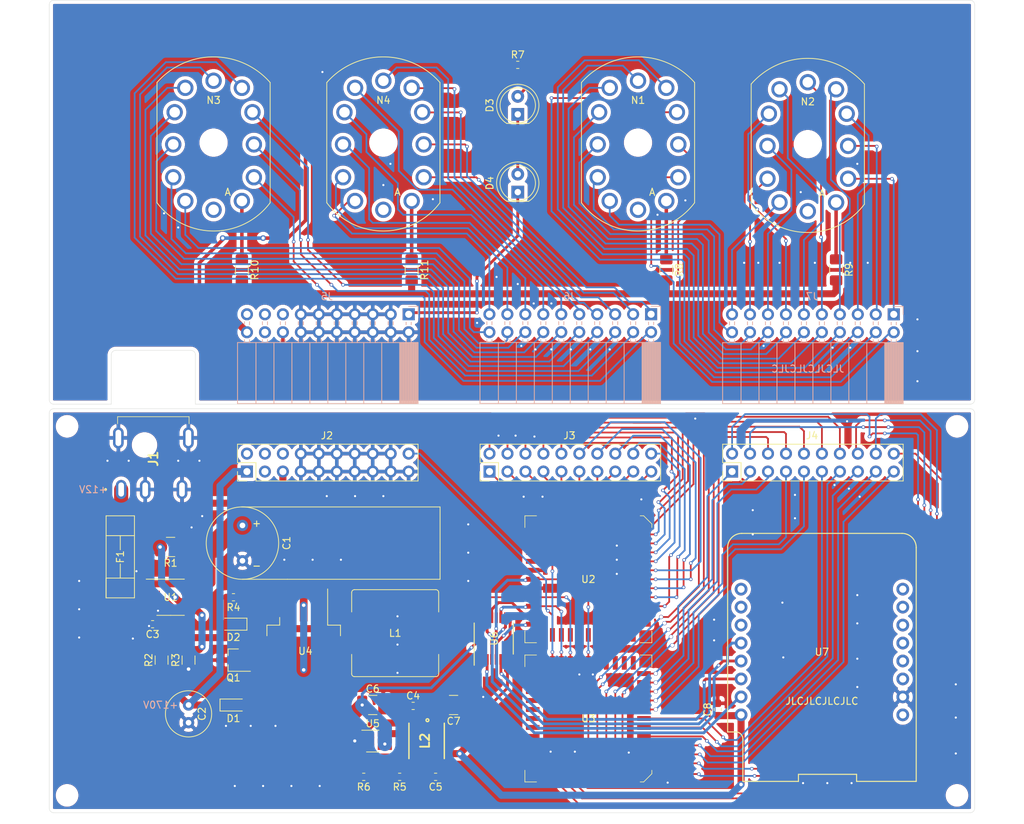
<source format=kicad_pcb>
(kicad_pcb (version 20171130) (host pcbnew 5.1.4)
  (layers (0 F.Cu signal) (31 B.Cu signal) (34 B.Paste user) (35 F.Paste user) (36 B.SilkS user) (37 F.SilkS user) (38 B.Mask user) (39 F.Mask user) (44 Edge.Cuts user))
  (net 0 "")
  (net 1 GND)
  (net 2 "Net-(C1-Pad1)")
  (net 3 "Net-(D1-Pad2)")
  (net 4 "Net-(D2-Pad2)")
  (net 5 "Net-(U3-Pad39)")
  (net 6 "Net-(U3-Pad38)")
  (net 7 "Net-(U3-Pad37)")
  (net 8 "Net-(U3-Pad36)")
  (net 9 "Net-(U3-Pad35)")
  (net 10 "Net-(U3-Pad34)")
  (net 11 "Net-(U3-Pad33)")
  (net 12 "Net-(U3-Pad32)")
  (net 13 "Net-(U3-Pad31)")
  (net 14 "Net-(U3-Pad30)")
  (net 15 "Net-(U3-Pad29)")
  (net 16 "Net-(U3-Pad21)")
  (net 17 "Net-(U3-Pad20)")
  (net 18 "Net-(U3-Pad19)")
  (net 19 "Net-(U3-Pad18)")
  (net 20 "Net-(U3-Pad40)")
  (net 21 "Net-(U3-Pad41)")
  (net 22 "Net-(C5-Pad2)")
  (net 23 +170V)
  (net 24 +12V)
  (net 25 +3.3V)
  (net 26 INV_BL)
  (net 27 INV_LE)
  (net 28 CLK)
  (net 29 DATA_IN)
  (net 30 CLK_3V3)
  (net 31 INV_BL_3V3)
  (net 32 INV_LE_3V3)
  (net 33 DATA_IN_3V3)
  (net 34 L1_1)
  (net 35 L1_0)
  (net 36 L1_9)
  (net 37 L1_8)
  (net 38 L1_7)
  (net 39 L1_6)
  (net 40 L1_5)
  (net 41 L1_4)
  (net 42 L1_3)
  (net 43 L1_2)
  (net 44 L2_1)
  (net 45 L2_0)
  (net 46 L2_9)
  (net 47 L2_8)
  (net 48 L2_2)
  (net 49 L2_3)
  (net 50 L2_4)
  (net 51 L2_5)
  (net 52 L2_6)
  (net 53 L2_7)
  (net 54 L3_0)
  (net 55 L3_9)
  (net 56 L3_8)
  (net 57 L3_7)
  (net 58 L3_6)
  (net 59 L3_5)
  (net 60 L3_4)
  (net 61 L3_3)
  (net 62 L3_2)
  (net 63 L3_1)
  (net 64 L4_0)
  (net 65 L4_9)
  (net 66 L4_8)
  (net 67 L4_7)
  (net 68 L4_6)
  (net 69 L4_5)
  (net 70 L4_4)
  (net 71 L4_3)
  (net 72 L4_2)
  (net 73 L4_1)
  (net 74 "Net-(J2-Pad4)")
  (net 75 "Net-(J2-Pad3)")
  (net 76 "Net-(N1-PadA)")
  (net 77 "Net-(N1-PadDOT)")
  (net 78 "Net-(N2-PadA)")
  (net 79 "Net-(N2-PadDOT)")
  (net 80 "Net-(N3-PadA)")
  (net 81 "Net-(N3-PadDOT)")
  (net 82 "Net-(N4-PadA)")
  (net 83 "Net-(N4-PadDOT)")
  (net 84 "Net-(D3-Pad2)")
  (net 85 "Net-(D3-Pad1)")
  (net 86 LD_SEP)
  (net 87 "Net-(J2-Pad6)")
  (net 88 "Net-(J2-Pad2)")
  (net 89 GND_TOP)
  (net 90 +12V_UNSAFE)
  (net 91 "Net-(C3-Pad1)")
  (net 92 "Net-(C4-Pad2)")
  (net 93 "Net-(C4-Pad1)")
  (net 94 "Net-(D2-Pad1)")
  (net 95 "Net-(J5-Pad19)")
  (net 96 "Net-(J5-Pad18)")
  (net 97 "Net-(J5-Pad17)")
  (net 98 "Net-(J5-Pad15)")
  (net 99 "Net-(R2-Pad1)")
  (net 100 "Net-(U2-Pad39)")
  (net 101 "Net-(U2-Pad38)")
  (net 102 "Net-(U2-Pad37)")
  (net 103 "Net-(U2-Pad36)")
  (net 104 "Net-(U2-Pad35)")
  (net 105 "Net-(U2-Pad34)")
  (net 106 "Net-(U2-Pad33)")
  (net 107 "Net-(U2-Pad32)")
  (net 108 "Net-(U2-Pad31)")
  (net 109 "Net-(U2-Pad29)")
  (net 110 "Net-(U2-Pad21)")
  (net 111 "Net-(U2-Pad20)")
  (net 112 "Net-(U2-Pad19)")
  (net 113 "Net-(U2-Pad18)")
  (net 114 "Net-(U2-Pad40)")
  (net 115 "Net-(U2-Pad41)")
  (net 116 "Net-(U6-Pad12)")
  (net 117 "Net-(U7-Pad8)")
  (net 118 "Net-(U7-Pad9)")
  (net 119 "Net-(U7-Pad7)")
  (net 120 "Net-(U7-Pad10)")
  (net 121 "Net-(U7-Pad6)")
  (net 122 "Net-(U7-Pad11)")
  (net 123 "Net-(U7-Pad5)")
  (net 124 "Net-(U7-Pad4)")
  (net 125 "Net-(U7-Pad3)")
  (net 126 "Net-(U7-Pad1)")
  (module Clock:IN12-A_B (layer F.Cu) (at 58.91 69.172)
    (fp_text reference N3 (at 0 -6) (layer F.SilkS))
    (fp_text value IN-12A_B)
    (fp_text user A (at 2 7) (layer F.SilkS))
    (pad "" np_thru_hole circle (at 0 0 180) (size 3 3) (drill 3) (layers *.Cu *.Mask))
    (pad 1 thru_hole circle (at -4 8.25 180) (size 2.3 2.3) (drill 1.5) (layers *.Cu *.Mask) (net 34 L1_1))
    (pad A thru_hole circle (at 4 8.25 180) (size 2.3 2.3) (drill 1.5) (layers *.Cu *.Mask) (net 80 "Net-(N3-PadA)"))
    (pad DOT thru_hole circle (at 0 9.5 180) (size 2.3 2.3) (drill 1.5) (layers *.Cu *.Mask) (net 81 "Net-(N3-PadDOT)"))
    (pad 5 thru_hole circle (at -4 -7.75) (size 2.3 2.3) (drill 1.5) (layers *.Cu *.Mask) (net 40 L1_5))
    (pad 7 thru_hole circle (at 4 -7.75) (size 2.3 2.3) (drill 1.5) (layers *.Cu *.Mask) (net 38 L1_7))
    (pad 2 thru_hole circle (at -5.7 4.9) (size 2.3 2.3) (drill 1.5) (layers *.Cu *.Mask) (net 43 L1_2))
    (pad 4 thru_hole circle (at -5.5 -4.3) (size 2.3 2.3) (drill 1.5) (layers *.Cu *.Mask) (net 41 L1_4))
    (pad 8 thru_hole circle (at 5.5 -4.3) (size 2.3 2.3) (drill 1.5) (layers *.Cu *.Mask) (net 37 L1_8))
    (pad 0 thru_hole circle (at 5.7 4.9) (size 2.3 2.3) (drill 1.5) (layers *.Cu *.Mask) (net 35 L1_0))
    (pad 9 thru_hole circle (at 5.7 0.25) (size 2.3 2.3) (drill 1.5) (layers *.Cu *.Mask) (net 36 L1_9))
    (pad 3 thru_hole circle (at -5.7 0.25) (size 2.3 2.3) (drill 1.5) (layers *.Cu *.Mask) (net 42 L1_3))
    (pad 6 thru_hole circle (at 0 -8.75) (size 2.3 2.3) (drill 1.5) (layers *.Cu *.Mask) (net 39 L1_6))
  )
  (module Clock:IN12-A_B (layer F.Cu) (at 118.91 69.172)
    (fp_text reference N1 (at 0 -6) (layer F.SilkS))
    (fp_text value IN-12A_B)
    (fp_text user A (at 2 7) (layer F.SilkS))
    (pad "" np_thru_hole circle (at 0 0 180) (size 3 3) (drill 3) (layers *.Cu *.Mask))
    (pad 1 thru_hole circle (at -4 8.25 180) (size 2.3 2.3) (drill 1.5) (layers *.Cu *.Mask) (net 63 L3_1))
    (pad A thru_hole circle (at 4 8.25 180) (size 2.3 2.3) (drill 1.5) (layers *.Cu *.Mask) (net 76 "Net-(N1-PadA)"))
    (pad DOT thru_hole circle (at 0 9.5 180) (size 2.3 2.3) (drill 1.5) (layers *.Cu *.Mask) (net 77 "Net-(N1-PadDOT)"))
    (pad 5 thru_hole circle (at -4 -7.75) (size 2.3 2.3) (drill 1.5) (layers *.Cu *.Mask) (net 59 L3_5))
    (pad 7 thru_hole circle (at 4 -7.75) (size 2.3 2.3) (drill 1.5) (layers *.Cu *.Mask) (net 57 L3_7))
    (pad 2 thru_hole circle (at -5.7 4.9) (size 2.3 2.3) (drill 1.5) (layers *.Cu *.Mask) (net 62 L3_2))
    (pad 4 thru_hole circle (at -5.5 -4.3) (size 2.3 2.3) (drill 1.5) (layers *.Cu *.Mask) (net 60 L3_4))
    (pad 8 thru_hole circle (at 5.5 -4.3) (size 2.3 2.3) (drill 1.5) (layers *.Cu *.Mask) (net 56 L3_8))
    (pad 0 thru_hole circle (at 5.7 4.9) (size 2.3 2.3) (drill 1.5) (layers *.Cu *.Mask) (net 54 L3_0))
    (pad 9 thru_hole circle (at 5.7 0.25) (size 2.3 2.3) (drill 1.5) (layers *.Cu *.Mask) (net 55 L3_9))
    (pad 3 thru_hole circle (at -5.7 0.25) (size 2.3 2.3) (drill 1.5) (layers *.Cu *.Mask) (net 61 L3_3))
    (pad 6 thru_hole circle (at 0 -8.75) (size 2.3 2.3) (drill 1.5) (layers *.Cu *.Mask) (net 58 L3_6))
  )
  (module LED_THT:LED_D5.0mm_Clear (layer F.Cu) (at 101.91 65.172 90)
    (fp_text reference D3 (at 1.27 -3.96 90) (layer F.SilkS))
    (fp_text value LED)
    (pad 2 thru_hole circle (at 2.54 0 90) (size 1.8 1.8) (drill 0.9) (layers *.Cu *.Mask) (net 84 "Net-(D3-Pad2)"))
    (pad 1 thru_hole rect (at 0 0 90) (size 1.8 1.8) (drill 0.9) (layers *.Cu *.Mask) (net 85 "Net-(D3-Pad1)"))
  )
  (module Resistor_SMD:R_0603_1608Metric_Pad1.05x0.95mm_HandSolder (layer F.Cu) (at 101.91 58.172)
    (fp_text reference R7 (at 0 -1.43) (layer F.SilkS))
    (fp_text value 680)
    (pad 2 smd roundrect (at 0.875 0) (size 1.05 0.95) (layers F.Cu F.Paste F.Mask) (net 84 "Net-(D3-Pad2)"))
    (pad 1 smd roundrect (at -0.875 0) (size 1.05 0.95) (layers F.Cu F.Paste F.Mask) (net 24 +12V))
  )
  (module Connector_PinSocket_2.54mm:PinSocket_2x10_P2.54mm_Horizontal (layer B.Cu) (at 155.06 93.462 90)
    (fp_text reference J7 (at 2.53 -11.55) (layer B.SilkS) (effects (justify mirror)))
    (fp_text value Conn_02x10_Odd_Even)
    (pad 20 thru_hole oval (at -2.54 -22.86 90) (size 1.7 1.7) (drill 1) (layers *.Cu *.Mask) (net 63 L3_1))
    (pad 19 thru_hole oval (at 0 -22.86 90) (size 1.7 1.7) (drill 1) (layers *.Cu *.Mask) (net 73 L4_1))
    (pad 18 thru_hole oval (at -2.54 -20.32 90) (size 1.7 1.7) (drill 1) (layers *.Cu *.Mask) (net 62 L3_2))
    (pad 17 thru_hole oval (at 0 -20.32 90) (size 1.7 1.7) (drill 1) (layers *.Cu *.Mask) (net 72 L4_2))
    (pad 16 thru_hole oval (at -2.54 -17.78 90) (size 1.7 1.7) (drill 1) (layers *.Cu *.Mask) (net 61 L3_3))
    (pad 15 thru_hole oval (at 0 -17.78 90) (size 1.7 1.7) (drill 1) (layers *.Cu *.Mask) (net 71 L4_3))
    (pad 14 thru_hole oval (at -2.54 -15.24 90) (size 1.7 1.7) (drill 1) (layers *.Cu *.Mask) (net 60 L3_4))
    (pad 13 thru_hole oval (at 0 -15.24 90) (size 1.7 1.7) (drill 1) (layers *.Cu *.Mask) (net 70 L4_4))
    (pad 12 thru_hole oval (at -2.54 -12.7 90) (size 1.7 1.7) (drill 1) (layers *.Cu *.Mask) (net 59 L3_5))
    (pad 11 thru_hole oval (at 0 -12.7 90) (size 1.7 1.7) (drill 1) (layers *.Cu *.Mask) (net 69 L4_5))
    (pad 10 thru_hole oval (at -2.54 -10.16 90) (size 1.7 1.7) (drill 1) (layers *.Cu *.Mask) (net 58 L3_6))
    (pad 9 thru_hole oval (at 0 -10.16 90) (size 1.7 1.7) (drill 1) (layers *.Cu *.Mask) (net 68 L4_6))
    (pad 8 thru_hole oval (at -2.54 -7.62 90) (size 1.7 1.7) (drill 1) (layers *.Cu *.Mask) (net 57 L3_7))
    (pad 7 thru_hole oval (at 0 -7.62 90) (size 1.7 1.7) (drill 1) (layers *.Cu *.Mask) (net 67 L4_7))
    (pad 6 thru_hole oval (at -2.54 -5.08 90) (size 1.7 1.7) (drill 1) (layers *.Cu *.Mask) (net 56 L3_8))
    (pad 5 thru_hole oval (at 0 -5.08 90) (size 1.7 1.7) (drill 1) (layers *.Cu *.Mask) (net 66 L4_8))
    (pad 4 thru_hole oval (at -2.54 -2.54 90) (size 1.7 1.7) (drill 1) (layers *.Cu *.Mask) (net 55 L3_9))
    (pad 3 thru_hole oval (at 0 -2.54 90) (size 1.7 1.7) (drill 1) (layers *.Cu *.Mask) (net 65 L4_9))
    (pad 2 thru_hole oval (at -2.54 0 90) (size 1.7 1.7) (drill 1) (layers *.Cu *.Mask) (net 54 L3_0))
    (pad 1 thru_hole rect (at 0 0 90) (size 1.7 1.7) (drill 1) (layers *.Cu *.Mask) (net 64 L4_0))
  )
  (module Connector_PinSocket_2.54mm:PinSocket_2x10_P2.54mm_Horizontal (layer B.Cu) (at 86.49 93.452 90)
    (fp_text reference J5 (at 2.52 -11.56) (layer B.SilkS) (effects (justify mirror)))
    (fp_text value Conn_02x10_Odd_Even)
    (pad 20 thru_hole oval (at -2.54 -22.86 90) (size 1.7 1.7) (drill 1) (layers *.Cu *.Mask) (net 23 +170V))
    (pad 19 thru_hole oval (at 0 -22.86 90) (size 1.7 1.7) (drill 1) (layers *.Cu *.Mask) (net 95 "Net-(J5-Pad19)"))
    (pad 18 thru_hole oval (at -2.54 -20.32 90) (size 1.7 1.7) (drill 1) (layers *.Cu *.Mask) (net 96 "Net-(J5-Pad18)"))
    (pad 17 thru_hole oval (at 0 -20.32 90) (size 1.7 1.7) (drill 1) (layers *.Cu *.Mask) (net 97 "Net-(J5-Pad17)"))
    (pad 16 thru_hole oval (at -2.54 -17.78 90) (size 1.7 1.7) (drill 1) (layers *.Cu *.Mask) (net 24 +12V))
    (pad 15 thru_hole oval (at 0 -17.78 90) (size 1.7 1.7) (drill 1) (layers *.Cu *.Mask) (net 98 "Net-(J5-Pad15)"))
    (pad 14 thru_hole oval (at -2.54 -15.24 90) (size 1.7 1.7) (drill 1) (layers *.Cu *.Mask) (net 89 GND_TOP))
    (pad 13 thru_hole oval (at 0 -15.24 90) (size 1.7 1.7) (drill 1) (layers *.Cu *.Mask) (net 89 GND_TOP))
    (pad 12 thru_hole oval (at -2.54 -12.7 90) (size 1.7 1.7) (drill 1) (layers *.Cu *.Mask) (net 89 GND_TOP))
    (pad 11 thru_hole oval (at 0 -12.7 90) (size 1.7 1.7) (drill 1) (layers *.Cu *.Mask) (net 89 GND_TOP))
    (pad 10 thru_hole oval (at -2.54 -10.16 90) (size 1.7 1.7) (drill 1) (layers *.Cu *.Mask) (net 89 GND_TOP))
    (pad 9 thru_hole oval (at 0 -10.16 90) (size 1.7 1.7) (drill 1) (layers *.Cu *.Mask) (net 89 GND_TOP))
    (pad 8 thru_hole oval (at -2.54 -7.62 90) (size 1.7 1.7) (drill 1) (layers *.Cu *.Mask) (net 89 GND_TOP))
    (pad 7 thru_hole oval (at 0 -7.62 90) (size 1.7 1.7) (drill 1) (layers *.Cu *.Mask) (net 89 GND_TOP))
    (pad 6 thru_hole oval (at -2.54 -5.08 90) (size 1.7 1.7) (drill 1) (layers *.Cu *.Mask) (net 89 GND_TOP))
    (pad 5 thru_hole oval (at 0 -5.08 90) (size 1.7 1.7) (drill 1) (layers *.Cu *.Mask) (net 89 GND_TOP))
    (pad 4 thru_hole oval (at -2.54 -2.54 90) (size 1.7 1.7) (drill 1) (layers *.Cu *.Mask) (net 89 GND_TOP))
    (pad 3 thru_hole oval (at 0 -2.54 90) (size 1.7 1.7) (drill 1) (layers *.Cu *.Mask) (net 89 GND_TOP))
    (pad 2 thru_hole oval (at -2.54 0 90) (size 1.7 1.7) (drill 1) (layers *.Cu *.Mask) (net 89 GND_TOP))
    (pad 1 thru_hole rect (at 0 0 90) (size 1.7 1.7) (drill 1) (layers *.Cu *.Mask) (net 86 LD_SEP))
  )
  (module Clock:IN12-A_B (layer F.Cu) (at 142.91 69.382)
    (fp_text reference N2 (at 0 -6) (layer F.SilkS))
    (fp_text value IN-12A_B)
    (fp_text user A (at 2 7) (layer F.SilkS))
    (pad "" np_thru_hole circle (at 0 0 180) (size 3 3) (drill 3) (layers *.Cu *.Mask))
    (pad 1 thru_hole circle (at -4 8.25 180) (size 2.3 2.3) (drill 1.5) (layers *.Cu *.Mask) (net 73 L4_1))
    (pad A thru_hole circle (at 4 8.25 180) (size 2.3 2.3) (drill 1.5) (layers *.Cu *.Mask) (net 78 "Net-(N2-PadA)"))
    (pad DOT thru_hole circle (at 0 9.5 180) (size 2.3 2.3) (drill 1.5) (layers *.Cu *.Mask) (net 79 "Net-(N2-PadDOT)"))
    (pad 5 thru_hole circle (at -4 -7.75) (size 2.3 2.3) (drill 1.5) (layers *.Cu *.Mask) (net 69 L4_5))
    (pad 7 thru_hole circle (at 4 -7.75) (size 2.3 2.3) (drill 1.5) (layers *.Cu *.Mask) (net 67 L4_7))
    (pad 2 thru_hole circle (at -5.7 4.9) (size 2.3 2.3) (drill 1.5) (layers *.Cu *.Mask) (net 72 L4_2))
    (pad 4 thru_hole circle (at -5.5 -4.3) (size 2.3 2.3) (drill 1.5) (layers *.Cu *.Mask) (net 70 L4_4))
    (pad 8 thru_hole circle (at 5.5 -4.3) (size 2.3 2.3) (drill 1.5) (layers *.Cu *.Mask) (net 66 L4_8))
    (pad 0 thru_hole circle (at 5.7 4.9) (size 2.3 2.3) (drill 1.5) (layers *.Cu *.Mask) (net 64 L4_0))
    (pad 9 thru_hole circle (at 5.7 0.25) (size 2.3 2.3) (drill 1.5) (layers *.Cu *.Mask) (net 65 L4_9))
    (pad 3 thru_hole circle (at -5.7 0.25) (size 2.3 2.3) (drill 1.5) (layers *.Cu *.Mask) (net 71 L4_3))
    (pad 6 thru_hole circle (at 0 -8.75) (size 2.3 2.3) (drill 1.5) (layers *.Cu *.Mask) (net 68 L4_6))
  )
  (module Resistor_SMD:R_1206_3216Metric_Pad1.42x1.75mm_HandSolder (layer F.Cu) (at 122.91 87.172 270)
    (fp_text reference R8 (at 0 -1.82 90) (layer F.SilkS))
    (fp_text value 22k)
    (pad 2 smd roundrect (at 1.4875 0 270) (size 1.425 1.75) (layers F.Cu F.Paste F.Mask) (roundrect_rratio 0.175439) (net 23 +170V))
    (pad 1 smd roundrect (at -1.4875 0 270) (size 1.425 1.75) (layers F.Cu F.Paste F.Mask) (roundrect_rratio 0.175439) (net 76 "Net-(N1-PadA)"))
  )
  (module Clock:IN12-A_B (layer F.Cu) (at 82.91 69.172)
    (fp_text reference N4 (at 0 -6) (layer F.SilkS))
    (fp_text value IN-12A_B)
    (fp_text user A (at 2 7) (layer F.SilkS))
    (pad "" np_thru_hole circle (at 0 0 180) (size 3 3) (drill 3) (layers *.Cu *.Mask))
    (pad 1 thru_hole circle (at -4 8.25 180) (size 2.3 2.3) (drill 1.5) (layers *.Cu *.Mask) (net 44 L2_1))
    (pad A thru_hole circle (at 4 8.25 180) (size 2.3 2.3) (drill 1.5) (layers *.Cu *.Mask) (net 82 "Net-(N4-PadA)"))
    (pad DOT thru_hole circle (at 0 9.5 180) (size 2.3 2.3) (drill 1.5) (layers *.Cu *.Mask) (net 83 "Net-(N4-PadDOT)"))
    (pad 5 thru_hole circle (at -4 -7.75) (size 2.3 2.3) (drill 1.5) (layers *.Cu *.Mask) (net 51 L2_5))
    (pad 7 thru_hole circle (at 4 -7.75) (size 2.3 2.3) (drill 1.5) (layers *.Cu *.Mask) (net 53 L2_7))
    (pad 2 thru_hole circle (at -5.7 4.9) (size 2.3 2.3) (drill 1.5) (layers *.Cu *.Mask) (net 48 L2_2))
    (pad 4 thru_hole circle (at -5.5 -4.3) (size 2.3 2.3) (drill 1.5) (layers *.Cu *.Mask) (net 50 L2_4))
    (pad 8 thru_hole circle (at 5.5 -4.3) (size 2.3 2.3) (drill 1.5) (layers *.Cu *.Mask) (net 47 L2_8))
    (pad 0 thru_hole circle (at 5.7 4.9) (size 2.3 2.3) (drill 1.5) (layers *.Cu *.Mask) (net 45 L2_0))
    (pad 9 thru_hole circle (at 5.7 0.25) (size 2.3 2.3) (drill 1.5) (layers *.Cu *.Mask) (net 46 L2_9))
    (pad 3 thru_hole circle (at -5.7 0.25) (size 2.3 2.3) (drill 1.5) (layers *.Cu *.Mask) (net 49 L2_3))
    (pad 6 thru_hole circle (at 0 -8.75) (size 2.3 2.3) (drill 1.5) (layers *.Cu *.Mask) (net 52 L2_6))
  )
  (module Resistor_SMD:R_1206_3216Metric_Pad1.42x1.75mm_HandSolder (layer F.Cu) (at 86.91 87.172 270)
    (fp_text reference R11 (at 0 -1.82 90) (layer F.SilkS))
    (fp_text value 22k)
    (pad 2 smd roundrect (at 1.4875 0 270) (size 1.425 1.75) (layers F.Cu F.Paste F.Mask) (roundrect_rratio 0.175439) (net 23 +170V))
    (pad 1 smd roundrect (at -1.4875 0 270) (size 1.425 1.75) (layers F.Cu F.Paste F.Mask) (roundrect_rratio 0.175439) (net 82 "Net-(N4-PadA)"))
  )
  (module Resistor_SMD:R_1206_3216Metric_Pad1.42x1.75mm_HandSolder (layer F.Cu) (at 62.91 87.172 270)
    (fp_text reference R10 (at 0 -1.82 90) (layer F.SilkS))
    (fp_text value 22k)
    (pad 2 smd roundrect (at 1.4875 0 270) (size 1.425 1.75) (layers F.Cu F.Paste F.Mask) (roundrect_rratio 0.175439) (net 23 +170V))
    (pad 1 smd roundrect (at -1.4875 0 270) (size 1.425 1.75) (layers F.Cu F.Paste F.Mask) (roundrect_rratio 0.175439) (net 80 "Net-(N3-PadA)"))
  )
  (module Resistor_SMD:R_1206_3216Metric_Pad1.42x1.75mm_HandSolder (layer F.Cu) (at 146.91 87.172 270)
    (fp_text reference R9 (at 0 -1.82 90) (layer F.SilkS))
    (fp_text value 22k)
    (pad 2 smd roundrect (at 1.4875 0 270) (size 1.425 1.75) (layers F.Cu F.Paste F.Mask) (roundrect_rratio 0.175439) (net 23 +170V))
    (pad 1 smd roundrect (at -1.4875 0 270) (size 1.425 1.75) (layers F.Cu F.Paste F.Mask) (roundrect_rratio 0.175439) (net 78 "Net-(N2-PadA)"))
  )
  (module LED_THT:LED_D5.0mm_Clear (layer F.Cu) (at 101.91 76.172 90)
    (fp_text reference D4 (at 1.27 -3.96 90) (layer F.SilkS))
    (fp_text value LED)
    (pad 2 thru_hole circle (at 2.54 0 90) (size 1.8 1.8) (drill 0.9) (layers *.Cu *.Mask) (net 85 "Net-(D3-Pad1)"))
    (pad 1 thru_hole rect (at 0 0 90) (size 1.8 1.8) (drill 0.9) (layers *.Cu *.Mask) (net 86 LD_SEP))
  )
  (module Connector_PinSocket_2.54mm:PinSocket_2x10_P2.54mm_Horizontal (layer B.Cu) (at 120.76 93.442 90)
    (fp_text reference J6 (at 2.51 -11.54) (layer B.SilkS) (effects (justify mirror)))
    (fp_text value Conn_02x10_Odd_Even)
    (pad 20 thru_hole oval (at -2.54 -22.86 90) (size 1.7 1.7) (drill 1) (layers *.Cu *.Mask) (net 34 L1_1))
    (pad 19 thru_hole oval (at 0 -22.86 90) (size 1.7 1.7) (drill 1) (layers *.Cu *.Mask) (net 44 L2_1))
    (pad 18 thru_hole oval (at -2.54 -20.32 90) (size 1.7 1.7) (drill 1) (layers *.Cu *.Mask) (net 43 L1_2))
    (pad 17 thru_hole oval (at 0 -20.32 90) (size 1.7 1.7) (drill 1) (layers *.Cu *.Mask) (net 48 L2_2))
    (pad 16 thru_hole oval (at -2.54 -17.78 90) (size 1.7 1.7) (drill 1) (layers *.Cu *.Mask) (net 42 L1_3))
    (pad 15 thru_hole oval (at 0 -17.78 90) (size 1.7 1.7) (drill 1) (layers *.Cu *.Mask) (net 49 L2_3))
    (pad 14 thru_hole oval (at -2.54 -15.24 90) (size 1.7 1.7) (drill 1) (layers *.Cu *.Mask) (net 41 L1_4))
    (pad 13 thru_hole oval (at 0 -15.24 90) (size 1.7 1.7) (drill 1) (layers *.Cu *.Mask) (net 50 L2_4))
    (pad 12 thru_hole oval (at -2.54 -12.7 90) (size 1.7 1.7) (drill 1) (layers *.Cu *.Mask) (net 40 L1_5))
    (pad 11 thru_hole oval (at 0 -12.7 90) (size 1.7 1.7) (drill 1) (layers *.Cu *.Mask) (net 51 L2_5))
    (pad 10 thru_hole oval (at -2.54 -10.16 90) (size 1.7 1.7) (drill 1) (layers *.Cu *.Mask) (net 39 L1_6))
    (pad 9 thru_hole oval (at 0 -10.16 90) (size 1.7 1.7) (drill 1) (layers *.Cu *.Mask) (net 52 L2_6))
    (pad 8 thru_hole oval (at -2.54 -7.62 90) (size 1.7 1.7) (drill 1) (layers *.Cu *.Mask) (net 38 L1_7))
    (pad 7 thru_hole oval (at 0 -7.62 90) (size 1.7 1.7) (drill 1) (layers *.Cu *.Mask) (net 53 L2_7))
    (pad 6 thru_hole oval (at -2.54 -5.08 90) (size 1.7 1.7) (drill 1) (layers *.Cu *.Mask) (net 37 L1_8))
    (pad 5 thru_hole oval (at 0 -5.08 90) (size 1.7 1.7) (drill 1) (layers *.Cu *.Mask) (net 47 L2_8))
    (pad 4 thru_hole oval (at -2.54 -2.54 90) (size 1.7 1.7) (drill 1) (layers *.Cu *.Mask) (net 36 L1_9))
    (pad 3 thru_hole oval (at 0 -2.54 90) (size 1.7 1.7) (drill 1) (layers *.Cu *.Mask) (net 46 L2_9))
    (pad 2 thru_hole oval (at -2.54 0 90) (size 1.7 1.7) (drill 1) (layers *.Cu *.Mask) (net 35 L1_0))
    (pad 1 thru_hole rect (at 0 0 90) (size 1.7 1.7) (drill 1) (layers *.Cu *.Mask) (net 45 L2_0))
  )
  (module Clock:PJ079BH (layer F.Cu) (at 45.847 118.237 270)
    (fp_text reference J1 (at -4.35 -4.55 90) (layer F.SilkS) (effects (font (size 1.27 1.27) (thickness 0.254))))
    (fp_text value PJ-079BH hide)
    (pad 1 thru_hole oval (at 0 0 270) (size 2.7 1.5) (drill oval 2 0.8) (layers *.Cu *.Mask) (net 90 +12V_UNSAFE))
    (pad 2 thru_hole oval (at 0 -8.6 270) (size 2.7 1.5) (drill oval 2 0.8) (layers *.Cu *.Mask) (net 1 GND))
    (pad 3 thru_hole oval (at 0 -3.4 270) (size 2.7 1.5) (drill oval 2 0.8) (layers *.Cu *.Mask) (net 1 GND))
    (pad MH1 thru_hole oval (at -7.3 -9.5 270) (size 3 1.5) (drill oval 2.3 0.8) (layers *.Cu *.Mask) (net 1 GND))
    (pad MH2 thru_hole oval (at -7.3 0.4 270) (size 3 1.5) (drill oval 2.3 0.8) (layers *.Cu *.Mask) (net 1 GND))
    (pad MH3 np_thru_hole circle (at -6.3 -3.3 270) (size 2.6 0) (drill 2.6) (layers *.Cu *.Mask))
  )
  (module MountingHole:MountingHole_2.2mm_M2 (layer F.Cu) (at 164 161.5)
    (fp_text reference REF** hide)
    (fp_text value MountingHole_2.2mm_M2)
    (pad 1 np_thru_hole circle (at 0 0) (size 2.2 2.2) (drill 2.2) (layers *.Cu *.Mask))
  )
  (module MountingHole:MountingHole_2.2mm_M2 (layer F.Cu) (at 164 109.3)
    (fp_text reference REF** hide)
    (fp_text value MountingHole_2.2mm_M2)
    (pad 1 np_thru_hole circle (at 0 0) (size 2.2 2.2) (drill 2.2) (layers *.Cu *.Mask))
  )
  (module MountingHole:MountingHole_2.2mm_M2 (layer F.Cu) (at 38.2 161.5)
    (fp_text reference REF** hide)
    (fp_text value MountingHole_2.2mm_M2)
    (pad 1 np_thru_hole circle (at 0 0) (size 2.2 2.2) (drill 2.2) (layers *.Cu *.Mask))
  )
  (module MountingHole:MountingHole_2.2mm_M2 (layer F.Cu) (at 38.2 109.3)
    (fp_text reference REF** hide)
    (fp_text value MountingHole_2.2mm_M2)
    (pad 1 np_thru_hole circle (at 0 0) (size 2.2 2.2) (drill 2.2) (layers *.Cu *.Mask))
  )
  (module Capacitor_SMD:C_0603_1608Metric_Pad1.05x0.95mm_HandSolder (layer F.Cu) (at 130.175 149.352 90)
    (fp_text reference C8 (at 0 -1.43 90) (layer F.SilkS))
    (fp_text value 4.7u)
    (pad 2 smd roundrect (at 0.875 0 90) (size 1.05 0.95) (layers F.Cu F.Paste F.Mask) (net 1 GND))
    (pad 1 smd roundrect (at -0.875 0 90) (size 1.05 0.95) (layers F.Cu F.Paste F.Mask) (net 25 +3.3V))
  )
  (module Clock:Fuse_2410 (layer F.Cu) (at 45.72 127.762 90)
    (fp_text reference F1 (at 0 0 90) (layer F.SilkS))
    (fp_text value "400mA fuse")
    (pad 2 smd rect (at 4.43 0 90) (size 1.96 3.15) (layers F.Cu F.Paste F.Mask) (net 90 +12V_UNSAFE))
    (pad 1 smd rect (at -4.43 0 90) (size 1.96 3.15) (layers F.Cu F.Paste F.Mask) (net 24 +12V))
  )
  (module Connector_PinHeader_2.54mm:PinHeader_2x10_P2.54mm_Vertical (layer F.Cu) (at 63.627 115.697 90)
    (fp_text reference J2 (at 5.08 11.303 180) (layer F.SilkS))
    (fp_text value Conn_02x10_Top_Bottom)
    (pad 20 thru_hole oval (at 2.54 22.86 90) (size 1.7 1.7) (drill 1) (layers *.Cu *.Mask) (net 86 LD_SEP))
    (pad 19 thru_hole oval (at 0 22.86 90) (size 1.7 1.7) (drill 1) (layers *.Cu *.Mask) (net 1 GND))
    (pad 18 thru_hole oval (at 2.54 20.32 90) (size 1.7 1.7) (drill 1) (layers *.Cu *.Mask) (net 1 GND))
    (pad 17 thru_hole oval (at 0 20.32 90) (size 1.7 1.7) (drill 1) (layers *.Cu *.Mask) (net 1 GND))
    (pad 16 thru_hole oval (at 2.54 17.78 90) (size 1.7 1.7) (drill 1) (layers *.Cu *.Mask) (net 1 GND))
    (pad 15 thru_hole oval (at 0 17.78 90) (size 1.7 1.7) (drill 1) (layers *.Cu *.Mask) (net 1 GND))
    (pad 14 thru_hole oval (at 2.54 15.24 90) (size 1.7 1.7) (drill 1) (layers *.Cu *.Mask) (net 1 GND))
    (pad 13 thru_hole oval (at 0 15.24 90) (size 1.7 1.7) (drill 1) (layers *.Cu *.Mask) (net 1 GND))
    (pad 12 thru_hole oval (at 2.54 12.7 90) (size 1.7 1.7) (drill 1) (layers *.Cu *.Mask) (net 1 GND))
    (pad 11 thru_hole oval (at 0 12.7 90) (size 1.7 1.7) (drill 1) (layers *.Cu *.Mask) (net 1 GND))
    (pad 10 thru_hole oval (at 2.54 10.16 90) (size 1.7 1.7) (drill 1) (layers *.Cu *.Mask) (net 1 GND))
    (pad 9 thru_hole oval (at 0 10.16 90) (size 1.7 1.7) (drill 1) (layers *.Cu *.Mask) (net 1 GND))
    (pad 8 thru_hole oval (at 2.54 7.62 90) (size 1.7 1.7) (drill 1) (layers *.Cu *.Mask) (net 1 GND))
    (pad 7 thru_hole oval (at 0 7.62 90) (size 1.7 1.7) (drill 1) (layers *.Cu *.Mask) (net 1 GND))
    (pad 6 thru_hole oval (at 2.54 5.08 90) (size 1.7 1.7) (drill 1) (layers *.Cu *.Mask) (net 87 "Net-(J2-Pad6)"))
    (pad 5 thru_hole oval (at 0 5.08 90) (size 1.7 1.7) (drill 1) (layers *.Cu *.Mask) (net 24 +12V))
    (pad 4 thru_hole oval (at 2.54 2.54 90) (size 1.7 1.7) (drill 1) (layers *.Cu *.Mask) (net 74 "Net-(J2-Pad4)"))
    (pad 3 thru_hole oval (at 0 2.54 90) (size 1.7 1.7) (drill 1) (layers *.Cu *.Mask) (net 75 "Net-(J2-Pad3)"))
    (pad 2 thru_hole oval (at 2.54 0 90) (size 1.7 1.7) (drill 1) (layers *.Cu *.Mask) (net 88 "Net-(J2-Pad2)"))
    (pad 1 thru_hole rect (at 0 0 90) (size 1.7 1.7) (drill 1) (layers *.Cu *.Mask) (net 23 +170V))
  )
  (module Package_SO:TSSOP-16_4.4x5mm_P0.65mm (layer F.Cu) (at 98.552 139.319 90)
    (fp_text reference U6 (at 0 0 90) (layer F.SilkS))
    (fp_text value CD40109BPWR)
    (pad 16 smd rect (at 2.95 -2.275 90) (size 1.5 0.45) (layers F.Cu F.Paste F.Mask) (net 24 +12V))
    (pad 15 smd rect (at 2.95 -1.625 90) (size 1.5 0.45) (layers F.Cu F.Paste F.Mask) (net 25 +3.3V))
    (pad 14 smd rect (at 2.95 -0.975 90) (size 1.5 0.45) (layers F.Cu F.Paste F.Mask) (net 33 DATA_IN_3V3))
    (pad 13 smd rect (at 2.95 -0.325 90) (size 1.5 0.45) (layers F.Cu F.Paste F.Mask) (net 29 DATA_IN))
    (pad 12 smd rect (at 2.95 0.325 90) (size 1.5 0.45) (layers F.Cu F.Paste F.Mask) (net 116 "Net-(U6-Pad12)"))
    (pad 11 smd rect (at 2.95 0.975 90) (size 1.5 0.45) (layers F.Cu F.Paste F.Mask) (net 27 INV_LE))
    (pad 10 smd rect (at 2.95 1.625 90) (size 1.5 0.45) (layers F.Cu F.Paste F.Mask) (net 32 INV_LE_3V3))
    (pad 9 smd rect (at 2.95 2.275 90) (size 1.5 0.45) (layers F.Cu F.Paste F.Mask) (net 25 +3.3V))
    (pad 8 smd rect (at -2.95 2.275 90) (size 1.5 0.45) (layers F.Cu F.Paste F.Mask) (net 1 GND))
    (pad 7 smd rect (at -2.95 1.625 90) (size 1.5 0.45) (layers F.Cu F.Paste F.Mask) (net 25 +3.3V))
    (pad 6 smd rect (at -2.95 0.975 90) (size 1.5 0.45) (layers F.Cu F.Paste F.Mask) (net 31 INV_BL_3V3))
    (pad 5 smd rect (at -2.95 0.325 90) (size 1.5 0.45) (layers F.Cu F.Paste F.Mask) (net 26 INV_BL))
    (pad 4 smd rect (at -2.95 -0.325 90) (size 1.5 0.45) (layers F.Cu F.Paste F.Mask) (net 28 CLK))
    (pad 3 smd rect (at -2.95 -0.975 90) (size 1.5 0.45) (layers F.Cu F.Paste F.Mask) (net 30 CLK_3V3))
    (pad 2 smd rect (at -2.95 -1.625 90) (size 1.5 0.45) (layers F.Cu F.Paste F.Mask) (net 25 +3.3V))
    (pad 1 smd rect (at -2.95 -2.275 90) (size 1.5 0.45) (layers F.Cu F.Paste F.Mask) (net 25 +3.3V))
  )
  (module Package_LCC:PLCC-44 (layer F.Cu) (at 111.887 150.622 180)
    (fp_text reference U3 (at 0 0) (layer F.SilkS))
    (fp_text value HV5622PJ-G)
    (pad 39 smd rect (at 7.8625 -6.35 180) (size 1.925 0.7) (layers F.Cu F.Paste F.Mask) (net 5 "Net-(U3-Pad39)"))
    (pad 38 smd rect (at 7.8625 -5.08 180) (size 1.925 0.7) (layers F.Cu F.Paste F.Mask) (net 6 "Net-(U3-Pad38)"))
    (pad 37 smd rect (at 7.8625 -3.81 180) (size 1.925 0.7) (layers F.Cu F.Paste F.Mask) (net 7 "Net-(U3-Pad37)"))
    (pad 36 smd rect (at 7.8625 -2.54 180) (size 1.925 0.7) (layers F.Cu F.Paste F.Mask) (net 8 "Net-(U3-Pad36)"))
    (pad 35 smd rect (at 7.8625 -1.27 180) (size 1.925 0.7) (layers F.Cu F.Paste F.Mask) (net 9 "Net-(U3-Pad35)"))
    (pad 34 smd rect (at 7.8625 0 180) (size 1.925 0.7) (layers F.Cu F.Paste F.Mask) (net 10 "Net-(U3-Pad34)"))
    (pad 33 smd rect (at 7.8625 1.27 180) (size 1.925 0.7) (layers F.Cu F.Paste F.Mask) (net 11 "Net-(U3-Pad33)"))
    (pad 32 smd rect (at 7.8625 2.54 180) (size 1.925 0.7) (layers F.Cu F.Paste F.Mask) (net 12 "Net-(U3-Pad32)"))
    (pad 31 smd rect (at 7.8625 3.81 180) (size 1.925 0.7) (layers F.Cu F.Paste F.Mask) (net 13 "Net-(U3-Pad31)"))
    (pad 30 smd rect (at 7.8625 5.08 180) (size 1.925 0.7) (layers F.Cu F.Paste F.Mask) (net 14 "Net-(U3-Pad30)"))
    (pad 29 smd rect (at 7.8625 6.35 180) (size 1.925 0.7) (layers F.Cu F.Paste F.Mask) (net 15 "Net-(U3-Pad29)"))
    (pad 28 smd rect (at 6.35 7.8625 180) (size 0.7 1.925) (layers F.Cu F.Paste F.Mask) (net 26 INV_BL))
    (pad 27 smd rect (at 5.08 7.8625 180) (size 0.7 1.925) (layers F.Cu F.Paste F.Mask) (net 113 "Net-(U2-Pad18)"))
    (pad 26 smd rect (at 3.81 7.8625 180) (size 0.7 1.925) (layers F.Cu F.Paste F.Mask) (net 27 INV_LE))
    (pad 25 smd rect (at 2.54 7.8625 180) (size 0.7 1.925) (layers F.Cu F.Paste F.Mask) (net 24 +12V))
    (pad 24 smd rect (at 1.27 7.8625 180) (size 0.7 1.925) (layers F.Cu F.Paste F.Mask) (net 1 GND))
    (pad 23 smd rect (at 0 7.8625 180) (size 0.7 1.925) (layers F.Cu F.Paste F.Mask) (net 28 CLK))
    (pad 22 smd rect (at -1.27 7.8625 180) (size 0.7 1.925) (layers F.Cu F.Paste F.Mask) (net 1 GND))
    (pad 21 smd rect (at -2.54 7.8625 180) (size 0.7 1.925) (layers F.Cu F.Paste F.Mask) (net 16 "Net-(U3-Pad21)"))
    (pad 20 smd rect (at -3.81 7.8625 180) (size 0.7 1.925) (layers F.Cu F.Paste F.Mask) (net 17 "Net-(U3-Pad20)"))
    (pad 19 smd rect (at -5.08 7.8625 180) (size 0.7 1.925) (layers F.Cu F.Paste F.Mask) (net 18 "Net-(U3-Pad19)"))
    (pad 18 smd rect (at -6.35 7.8625 180) (size 0.7 1.925) (layers F.Cu F.Paste F.Mask) (net 19 "Net-(U3-Pad18)"))
    (pad 17 smd rect (at -7.8625 6.35 180) (size 1.925 0.7) (layers F.Cu F.Paste F.Mask) (net 63 L3_1))
    (pad 16 smd rect (at -7.8625 5.08 180) (size 1.925 0.7) (layers F.Cu F.Paste F.Mask) (net 62 L3_2))
    (pad 15 smd rect (at -7.8625 3.81 180) (size 1.925 0.7) (layers F.Cu F.Paste F.Mask) (net 61 L3_3))
    (pad 14 smd rect (at -7.8625 2.54 180) (size 1.925 0.7) (layers F.Cu F.Paste F.Mask) (net 60 L3_4))
    (pad 13 smd rect (at -7.8625 1.27 180) (size 1.925 0.7) (layers F.Cu F.Paste F.Mask) (net 59 L3_5))
    (pad 12 smd rect (at -7.8625 0 180) (size 1.925 0.7) (layers F.Cu F.Paste F.Mask) (net 58 L3_6))
    (pad 11 smd rect (at -7.8625 -1.27 180) (size 1.925 0.7) (layers F.Cu F.Paste F.Mask) (net 57 L3_7))
    (pad 10 smd rect (at -7.8625 -2.54 180) (size 1.925 0.7) (layers F.Cu F.Paste F.Mask) (net 56 L3_8))
    (pad 9 smd rect (at -7.8625 -3.81 180) (size 1.925 0.7) (layers F.Cu F.Paste F.Mask) (net 55 L3_9))
    (pad 8 smd rect (at -7.8625 -5.08 180) (size 1.925 0.7) (layers F.Cu F.Paste F.Mask) (net 54 L3_0))
    (pad 7 smd rect (at -7.8625 -6.35 180) (size 1.925 0.7) (layers F.Cu F.Paste F.Mask) (net 73 L4_1))
    (pad 40 smd rect (at 6.35 -7.8625 180) (size 0.7 1.925) (layers F.Cu F.Paste F.Mask) (net 20 "Net-(U3-Pad40)"))
    (pad 41 smd rect (at 5.08 -7.8625 180) (size 0.7 1.925) (layers F.Cu F.Paste F.Mask) (net 21 "Net-(U3-Pad41)"))
    (pad 42 smd rect (at 3.81 -7.8625 180) (size 0.7 1.925) (layers F.Cu F.Paste F.Mask) (net 64 L4_0))
    (pad 43 smd rect (at 2.54 -7.8625 180) (size 0.7 1.925) (layers F.Cu F.Paste F.Mask) (net 65 L4_9))
    (pad 44 smd rect (at 1.27 -7.8625 180) (size 0.7 1.925) (layers F.Cu F.Paste F.Mask) (net 66 L4_8))
    (pad 6 smd rect (at -6.35 -7.8625 180) (size 0.7 1.925) (layers F.Cu F.Paste F.Mask) (net 72 L4_2))
    (pad 5 smd rect (at -5.08 -7.8625 180) (size 0.7 1.925) (layers F.Cu F.Paste F.Mask) (net 71 L4_3))
    (pad 4 smd rect (at -3.81 -7.8625 180) (size 0.7 1.925) (layers F.Cu F.Paste F.Mask) (net 70 L4_4))
    (pad 3 smd rect (at -2.54 -7.8625 180) (size 0.7 1.925) (layers F.Cu F.Paste F.Mask) (net 69 L4_5))
    (pad 2 smd rect (at -1.27 -7.8625 180) (size 0.7 1.925) (layers F.Cu F.Paste F.Mask) (net 68 L4_6))
    (pad 1 smd rect (at 0 -7.8625 180) (size 0.7 1.925) (layers F.Cu F.Paste F.Mask) (net 67 L4_7))
  )
  (module Package_LCC:PLCC-44 (layer F.Cu) (at 111.887 130.937 270)
    (fp_text reference U2 (at 0 0 180) (layer F.SilkS))
    (fp_text value HV5622PJ-G)
    (pad 39 smd rect (at 7.8625 -6.35 270) (size 1.925 0.7) (layers F.Cu F.Paste F.Mask) (net 100 "Net-(U2-Pad39)"))
    (pad 38 smd rect (at 7.8625 -5.08 270) (size 1.925 0.7) (layers F.Cu F.Paste F.Mask) (net 101 "Net-(U2-Pad38)"))
    (pad 37 smd rect (at 7.8625 -3.81 270) (size 1.925 0.7) (layers F.Cu F.Paste F.Mask) (net 102 "Net-(U2-Pad37)"))
    (pad 36 smd rect (at 7.8625 -2.54 270) (size 1.925 0.7) (layers F.Cu F.Paste F.Mask) (net 103 "Net-(U2-Pad36)"))
    (pad 35 smd rect (at 7.8625 -1.27 270) (size 1.925 0.7) (layers F.Cu F.Paste F.Mask) (net 104 "Net-(U2-Pad35)"))
    (pad 34 smd rect (at 7.8625 0 270) (size 1.925 0.7) (layers F.Cu F.Paste F.Mask) (net 105 "Net-(U2-Pad34)"))
    (pad 33 smd rect (at 7.8625 1.27 270) (size 1.925 0.7) (layers F.Cu F.Paste F.Mask) (net 106 "Net-(U2-Pad33)"))
    (pad 32 smd rect (at 7.8625 2.54 270) (size 1.925 0.7) (layers F.Cu F.Paste F.Mask) (net 107 "Net-(U2-Pad32)"))
    (pad 31 smd rect (at 7.8625 3.81 270) (size 1.925 0.7) (layers F.Cu F.Paste F.Mask) (net 108 "Net-(U2-Pad31)"))
    (pad 30 smd rect (at 7.8625 5.08 270) (size 1.925 0.7) (layers F.Cu F.Paste F.Mask) (net 86 LD_SEP))
    (pad 29 smd rect (at 7.8625 6.35 270) (size 1.925 0.7) (layers F.Cu F.Paste F.Mask) (net 109 "Net-(U2-Pad29)"))
    (pad 28 smd rect (at 6.35 7.8625 270) (size 0.7 1.925) (layers F.Cu F.Paste F.Mask) (net 26 INV_BL))
    (pad 27 smd rect (at 5.08 7.8625 270) (size 0.7 1.925) (layers F.Cu F.Paste F.Mask) (net 29 DATA_IN))
    (pad 26 smd rect (at 3.81 7.8625 270) (size 0.7 1.925) (layers F.Cu F.Paste F.Mask) (net 27 INV_LE))
    (pad 25 smd rect (at 2.54 7.8625 270) (size 0.7 1.925) (layers F.Cu F.Paste F.Mask) (net 24 +12V))
    (pad 24 smd rect (at 1.27 7.8625 270) (size 0.7 1.925) (layers F.Cu F.Paste F.Mask) (net 1 GND))
    (pad 23 smd rect (at 0 7.8625 270) (size 0.7 1.925) (layers F.Cu F.Paste F.Mask) (net 28 CLK))
    (pad 22 smd rect (at -1.27 7.8625 270) (size 0.7 1.925) (layers F.Cu F.Paste F.Mask) (net 1 GND))
    (pad 21 smd rect (at -2.54 7.8625 270) (size 0.7 1.925) (layers F.Cu F.Paste F.Mask) (net 110 "Net-(U2-Pad21)"))
    (pad 20 smd rect (at -3.81 7.8625 270) (size 0.7 1.925) (layers F.Cu F.Paste F.Mask) (net 111 "Net-(U2-Pad20)"))
    (pad 19 smd rect (at -5.08 7.8625 270) (size 0.7 1.925) (layers F.Cu F.Paste F.Mask) (net 112 "Net-(U2-Pad19)"))
    (pad 18 smd rect (at -6.35 7.8625 270) (size 0.7 1.925) (layers F.Cu F.Paste F.Mask) (net 113 "Net-(U2-Pad18)"))
    (pad 17 smd rect (at -7.8625 6.35 270) (size 1.925 0.7) (layers F.Cu F.Paste F.Mask) (net 34 L1_1))
    (pad 16 smd rect (at -7.8625 5.08 270) (size 1.925 0.7) (layers F.Cu F.Paste F.Mask) (net 43 L1_2))
    (pad 15 smd rect (at -7.8625 3.81 270) (size 1.925 0.7) (layers F.Cu F.Paste F.Mask) (net 42 L1_3))
    (pad 14 smd rect (at -7.8625 2.54 270) (size 1.925 0.7) (layers F.Cu F.Paste F.Mask) (net 41 L1_4))
    (pad 13 smd rect (at -7.8625 1.27 270) (size 1.925 0.7) (layers F.Cu F.Paste F.Mask) (net 40 L1_5))
    (pad 12 smd rect (at -7.8625 0 270) (size 1.925 0.7) (layers F.Cu F.Paste F.Mask) (net 39 L1_6))
    (pad 11 smd rect (at -7.8625 -1.27 270) (size 1.925 0.7) (layers F.Cu F.Paste F.Mask) (net 38 L1_7))
    (pad 10 smd rect (at -7.8625 -2.54 270) (size 1.925 0.7) (layers F.Cu F.Paste F.Mask) (net 37 L1_8))
    (pad 9 smd rect (at -7.8625 -3.81 270) (size 1.925 0.7) (layers F.Cu F.Paste F.Mask) (net 36 L1_9))
    (pad 8 smd rect (at -7.8625 -5.08 270) (size 1.925 0.7) (layers F.Cu F.Paste F.Mask) (net 35 L1_0))
    (pad 7 smd rect (at -7.8625 -6.35 270) (size 1.925 0.7) (layers F.Cu F.Paste F.Mask) (net 44 L2_1))
    (pad 40 smd rect (at 6.35 -7.8625 270) (size 0.7 1.925) (layers F.Cu F.Paste F.Mask) (net 114 "Net-(U2-Pad40)"))
    (pad 41 smd rect (at 5.08 -7.8625 270) (size 0.7 1.925) (layers F.Cu F.Paste F.Mask) (net 115 "Net-(U2-Pad41)"))
    (pad 42 smd rect (at 3.81 -7.8625 270) (size 0.7 1.925) (layers F.Cu F.Paste F.Mask) (net 45 L2_0))
    (pad 43 smd rect (at 2.54 -7.8625 270) (size 0.7 1.925) (layers F.Cu F.Paste F.Mask) (net 46 L2_9))
    (pad 44 smd rect (at 1.27 -7.8625 270) (size 0.7 1.925) (layers F.Cu F.Paste F.Mask) (net 47 L2_8))
    (pad 6 smd rect (at -6.35 -7.8625 270) (size 0.7 1.925) (layers F.Cu F.Paste F.Mask) (net 48 L2_2))
    (pad 5 smd rect (at -5.08 -7.8625 270) (size 0.7 1.925) (layers F.Cu F.Paste F.Mask) (net 49 L2_3))
    (pad 4 smd rect (at -3.81 -7.8625 270) (size 0.7 1.925) (layers F.Cu F.Paste F.Mask) (net 50 L2_4))
    (pad 3 smd rect (at -2.54 -7.8625 270) (size 0.7 1.925) (layers F.Cu F.Paste F.Mask) (net 51 L2_5))
    (pad 2 smd rect (at -1.27 -7.8625 270) (size 0.7 1.925) (layers F.Cu F.Paste F.Mask) (net 52 L2_6))
    (pad 1 smd rect (at 0 -7.8625 270) (size 0.7 1.925) (layers F.Cu F.Paste F.Mask) (net 53 L2_7))
  )
  (module Connector_PinHeader_2.54mm:PinHeader_2x10_P2.54mm_Vertical (layer F.Cu) (at 97.917 115.697 90)
    (fp_text reference J3 (at 5.08 11.303 180) (layer F.SilkS))
    (fp_text value Conn_02x10_Top_Bottom)
    (pad 20 thru_hole oval (at 2.54 22.86 90) (size 1.7 1.7) (drill 1) (layers *.Cu *.Mask) (net 45 L2_0))
    (pad 19 thru_hole oval (at 0 22.86 90) (size 1.7 1.7) (drill 1) (layers *.Cu *.Mask) (net 35 L1_0))
    (pad 18 thru_hole oval (at 2.54 20.32 90) (size 1.7 1.7) (drill 1) (layers *.Cu *.Mask) (net 46 L2_9))
    (pad 17 thru_hole oval (at 0 20.32 90) (size 1.7 1.7) (drill 1) (layers *.Cu *.Mask) (net 36 L1_9))
    (pad 16 thru_hole oval (at 2.54 17.78 90) (size 1.7 1.7) (drill 1) (layers *.Cu *.Mask) (net 47 L2_8))
    (pad 15 thru_hole oval (at 0 17.78 90) (size 1.7 1.7) (drill 1) (layers *.Cu *.Mask) (net 37 L1_8))
    (pad 14 thru_hole oval (at 2.54 15.24 90) (size 1.7 1.7) (drill 1) (layers *.Cu *.Mask) (net 53 L2_7))
    (pad 13 thru_hole oval (at 0 15.24 90) (size 1.7 1.7) (drill 1) (layers *.Cu *.Mask) (net 38 L1_7))
    (pad 12 thru_hole oval (at 2.54 12.7 90) (size 1.7 1.7) (drill 1) (layers *.Cu *.Mask) (net 52 L2_6))
    (pad 11 thru_hole oval (at 0 12.7 90) (size 1.7 1.7) (drill 1) (layers *.Cu *.Mask) (net 39 L1_6))
    (pad 10 thru_hole oval (at 2.54 10.16 90) (size 1.7 1.7) (drill 1) (layers *.Cu *.Mask) (net 51 L2_5))
    (pad 9 thru_hole oval (at 0 10.16 90) (size 1.7 1.7) (drill 1) (layers *.Cu *.Mask) (net 40 L1_5))
    (pad 8 thru_hole oval (at 2.54 7.62 90) (size 1.7 1.7) (drill 1) (layers *.Cu *.Mask) (net 50 L2_4))
    (pad 7 thru_hole oval (at 0 7.62 90) (size 1.7 1.7) (drill 1) (layers *.Cu *.Mask) (net 41 L1_4))
    (pad 6 thru_hole oval (at 2.54 5.08 90) (size 1.7 1.7) (drill 1) (layers *.Cu *.Mask) (net 49 L2_3))
    (pad 5 thru_hole oval (at 0 5.08 90) (size 1.7 1.7) (drill 1) (layers *.Cu *.Mask) (net 42 L1_3))
    (pad 4 thru_hole oval (at 2.54 2.54 90) (size 1.7 1.7) (drill 1) (layers *.Cu *.Mask) (net 48 L2_2))
    (pad 3 thru_hole oval (at 0 2.54 90) (size 1.7 1.7) (drill 1) (layers *.Cu *.Mask) (net 43 L1_2))
    (pad 2 thru_hole oval (at 2.54 0 90) (size 1.7 1.7) (drill 1) (layers *.Cu *.Mask) (net 44 L2_1))
    (pad 1 thru_hole rect (at 0 0 90) (size 1.7 1.7) (drill 1) (layers *.Cu *.Mask) (net 34 L1_1))
  )
  (module Connector_PinHeader_2.54mm:PinHeader_2x10_P2.54mm_Vertical (layer F.Cu) (at 132.207 115.697 90)
    (fp_text reference J4 (at 5.08 11.303 180) (layer F.SilkS))
    (fp_text value Conn_02x10_Top_Bottom)
    (pad 20 thru_hole oval (at 2.54 22.86 90) (size 1.7 1.7) (drill 1) (layers *.Cu *.Mask) (net 64 L4_0))
    (pad 19 thru_hole oval (at 0 22.86 90) (size 1.7 1.7) (drill 1) (layers *.Cu *.Mask) (net 54 L3_0))
    (pad 18 thru_hole oval (at 2.54 20.32 90) (size 1.7 1.7) (drill 1) (layers *.Cu *.Mask) (net 65 L4_9))
    (pad 17 thru_hole oval (at 0 20.32 90) (size 1.7 1.7) (drill 1) (layers *.Cu *.Mask) (net 55 L3_9))
    (pad 16 thru_hole oval (at 2.54 17.78 90) (size 1.7 1.7) (drill 1) (layers *.Cu *.Mask) (net 66 L4_8))
    (pad 15 thru_hole oval (at 0 17.78 90) (size 1.7 1.7) (drill 1) (layers *.Cu *.Mask) (net 56 L3_8))
    (pad 14 thru_hole oval (at 2.54 15.24 90) (size 1.7 1.7) (drill 1) (layers *.Cu *.Mask) (net 67 L4_7))
    (pad 13 thru_hole oval (at 0 15.24 90) (size 1.7 1.7) (drill 1) (layers *.Cu *.Mask) (net 57 L3_7))
    (pad 12 thru_hole oval (at 2.54 12.7 90) (size 1.7 1.7) (drill 1) (layers *.Cu *.Mask) (net 68 L4_6))
    (pad 11 thru_hole oval (at 0 12.7 90) (size 1.7 1.7) (drill 1) (layers *.Cu *.Mask) (net 58 L3_6))
    (pad 10 thru_hole oval (at 2.54 10.16 90) (size 1.7 1.7) (drill 1) (layers *.Cu *.Mask) (net 69 L4_5))
    (pad 9 thru_hole oval (at 0 10.16 90) (size 1.7 1.7) (drill 1) (layers *.Cu *.Mask) (net 59 L3_5))
    (pad 8 thru_hole oval (at 2.54 7.62 90) (size 1.7 1.7) (drill 1) (layers *.Cu *.Mask) (net 70 L4_4))
    (pad 7 thru_hole oval (at 0 7.62 90) (size 1.7 1.7) (drill 1) (layers *.Cu *.Mask) (net 60 L3_4))
    (pad 6 thru_hole oval (at 2.54 5.08 90) (size 1.7 1.7) (drill 1) (layers *.Cu *.Mask) (net 71 L4_3))
    (pad 5 thru_hole oval (at 0 5.08 90) (size 1.7 1.7) (drill 1) (layers *.Cu *.Mask) (net 61 L3_3))
    (pad 4 thru_hole oval (at 2.54 2.54 90) (size 1.7 1.7) (drill 1) (layers *.Cu *.Mask) (net 72 L4_2))
    (pad 3 thru_hole oval (at 0 2.54 90) (size 1.7 1.7) (drill 1) (layers *.Cu *.Mask) (net 62 L3_2))
    (pad 2 thru_hole oval (at 2.54 0 90) (size 1.7 1.7) (drill 1) (layers *.Cu *.Mask) (net 73 L4_1))
    (pad 1 thru_hole rect (at 0 0 90) (size 1.7 1.7) (drill 1) (layers *.Cu *.Mask) (net 63 L3_1))
  )
  (module Clock:wemos-d1-mini-connectors-only (layer F.Cu) (at 144.907 141.224 90)
    (fp_text reference U7 (at 0 0) (layer F.SilkS))
    (fp_text value WeMos_mini)
    (pad 8 thru_hole circle (at 8.89 11.43 90) (size 1.8 1.8) (drill 1.016) (layers *.Cu *.Mask) (net 117 "Net-(U7-Pad8)"))
    (pad 9 thru_hole circle (at 8.89 -11.43 90) (size 1.8 1.8) (drill 1.016) (layers *.Cu *.Mask) (net 118 "Net-(U7-Pad9)"))
    (pad 7 thru_hole circle (at 6.35 11.43 90) (size 1.8 1.8) (drill 1.016) (layers *.Cu *.Mask) (net 119 "Net-(U7-Pad7)"))
    (pad 10 thru_hole circle (at 6.35 -11.43 90) (size 1.8 1.8) (drill 1.016) (layers *.Cu *.Mask) (net 120 "Net-(U7-Pad10)"))
    (pad 6 thru_hole circle (at 3.81 11.43 90) (size 1.8 1.8) (drill 1.016) (layers *.Cu *.Mask) (net 121 "Net-(U7-Pad6)"))
    (pad 11 thru_hole circle (at 3.81 -11.43 90) (size 1.8 1.8) (drill 1.016) (layers *.Cu *.Mask) (net 122 "Net-(U7-Pad11)"))
    (pad 5 thru_hole circle (at 1.27 11.43 90) (size 1.8 1.8) (drill 1.016) (layers *.Cu *.Mask) (net 123 "Net-(U7-Pad5)"))
    (pad 12 thru_hole circle (at 1.27 -11.43 90) (size 1.8 1.8) (drill 1.016) (layers *.Cu *.Mask) (net 33 DATA_IN_3V3))
    (pad 4 thru_hole circle (at -1.27 11.43 90) (size 1.8 1.8) (drill 1.016) (layers *.Cu *.Mask) (net 124 "Net-(U7-Pad4)"))
    (pad 13 thru_hole circle (at -1.27 -11.43 90) (size 1.8 1.8) (drill 1.016) (layers *.Cu *.Mask) (net 32 INV_LE_3V3))
    (pad 3 thru_hole circle (at -3.81 11.43 90) (size 1.8 1.8) (drill 1.016) (layers *.Cu *.Mask) (net 125 "Net-(U7-Pad3)"))
    (pad 14 thru_hole circle (at -3.81 -11.43 90) (size 1.8 1.8) (drill 1.016) (layers *.Cu *.Mask) (net 31 INV_BL_3V3))
    (pad 2 thru_hole circle (at -6.35 11.43 90) (size 1.8 1.8) (drill 1.016) (layers *.Cu *.Mask) (net 1 GND))
    (pad 15 thru_hole circle (at -6.35 -11.43 90) (size 1.8 1.8) (drill 1.016) (layers *.Cu *.Mask) (net 30 CLK_3V3))
    (pad 1 thru_hole circle (at -8.89 11.43 90) (size 1.8 1.8) (drill 1.016) (layers *.Cu *.Mask) (net 126 "Net-(U7-Pad1)"))
    (pad 16 thru_hole circle (at -8.89 -11.43 90) (size 1.8 1.8) (drill 1.016) (layers *.Cu *.Mask) (net 25 +3.3V))
  )
  (module Package_TO_SOT_SMD:TSOT-23-6_HandSoldering (layer F.Cu) (at 81.407 153.797)
    (fp_text reference U5 (at 0 -2.45) (layer F.SilkS))
    (fp_text value AP65251)
    (pad 6 smd rect (at 1.71 -0.95) (size 2 0.65) (layers F.Cu F.Paste F.Mask) (net 92 "Net-(C4-Pad2)"))
    (pad 5 smd rect (at 1.71 0) (size 2 0.65) (layers F.Cu F.Paste F.Mask) (net 24 +12V))
    (pad 4 smd rect (at 1.71 0.95) (size 2 0.65) (layers F.Cu F.Paste F.Mask) (net 24 +12V))
    (pad 3 smd rect (at -1.71 0.95) (size 2 0.65) (layers F.Cu F.Paste F.Mask) (net 22 "Net-(C5-Pad2)"))
    (pad 2 smd rect (at -1.71 0) (size 2 0.65) (layers F.Cu F.Paste F.Mask) (net 1 GND))
    (pad 1 smd rect (at -1.71 -0.95) (size 2 0.65) (layers F.Cu F.Paste F.Mask) (net 93 "Net-(C4-Pad1)"))
  )
  (module Resistor_SMD:R_0603_1608Metric_Pad1.05x0.95mm_HandSolder (layer F.Cu) (at 80.137 158.877 180)
    (fp_text reference R6 (at 0 -1.43) (layer F.SilkS))
    (fp_text value 25.5k)
    (pad 2 smd roundrect (at 0.875 0 180) (size 1.05 0.95) (layers F.Cu F.Paste F.Mask) (net 1 GND))
    (pad 1 smd roundrect (at -0.875 0 180) (size 1.05 0.95) (layers F.Cu F.Paste F.Mask) (net 22 "Net-(C5-Pad2)"))
  )
  (module Resistor_SMD:R_0603_1608Metric_Pad1.05x0.95mm_HandSolder (layer F.Cu) (at 85.217 158.877 180)
    (fp_text reference R5 (at 0 -1.43) (layer F.SilkS))
    (fp_text value 115k)
    (pad 2 smd roundrect (at 0.875 0 180) (size 1.05 0.95) (layers F.Cu F.Paste F.Mask) (net 22 "Net-(C5-Pad2)"))
    (pad 1 smd roundrect (at -0.875 0 180) (size 1.05 0.95) (layers F.Cu F.Paste F.Mask) (net 25 +3.3V))
  )
  (module Clock:SRN5040 (layer F.Cu) (at 89.027 153.797 270)
    (fp_text reference L2 (at 0 0.235 90) (layer F.SilkS) (effects (font (size 1.27 1.27) (thickness 0.254))))
    (fp_text value 3.3u hide)
    (pad 1 smd rect (at -1.8 0 270) (size 1.5 4) (layers F.Cu F.Paste F.Mask) (net 92 "Net-(C4-Pad2)"))
    (pad 2 smd rect (at 1.8 0 270) (size 1.5 4) (layers F.Cu F.Paste F.Mask) (net 25 +3.3V))
  )
  (module Capacitor_SMD:C_1210_3225Metric_Pad1.42x2.65mm_HandSolder (layer F.Cu) (at 92.837 148.717 180)
    (fp_text reference C7 (at 0 -2.28) (layer F.SilkS))
    (fp_text value 22u)
    (pad 1 smd roundrect (at -1.4875 0 180) (size 1.425 2.65) (layers F.Cu F.Paste F.Mask) (roundrect_rratio 0.175439) (net 25 +3.3V))
    (pad 2 smd roundrect (at 1.4875 0 180) (size 1.425 2.65) (layers F.Cu F.Paste F.Mask) (roundrect_rratio 0.175439) (net 1 GND))
  )
  (module Capacitor_SMD:C_0603_1608Metric_Pad1.05x0.95mm_HandSolder (layer F.Cu) (at 90.297 158.877 180)
    (fp_text reference C5 (at 0 -1.43) (layer F.SilkS))
    (fp_text value 33p)
    (pad 2 smd roundrect (at 0.875 0 180) (size 1.05 0.95) (layers F.Cu F.Paste F.Mask) (net 22 "Net-(C5-Pad2)"))
    (pad 1 smd roundrect (at -0.875 0 180) (size 1.05 0.95) (layers F.Cu F.Paste F.Mask) (net 25 +3.3V))
  )
  (module Capacitor_SMD:C_0603_1608Metric_Pad1.05x0.95mm_HandSolder (layer F.Cu) (at 87.122 148.844)
    (fp_text reference C4 (at 0 -1.43) (layer F.SilkS))
    (fp_text value 100n)
    (pad 2 smd roundrect (at 0.875 0) (size 1.05 0.95) (layers F.Cu F.Paste F.Mask) (net 92 "Net-(C4-Pad2)"))
    (pad 1 smd roundrect (at -0.875 0) (size 1.05 0.95) (layers F.Cu F.Paste F.Mask) (net 93 "Net-(C4-Pad1)"))
  )
  (module Capacitor_SMD:C_1210_3225Metric_Pad1.42x2.65mm_HandSolder (layer F.Cu) (at 81.407 148.717)
    (fp_text reference C6 (at 0 -2.28) (layer F.SilkS))
    (fp_text value 10u)
    (pad 2 smd roundrect (at 1.4875 0) (size 1.425 2.65) (layers F.Cu F.Paste F.Mask) (roundrect_rratio 0.175439) (net 1 GND))
    (pad 1 smd roundrect (at -1.4875 0) (size 1.425 2.65) (layers F.Cu F.Paste F.Mask) (roundrect_rratio 0.175439) (net 24 +12V))
  )
  (module Diode_SMD:D_SOD-323_HandSoldering (layer F.Cu) (at 61.722 137.287 180)
    (fp_text reference D2 (at 0 -1.85) (layer F.SilkS))
    (fp_text value 1N914)
    (pad 2 smd rect (at 1.25 0 180) (size 1 1) (layers F.Cu F.Paste F.Mask) (net 4 "Net-(D2-Pad2)"))
    (pad 1 smd rect (at -1.25 0 180) (size 1 1) (layers F.Cu F.Paste F.Mask) (net 94 "Net-(D2-Pad1)"))
  )
  (module Package_TO_SOT_SMD:TO-263-3_TabPin2 (layer F.Cu) (at 71.647 140.377 270)
    (fp_text reference U4 (at 0.72 -0.235 180) (layer F.SilkS))
    (fp_text value PHB33NQ20T,118)
    (pad 2 smd rect (at 3.375 0 270) (size 9.4 10.8) (layers F.Cu F.Mask) (net 3 "Net-(D1-Pad2)"))
    (pad 3 smd rect (at -5.775 2.54 270) (size 4.6 1.1) (layers F.Cu F.Paste F.Mask) (net 1 GND))
    (pad 2 smd rect (at -5.775 0 270) (size 4.6 1.1) (layers F.Cu F.Paste F.Mask) (net 3 "Net-(D1-Pad2)"))
    (pad 1 smd rect (at -5.775 -2.54 270) (size 4.6 1.1) (layers F.Cu F.Paste F.Mask) (net 94 "Net-(D2-Pad1)"))
  )
  (module Package_SO:SOIC-8_3.9x4.9mm_P1.27mm (layer F.Cu) (at 52.832 133.477)
    (fp_text reference U1 (at 0 0) (layer F.SilkS))
    (fp_text value MC33063AD)
    (pad 8 smd roundrect (at 2.475 -1.905) (size 1.95 0.6) (layers F.Cu F.Paste F.Mask) (net 2 "Net-(C1-Pad1)"))
    (pad 7 smd roundrect (at 2.475 -0.635) (size 1.95 0.6) (layers F.Cu F.Paste F.Mask) (net 2 "Net-(C1-Pad1)"))
    (pad 6 smd roundrect (at 2.475 0.635) (size 1.95 0.6) (layers F.Cu F.Paste F.Mask) (net 24 +12V))
    (pad 5 smd roundrect (at 2.475 1.905) (size 1.95 0.6) (layers F.Cu F.Paste F.Mask) (net 99 "Net-(R2-Pad1)"))
    (pad 4 smd roundrect (at -2.475 1.905) (size 1.95 0.6) (layers F.Cu F.Paste F.Mask) (net 1 GND))
    (pad 3 smd roundrect (at -2.475 0.635) (size 1.95 0.6) (layers F.Cu F.Paste F.Mask) (net 91 "Net-(C3-Pad1)"))
    (pad 2 smd roundrect (at -2.475 -0.635) (size 1.95 0.6) (layers F.Cu F.Paste F.Mask) (net 4 "Net-(D2-Pad2)"))
    (pad 1 smd roundrect (at -2.475 -1.905) (size 1.95 0.6) (layers F.Cu F.Paste F.Mask) (net 2 "Net-(C1-Pad1)"))
  )
  (module Resistor_SMD:R_1206_3216Metric_Pad1.42x1.75mm_HandSolder (layer F.Cu) (at 55.372 142.367 90)
    (fp_text reference R3 (at 0 -1.82 90) (layer F.SilkS))
    (fp_text value 3.4k)
    (pad 2 smd roundrect (at 1.4875 0 90) (size 1.425 1.75) (layers F.Cu F.Paste F.Mask) (roundrect_rratio 0.175439) (net 99 "Net-(R2-Pad1)"))
    (pad 1 smd roundrect (at -1.4875 0 90) (size 1.425 1.75) (layers F.Cu F.Paste F.Mask) (roundrect_rratio 0.175439) (net 1 GND))
  )
  (module Resistor_SMD:R_1206_3216Metric_Pad1.42x1.75mm_HandSolder (layer F.Cu) (at 51.562 142.367 270)
    (fp_text reference R2 (at 0 1.82 90) (layer F.SilkS))
    (fp_text value 475k)
    (pad 2 smd roundrect (at 1.4875 0 270) (size 1.425 1.75) (layers F.Cu F.Paste F.Mask) (roundrect_rratio 0.175439) (net 23 +170V))
    (pad 1 smd roundrect (at -1.4875 0 270) (size 1.425 1.75) (layers F.Cu F.Paste F.Mask) (roundrect_rratio 0.175439) (net 99 "Net-(R2-Pad1)"))
  )
  (module Resistor_SMD:R_0603_1608Metric_Pad1.05x0.95mm_HandSolder (layer F.Cu) (at 61.722 133.477 180)
    (fp_text reference R4 (at 0 -1.43) (layer F.SilkS))
    (fp_text value 1k)
    (pad 2 smd roundrect (at 0.875 0 180) (size 1.05 0.95) (layers F.Cu F.Paste F.Mask) (net 4 "Net-(D2-Pad2)"))
    (pad 1 smd roundrect (at -0.875 0 180) (size 1.05 0.95) (layers F.Cu F.Paste F.Mask) (net 1 GND))
  )
  (module Resistor_SMD:R_1210_3225Metric_Pad1.42x2.65mm_HandSolder (layer F.Cu) (at 52.832 126.365 180)
    (fp_text reference R1 (at 0 -2.28) (layer F.SilkS))
    (fp_text value 0.22)
    (pad 2 smd roundrect (at 1.4875 0 180) (size 1.425 2.65) (layers F.Cu F.Paste F.Mask) (roundrect_rratio 0.175439) (net 24 +12V))
    (pad 1 smd roundrect (at -1.4875 0 180) (size 1.425 2.65) (layers F.Cu F.Paste F.Mask) (roundrect_rratio 0.175439) (net 2 "Net-(C1-Pad1)"))
  )
  (module Package_TO_SOT_SMD:SOT-23_Handsoldering (layer F.Cu) (at 61.722 142.367 180)
    (fp_text reference Q1 (at 0 -2.5) (layer F.SilkS))
    (fp_text value 2N3906)
    (pad 3 smd rect (at 1.5 0 180) (size 1.9 0.8) (layers F.Cu F.Paste F.Mask) (net 1 GND))
    (pad 2 smd rect (at -1.5 0.95 180) (size 1.9 0.8) (layers F.Cu F.Paste F.Mask) (net 4 "Net-(D2-Pad2)"))
    (pad 1 smd rect (at -1.5 -0.95 180) (size 1.9 0.8) (layers F.Cu F.Paste F.Mask) (net 94 "Net-(D2-Pad1)"))
  )
  (module Inductor_SMD:L_Bourns_SRR1210A (layer F.Cu) (at 84.582 138.557 180)
    (fp_text reference L1 (at 0 0) (layer F.SilkS))
    (fp_text value 100u)
    (pad 1 smd rect (at -5.05 0 180) (size 2.8 5.3) (layers F.Cu F.Paste F.Mask) (net 2 "Net-(C1-Pad1)"))
    (pad 2 smd rect (at 5.05 0 180) (size 2.8 5.3) (layers F.Cu F.Paste F.Mask) (net 3 "Net-(D1-Pad2)"))
  )
  (module Diode_SMD:D_SOD-323_HandSoldering (layer F.Cu) (at 61.722 148.717)
    (fp_text reference D1 (at 0 1.905) (layer F.SilkS))
    (fp_text value BAV21)
    (pad 2 smd rect (at 1.25 0) (size 1 1) (layers F.Cu F.Paste F.Mask) (net 3 "Net-(D1-Pad2)"))
    (pad 1 smd rect (at -1.25 0) (size 1 1) (layers F.Cu F.Paste F.Mask) (net 23 +170V))
  )
  (module Capacitor_THT:C_Radial_D6.3mm_H11.0mm_P2.50mm (layer F.Cu) (at 55.372 148.717 270)
    (fp_text reference C2 (at 1.25 -1.905 90) (layer F.SilkS))
    (fp_text value 3.3u)
    (pad 2 thru_hole circle (at 2.5 0 270) (size 1.6 1.6) (drill 0.8) (layers *.Cu *.Mask) (net 1 GND))
    (pad 1 thru_hole circle (at 0 0 270) (size 1.6 1.6) (drill 0.8) (layers *.Cu *.Mask) (net 23 +170V))
  )
  (module Capacitor_THT:C_Radial_D10.0mm_H20.0mm_P5.00mm (layer F.Cu) (at 62.992 123.317 270)
    (fp_text reference C1 (at 2.5 -6.25 90) (layer F.SilkS))
    (fp_text value 220u)
    (pad 2 thru_hole circle (at 5 0 270) (size 1.6 1.6) (drill 0.8) (layers *.Cu *.Mask) (net 1 GND))
    (pad 1 thru_hole circle (at 0 0 270) (size 1.6 1.6) (drill 0.8) (layers *.Cu *.Mask) (net 2 "Net-(C1-Pad1)"))
  )
  (module Capacitor_SMD:C_0603_1608Metric (layer F.Cu) (at 50.292 137.287 180)
    (fp_text reference C3 (at 0 -1.43) (layer F.SilkS))
    (fp_text value 470p)
    (pad 2 smd roundrect (at 0.7875 0 180) (size 0.875 0.95) (layers F.Cu F.Paste F.Mask) (net 1 GND))
    (pad 1 smd roundrect (at -0.7875 0 180) (size 0.875 0.95) (layers F.Cu F.Paste F.Mask) (net 91 "Net-(C3-Pad1)"))
  )
  (gr_line (start 44.447 106.172) (end 36.322 106.172) (layer Edge.Cuts) (width 0.05))
  (gr_line (start 56.347 99.187) (end 56.347 106.172) (layer Edge.Cuts) (width 0.05))
  (gr_line (start 45.082 98.552) (end 55.712 98.552) (layer Edge.Cuts) (width 0.05))
  (gr_line (start 44.447 106.172) (end 44.447 99.187) (layer Edge.Cuts) (width 0.05))
  (gr_line (start 35.687 49.657) (end 35.687 105.537) (layer Edge.Cuts) (width 0.05))
  (gr_arc (start 36.322 49.657) (end 36.322 49.022) (angle -90) (layer Edge.Cuts) (width 0.05))
  (gr_arc (start 36.322 105.537) (end 35.687 105.537) (angle -90) (layer Edge.Cuts) (width 0.05))
  (gr_line (start 56.347 106.172) (end 165.862 106.172) (layer Edge.Cuts) (width 0.05))
  (gr_line (start 166.497 105.537) (end 166.497 49.657) (layer Edge.Cuts) (width 0.05))
  (gr_line (start 165.862 49.022) (end 36.322 49.022) (layer Edge.Cuts) (width 0.05))
  (gr_arc (start 165.862 49.657) (end 166.497 49.657) (angle -90) (layer Edge.Cuts) (width 0.05))
  (gr_arc (start 165.862 105.537) (end 165.862 106.172) (angle -90) (layer Edge.Cuts) (width 0.05))
  (gr_arc (start 45.082 99.187) (end 45.082 98.552) (angle -90) (layer Edge.Cuts) (width 0.05))
  (gr_arc (start 55.712 99.187) (end 56.347 99.187) (angle -90) (layer Edge.Cuts) (width 0.05))
  (gr_text JLCJLCJLCJLC (at 142.91 101.172) (layer B.SilkS) (effects (font (size 1 1)) (justify mirror)))
  (gr_text + (at 65 123) (layer F.SilkS) (effects (font (size 1 1))))
  (gr_text - (at 65 129) (layer F.SilkS) (effects (font (size 1 1))))
  (gr_text JLCJLCJLCJLC (at 144.91 148.172) (layer F.SilkS) (effects (font (size 1 1))))
  (gr_line (start 90.93 120.702) (end 62.865 120.702) (layer F.SilkS) (width 0.12))
  (gr_arc (start 36.322 163.322) (end 35.687 163.322) (angle -90) (layer Edge.Cuts) (width 0.05))
  (gr_arc (start 36.322 107.442) (end 36.322 106.807) (angle -90) (layer Edge.Cuts) (width 0.05))
  (gr_arc (start 165.862 163.322) (end 165.862 163.957) (angle -90) (layer Edge.Cuts) (width 0.05))
  (gr_arc (start 165.862 107.442) (end 166.497 107.442) (angle -90) (layer Edge.Cuts) (width 0.05))
  (gr_text +12V (at 41.91 118.237) (layer B.SilkS) (effects (font (size 1 1)) (justify mirror)))
  (gr_text +170V (at 51.435 148.717) (layer B.SilkS) (effects (font (size 1 1)) (justify mirror)))
  (gr_line (start 165.862 106.807) (end 36.322 106.807) (layer Edge.Cuts) (width 0.05))
  (gr_line (start 166.497 163.322) (end 166.497 107.442) (layer Edge.Cuts) (width 0.05))
  (gr_line (start 36.322 163.957) (end 165.862 163.957) (layer Edge.Cuts) (width 0.05))
  (gr_line (start 35.687 107.442) (end 35.687 163.322) (layer Edge.Cuts) (width 0.05))
  (gr_line (start 69.342 130.937) (end 62.992 130.937) (layer F.SilkS) (width 0.12))
  (gr_line (start 90.932 130.937) (end 90.932 127.127) (layer F.SilkS) (width 0.12))
  (gr_line (start 69.342 130.937) (end 90.932 130.937) (layer F.SilkS) (width 0.12))
  (gr_line (start 90.932 120.702) (end 90.932 127.127) (layer F.SilkS) (width 0.12))
  (via (at 51.054 135.382) (size 0.5) (drill 0.3) (layers F.Cu B.Cu) (net 1))
  (via (at 78.867 153.797) (size 0.8) (drill 0.45) (layers F.Cu B.Cu) (net 1))
  (via (at 55.372 143.637) (size 0.6) (drill 0.5) (layers F.Cu B.Cu) (net 1))
  (via (at 47.498 139.319) (size 0.5) (drill 0.3) (layers F.Cu B.Cu) (net 1))
  (via (at 49.784 137.541) (size 0.5) (drill 0.3) (layers F.Cu B.Cu) (net 1))
  (via (at 163.83 155.575) (size 0.5) (drill 0.3) (layers F.Cu B.Cu) (net 1))
  (via (at 163.83 150.495) (size 0.5) (drill 0.3) (layers F.Cu B.Cu) (net 1))
  (via (at 163.83 145.796) (size 0.5) (drill 0.3) (layers F.Cu B.Cu) (net 1))
  (via (at 145.669 159.766) (size 0.5) (drill 0.3) (layers F.Cu B.Cu) (net 1))
  (via (at 149.098 159.766) (size 0.5) (drill 0.3) (layers F.Cu B.Cu) (net 1))
  (via (at 142.24 159.766) (size 0.5) (drill 0.3) (layers F.Cu B.Cu) (net 1))
  (via (at 112.522 144.399) (size 0.5) (drill 0.3) (layers F.Cu B.Cu) (net 1))
  (via (at 110.617 144.399) (size 0.5) (drill 0.3) (layers F.Cu B.Cu) (net 1))
  (via (at 148.463 108.585) (size 0.5) (drill 0.3) (layers F.Cu B.Cu) (net 1))
  (via (at 117.602 155.448) (size 0.5) (drill 0.3) (layers F.Cu B.Cu) (net 1))
  (via (at 106.553 155.321) (size 0.5) (drill 0.3) (layers F.Cu B.Cu) (net 1))
  (via (at 109.982 155.321) (size 0.5) (drill 0.3) (layers F.Cu B.Cu) (net 1))
  (via (at 97.028 147.574) (size 0.5) (drill 0.3) (layers F.Cu B.Cu) (net 1))
  (via (at 105.41 119.253) (size 0.5) (drill 0.3) (layers F.Cu B.Cu) (net 1))
  (via (at 102.743 119.253) (size 0.5) (drill 0.3) (layers F.Cu B.Cu) (net 1))
  (via (at 119.38 119.634) (size 0.5) (drill 0.3) (layers F.Cu B.Cu) (net 1))
  (via (at 104.267 110.744) (size 0.5) (drill 0.3) (layers F.Cu B.Cu) (net 1))
  (via (at 101.6 110.617) (size 0.5) (drill 0.3) (layers F.Cu B.Cu) (net 1))
  (via (at 99.187 110.617) (size 0.5) (drill 0.3) (layers F.Cu B.Cu) (net 1))
  (via (at 127 108.204) (size 0.5) (drill 0.3) (layers F.Cu B.Cu) (net 1))
  (via (at 139.446 141.986) (size 0.5) (drill 0.3) (layers F.Cu B.Cu) (net 1))
  (via (at 139.319 134.239) (size 0.5) (drill 0.3) (layers F.Cu B.Cu) (net 1))
  (via (at 129.667 136.652) (size 0.5) (drill 0.3) (layers F.Cu B.Cu) (net 1))
  (via (at 129.667 139.573) (size 0.5) (drill 0.3) (layers F.Cu B.Cu) (net 1))
  (via (at 135.128 124.587) (size 0.5) (drill 0.3) (layers F.Cu B.Cu) (net 1))
  (via (at 135.128 121.158) (size 0.5) (drill 0.3) (layers F.Cu B.Cu) (net 1))
  (via (at 141.097 122.301) (size 0.5) (drill 0.3) (layers F.Cu B.Cu) (net 1))
  (via (at 141.097 118.999) (size 0.5) (drill 0.3) (layers F.Cu B.Cu) (net 1))
  (via (at 150.241 119.253) (size 0.5) (drill 0.3) (layers F.Cu B.Cu) (net 1))
  (via (at 148.717 118.11) (size 0.5) (drill 0.3) (layers F.Cu B.Cu) (net 1))
  (via (at 146.685 117.602) (size 0.5) (drill 0.3) (layers F.Cu B.Cu) (net 1))
  (via (at 48.006 129.794) (size 0.5) (drill 0.3) (layers F.Cu B.Cu) (net 1))
  (via (at 60.66 151.672) (size 0.5) (drill 0.3) (layers F.Cu B.Cu) (net 1))
  (via (at 64.16 151.672) (size 0.5) (drill 0.3) (layers F.Cu B.Cu) (net 1))
  (via (at 67.66 151.672) (size 0.5) (drill 0.3) (layers F.Cu B.Cu) (net 1))
  (via (at 61.91 160.172) (size 0.5) (drill 0.3) (layers F.Cu B.Cu) (net 1))
  (via (at 65.91 160.172) (size 0.5) (drill 0.3) (layers F.Cu B.Cu) (net 1))
  (via (at 69.91 160.172) (size 0.5) (drill 0.3) (layers F.Cu B.Cu) (net 1))
  (via (at 73.91 160.172) (size 0.5) (drill 0.3) (layers F.Cu B.Cu) (net 1))
  (via (at 39.91 139.172) (size 0.5) (drill 0.3) (layers F.Cu B.Cu) (net 1))
  (via (at 39.91 135.172) (size 0.5) (drill 0.3) (layers F.Cu B.Cu) (net 1))
  (via (at 39.91 131.172) (size 0.5) (drill 0.3) (layers F.Cu B.Cu) (net 1))
  (via (at 68.91 128.172) (size 0.5) (drill 0.3) (layers F.Cu B.Cu) (net 1))
  (via (at 72.91 128.172) (size 0.5) (drill 0.3) (layers F.Cu B.Cu) (net 1))
  (via (at 76.91 128.172) (size 0.5) (drill 0.3) (layers F.Cu B.Cu) (net 1))
  (via (at 84.91 136.172) (size 0.5) (drill 0.3) (layers F.Cu B.Cu) (net 1))
  (via (at 84.91 140.172) (size 0.5) (drill 0.3) (layers F.Cu B.Cu) (net 1))
  (via (at 84.91 144.172) (size 0.5) (drill 0.3) (layers F.Cu B.Cu) (net 1))
  (via (at 94.91 131.172) (size 0.5) (drill 0.3) (layers F.Cu B.Cu) (net 1))
  (via (at 94.91 127.172) (size 0.5) (drill 0.3) (layers F.Cu B.Cu) (net 1))
  (via (at 94.91 123.172) (size 0.5) (drill 0.3) (layers F.Cu B.Cu) (net 1))
  (via (at 82.91 119.172) (size 0.5) (drill 0.3) (layers F.Cu B.Cu) (net 1))
  (via (at 78.91 119.172) (size 0.5) (drill 0.3) (layers F.Cu B.Cu) (net 1))
  (via (at 74.91 119.172) (size 0.5) (drill 0.3) (layers F.Cu B.Cu) (net 1))
  (via (at 115.91 126.172) (size 0.5) (drill 0.3) (layers F.Cu B.Cu) (net 1))
  (via (at 115.91 128.172) (size 0.5) (drill 0.3) (layers F.Cu B.Cu) (net 1))
  (via (at 115.91 130.172) (size 0.5) (drill 0.3) (layers F.Cu B.Cu) (net 1))
  (via (at 149.91 133.172) (size 0.5) (drill 0.3) (layers F.Cu B.Cu) (net 1))
  (via (at 149.91 137.172) (size 0.5) (drill 0.3) (layers F.Cu B.Cu) (net 1))
  (via (at 149.91 142.172) (size 0.5) (drill 0.3) (layers F.Cu B.Cu) (net 1))
  (via (at 149.91 146.172) (size 0.5) (drill 0.3) (layers F.Cu B.Cu) (net 1))
  (via (at 56.91 114.172) (size 0.5) (drill 0.3) (layers F.Cu B.Cu) (net 1))
  (via (at 53.91 114.172) (size 0.5) (drill 0.3) (layers F.Cu B.Cu) (net 1))
  (via (at 46.91 114.172) (size 0.5) (drill 0.3) (layers F.Cu B.Cu) (net 1))
  (via (at 43.91 114.172) (size 0.5) (drill 0.3) (layers F.Cu B.Cu) (net 1))
  (via (at 57.3 122) (size 0.5) (drill 0.3) (layers F.Cu B.Cu) (net 1))
  (via (at 55.8 123.6) (size 0.5) (drill 0.3) (layers F.Cu B.Cu) (net 1))
  (via (at 123.1 159.7) (size 0.5) (drill 0.3) (layers F.Cu B.Cu) (net 1))
  (segment (start 61.86063 123.317) (end 58.68563 126.492) (width 3) (layer F.Cu) (net 2))
  (segment (start 62.992 123.317) (end 61.86063 123.317) (width 3) (layer F.Cu) (net 2))
  (segment (start 62.992 123.317) (end 87.122 123.317) (width 3) (layer F.Cu) (net 2))
  (segment (start 87.122 123.317) (end 89.632 125.827) (width 3) (layer F.Cu) (net 2))
  (segment (start 50.357 131.572) (end 55.307 131.572) (width 1) (layer F.Cu) (net 2))
  (segment (start 58.68563 131.43337) (end 58.68563 126.492) (width 1) (layer F.Cu) (net 2))
  (segment (start 55.307 132.842) (end 57.277 132.842) (width 1) (layer F.Cu) (net 2))
  (segment (start 57.277 132.842) (end 58.68563 131.43337) (width 1) (layer F.Cu) (net 2))
  (segment (start 55.307 131.572) (end 55.307 132.842) (width 1) (layer F.Cu) (net 2))
  (segment (start 58.55863 126.365) (end 58.68563 126.492) (width 2) (layer F.Cu) (net 2))
  (segment (start 54.3195 126.365) (end 58.55863 126.365) (width 2) (layer F.Cu) (net 2))
  (segment (start 89.632 125.827) (end 89.632 138.557) (width 3) (layer F.Cu) (net 2))
  (segment (start 71.937 143.752) (end 71.647 143.752) (width 1) (layer F.Cu) (net 3))
  (via (at 71.647 134.602) (size 0.6) (drill 0.5) (layers F.Cu B.Cu) (net 3))
  (via (at 71.647 143.752) (size 0.6) (drill 0.5) (layers F.Cu B.Cu) (net 3))
  (segment (start 71.647 134.602) (end 71.647 143.752) (width 1) (layer B.Cu) (net 3))
  (segment (start 76.842 138.557) (end 71.647 143.752) (width 2) (layer F.Cu) (net 3))
  (segment (start 79.532 138.557) (end 76.842 138.557) (width 2) (layer F.Cu) (net 3))
  (segment (start 66.682 148.717) (end 71.647 143.752) (width 1) (layer F.Cu) (net 3))
  (segment (start 62.972 148.717) (end 66.682 148.717) (width 1) (layer F.Cu) (net 3))
  (segment (start 60.847 136.912) (end 60.472 137.287) (width 1) (layer F.Cu) (net 4))
  (segment (start 60.847 133.477) (end 60.847 136.912) (width 1) (layer F.Cu) (net 4))
  (segment (start 60.452 137.287) (end 60.472 137.287) (width 1) (layer F.Cu) (net 4))
  (segment (start 63.222 140.017) (end 63.032 139.827) (width 1) (layer F.Cu) (net 4))
  (segment (start 63.222 141.417) (end 63.222 140.017) (width 1) (layer F.Cu) (net 4))
  (segment (start 62.397 139.192) (end 63.222 140.017) (width 1) (layer F.Cu) (net 4))
  (segment (start 48.36699 138.53699) (end 49.022 139.192) (width 1) (layer F.Cu) (net 4))
  (segment (start 49.449902 132.842) (end 48.387 133.904902) (width 1) (layer F.Cu) (net 4))
  (segment (start 48.387 136.630174) (end 48.36699 136.650184) (width 1) (layer F.Cu) (net 4))
  (segment (start 50.357 132.842) (end 49.449902 132.842) (width 1) (layer F.Cu) (net 4))
  (segment (start 48.387 133.904902) (end 48.387 136.630174) (width 1) (layer F.Cu) (net 4))
  (segment (start 48.36699 136.650184) (end 48.36699 138.53699) (width 1) (layer F.Cu) (net 4))
  (segment (start 60.452 139.192) (end 60.472 139.172) (width 1) (layer F.Cu) (net 4))
  (segment (start 60.472 139.172) (end 60.472 137.287) (width 1) (layer F.Cu) (net 4))
  (segment (start 60.452 139.192) (end 62.397 139.192) (width 1) (layer F.Cu) (net 4))
  (segment (start 49.022 139.192) (end 60.452 139.192) (width 1) (layer F.Cu) (net 4))
  (segment (start 89.422 158.877) (end 89.422 159.752) (width 1) (layer F.Cu) (net 22))
  (segment (start 89.422 159.752) (end 89.027 160.147) (width 1) (layer F.Cu) (net 22))
  (segment (start 84.342 159.452) (end 84.342 158.877) (width 1) (layer F.Cu) (net 22))
  (segment (start 89.027 160.147) (end 85.037 160.147) (width 1) (layer F.Cu) (net 22))
  (segment (start 85.037 160.147) (end 84.342 159.452) (width 1) (layer F.Cu) (net 22))
  (segment (start 84.342 158.877) (end 81.012 158.877) (width 1) (layer F.Cu) (net 22))
  (segment (start 79.772001 154.822001) (end 79.697 154.822001) (width 1) (layer F.Cu) (net 22))
  (segment (start 81.012 158.877) (end 80.48701 158.35201) (width 1) (layer F.Cu) (net 22))
  (segment (start 80.48701 158.35201) (end 80.48701 158.25117) (width 1) (layer F.Cu) (net 22))
  (segment (start 80.137 155.187) (end 79.772001 154.822001) (width 1) (layer F.Cu) (net 22))
  (segment (start 80.48701 158.25117) (end 80.137 157.90116) (width 1) (layer F.Cu) (net 22))
  (segment (start 80.137 157.90116) (end 80.137 155.187) (width 1) (layer F.Cu) (net 22))
  (segment (start 60.472 148.717) (end 55.372 148.717) (width 1) (layer F.Cu) (net 23))
  (segment (start 61.849 115.697) (end 63.627 115.697) (width 1) (layer B.Cu) (net 23))
  (segment (start 59.817 117.729) (end 61.849 115.697) (width 1) (layer B.Cu) (net 23))
  (segment (start 55.372 148.717) (end 59.817 144.272) (width 1) (layer B.Cu) (net 23))
  (segment (start 59.817 144.272) (end 59.817 117.729) (width 1) (layer B.Cu) (net 23))
  (segment (start 51.562 144.907) (end 55.372 148.717) (width 1) (layer F.Cu) (net 23))
  (segment (start 51.562 143.8545) (end 51.562 144.907) (width 1) (layer F.Cu) (net 23))
  (segment (start 146.531 90.551) (end 146.91 90.172) (width 1) (layer F.Cu) (net 23))
  (segment (start 61.722 94.084) (end 63.63 95.992) (width 1) (layer F.Cu) (net 23))
  (segment (start 86.91 90.509) (end 86.868 90.551) (width 1) (layer F.Cu) (net 23))
  (segment (start 62.865 90.297) (end 63.119 90.551) (width 1) (layer F.Cu) (net 23))
  (segment (start 62.91 88.6595) (end 62.865 88.7045) (width 1) (layer F.Cu) (net 23))
  (segment (start 146.91 90.172) (end 146.91 88.6595) (width 1) (layer F.Cu) (net 23))
  (segment (start 61.722 90.551) (end 61.722 94.084) (width 1) (layer F.Cu) (net 23))
  (segment (start 86.868 90.551) (end 122.783 90.551) (width 1) (layer F.Cu) (net 23))
  (segment (start 86.91 88.6595) (end 86.91 90.509) (width 1) (layer F.Cu) (net 23))
  (segment (start 122.783 90.551) (end 122.91 90.424) (width 1) (layer F.Cu) (net 23))
  (segment (start 63.119 90.551) (end 86.868 90.551) (width 1) (layer F.Cu) (net 23))
  (segment (start 63.119 90.551) (end 61.722 90.551) (width 1) (layer F.Cu) (net 23))
  (segment (start 122.91 90.424) (end 122.91 88.6595) (width 1) (layer F.Cu) (net 23))
  (segment (start 122.783 90.551) (end 146.531 90.551) (width 1) (layer F.Cu) (net 23))
  (segment (start 62.865 88.7045) (end 62.865 90.297) (width 1) (layer F.Cu) (net 23))
  (via (at 53.467 133.477) (size 0.6) (drill 0.5) (layers F.Cu B.Cu) (net 24))
  (segment (start 55.307 134.112) (end 54.102 134.112) (width 1) (layer F.Cu) (net 24))
  (segment (start 54.102 134.112) (end 53.467 133.477) (width 1) (layer F.Cu) (net 24))
  (segment (start 53.467 133.477) (end 51.562 131.572) (width 1) (layer B.Cu) (net 24))
  (via (at 83.117 154.237) (size 0.8) (drill 0.45) (layers F.Cu B.Cu) (net 24))
  (segment (start 83.117 153.797) (end 83.117 154.237) (width 0.5) (layer F.Cu) (net 24))
  (segment (start 83.117 154.237) (end 83.117 154.747) (width 0.5) (layer F.Cu) (net 24))
  (segment (start 83.117 153.797) (end 83.117 154.747) (width 0.5) (layer F.Cu) (net 24))
  (segment (start 83.117 154.237) (end 83.117 151.9145) (width 2) (layer B.Cu) (net 24))
  (via (at 79.919481 148.716981) (size 0.8) (drill 0.45) (layers F.Cu B.Cu) (net 24))
  (segment (start 83.117 151.9145) (end 79.919481 148.716981) (width 2) (layer B.Cu) (net 24))
  (segment (start 73.5695 155.067) (end 79.9195 148.717) (width 2) (layer F.Cu) (net 24))
  (segment (start 50.8365 125.857) (end 51.3445 126.365) (width 2) (layer F.Cu) (net 24))
  (via (at 51.3445 126.365) (size 0.6) (drill 0.5) (layers F.Cu B.Cu) (net 24))
  (segment (start 51.562 131.572) (end 51.562 126.5825) (width 1) (layer B.Cu) (net 24))
  (segment (start 51.562 126.5825) (end 51.3445 126.365) (width 1) (layer B.Cu) (net 24))
  (via (at 95.377 140.589) (size 0.5) (drill 0.3) (layers F.Cu B.Cu) (net 24))
  (segment (start 96.277 136.369) (end 96.277 139.689) (width 0.4) (layer F.Cu) (net 24))
  (segment (start 96.277 139.689) (end 95.377 140.589) (width 0.4) (layer F.Cu) (net 24))
  (segment (start 79.919481 147.156519) (end 79.919481 148.716981) (width 0.4) (layer B.Cu) (net 24))
  (segment (start 80.772 146.304) (end 79.919481 147.156519) (width 0.4) (layer B.Cu) (net 24))
  (segment (start 95.377 140.589) (end 89.662 146.304) (width 0.4) (layer B.Cu) (net 24))
  (segment (start 89.662 146.304) (end 80.772 146.304) (width 0.4) (layer B.Cu) (net 24))
  (segment (start 50.927 155.067) (end 73.66 155.067) (width 2) (layer F.Cu) (net 24))
  (segment (start 45.847 132.08) (end 45.847 149.987) (width 2) (layer F.Cu) (net 24))
  (segment (start 45.847 149.987) (end 50.927 155.067) (width 2) (layer F.Cu) (net 24))
  (segment (start 45.72 132.192) (end 45.72 132.207) (width 2) (layer F.Cu) (net 24))
  (segment (start 45.72 132.192) (end 45.72 129.667) (width 2) (layer F.Cu) (net 24))
  (segment (start 49.022 126.365) (end 51.3445 126.365) (width 2) (layer F.Cu) (net 24))
  (segment (start 45.72 129.667) (end 49.022 126.365) (width 2) (layer F.Cu) (net 24))
  (segment (start 109.2315 142.7595) (end 109.22 142.748) (width 0.25) (layer F.Cu) (net 24))
  (segment (start 109.347 142.7595) (end 109.2315 142.7595) (width 0.25) (layer F.Cu) (net 24))
  (via (at 109.347 141.2875) (size 0.5) (drill 0.3) (layers F.Cu B.Cu) (net 24))
  (segment (start 109.347 142.7595) (end 109.347 141.2875) (width 0.25) (layer F.Cu) (net 24))
  (via (at 108.7755 133.477) (size 0.5) (drill 0.3) (layers F.Cu B.Cu) (net 24))
  (segment (start 109.347 141.2875) (end 109.347 134.0485) (width 0.25) (layer B.Cu) (net 24))
  (segment (start 109.347 134.0485) (end 108.7755 133.477) (width 0.25) (layer B.Cu) (net 24))
  (segment (start 108.7755 133.477) (end 104.0245 133.477) (width 0.25) (layer F.Cu) (net 24))
  (segment (start 104.0245 133.477) (end 97.155 133.477) (width 0.25) (layer F.Cu) (net 24))
  (segment (start 96.277 134.355) (end 96.277 136.369) (width 0.25) (layer F.Cu) (net 24))
  (segment (start 97.155 133.477) (end 96.277 134.355) (width 0.25) (layer F.Cu) (net 24))
  (segment (start 68.707 119.375) (end 68.707 115.697) (width 1) (layer F.Cu) (net 24))
  (segment (start 67.91 120.172) (end 68.707 119.375) (width 1) (layer F.Cu) (net 24))
  (segment (start 51.3445 126.365) (end 51.3445 125.7375) (width 1) (layer F.Cu) (net 24))
  (segment (start 56.91 120.172) (end 67.91 120.172) (width 1) (layer F.Cu) (net 24))
  (segment (start 51.3445 125.7375) (end 56.91 120.172) (width 1) (layer F.Cu) (net 24))
  (segment (start 68.71 97.372) (end 68.71 95.992) (width 0.5) (layer F.Cu) (net 24))
  (segment (start 71.91 80.172) (end 71.91 58.172) (width 0.5) (layer F.Cu) (net 24))
  (segment (start 69.405 82.677) (end 71.91 80.172) (width 0.5) (layer F.Cu) (net 24))
  (via (at 65.913 82.677) (size 0.8) (drill 0.45) (layers F.Cu B.Cu) (net 24))
  (segment (start 71.91 58.172) (end 74.91 55.172) (width 0.5) (layer F.Cu) (net 24))
  (segment (start 65.913 82.677) (end 69.405 82.677) (width 0.5) (layer F.Cu) (net 24))
  (segment (start 74.91 55.172) (end 98.035 55.172) (width 0.5) (layer F.Cu) (net 24))
  (segment (start 98.035 55.172) (end 101.035 58.172) (width 0.5) (layer F.Cu) (net 24))
  (segment (start 56.91 86.172) (end 56.91 96.172) (width 0.5) (layer F.Cu) (net 24))
  (segment (start 60.198 82.677) (end 65.913 82.677) (width 0.5) (layer B.Cu) (net 24))
  (segment (start 56.91 96.172) (end 58.91 98.172) (width 0.5) (layer F.Cu) (net 24))
  (segment (start 58.91 98.172) (end 67.91 98.172) (width 0.5) (layer F.Cu) (net 24))
  (segment (start 67.91 98.172) (end 68.71 97.372) (width 0.5) (layer F.Cu) (net 24))
  (segment (start 60.198 82.884) (end 56.91 86.172) (width 0.5) (layer F.Cu) (net 24))
  (segment (start 60.198 82.677) (end 60.198 82.884) (width 0.5) (layer F.Cu) (net 24))
  (via (at 60.198 82.677) (size 0.8) (drill 0.45) (layers F.Cu B.Cu) (net 24))
  (segment (start 90.192 155.597) (end 89.027 155.597) (width 0.5) (layer F.Cu) (net 25))
  (segment (start 91.172 158.877) (end 90.932 158.637) (width 0.5) (layer F.Cu) (net 25))
  (segment (start 91.172 157.742) (end 91.172 158.877) (width 1) (layer F.Cu) (net 25))
  (segment (start 89.027 155.597) (end 91.172 157.742) (width 1) (layer F.Cu) (net 25))
  (segment (start 86.092 158.877) (end 86.092 156.732) (width 1) (layer F.Cu) (net 25))
  (segment (start 87.227 155.597) (end 89.027 155.597) (width 1) (layer F.Cu) (net 25))
  (segment (start 86.092 156.732) (end 87.227 155.597) (width 1) (layer F.Cu) (net 25))
  (segment (start 90.402 155.597) (end 89.027 155.597) (width 1) (layer F.Cu) (net 25))
  (via (at 133.477 159.9565) (size 0.6) (drill 0.5) (layers F.Cu B.Cu) (net 25))
  (segment (start 89.027 155.597) (end 89.894 155.597) (width 1) (layer F.Cu) (net 25))
  (segment (start 89.027 155.597) (end 93.704 155.597) (width 1) (layer F.Cu) (net 25))
  (segment (start 94.3245 154.9765) (end 94.3245 148.717) (width 1) (layer F.Cu) (net 25))
  (segment (start 93.704 155.597) (end 94.3245 154.9765) (width 1) (layer F.Cu) (net 25))
  (segment (start 131.953 161.4805) (end 99.5875 161.4805) (width 1) (layer B.Cu) (net 25))
  (segment (start 99.5875 161.4805) (end 93.704 155.597) (width 1) (layer B.Cu) (net 25))
  (segment (start 133.477 159.9565) (end 131.953 161.4805) (width 1) (layer B.Cu) (net 25))
  (via (at 93.704 155.597) (size 0.6) (drill 0.5) (layers F.Cu B.Cu) (net 25))
  (segment (start 96.927 136.369) (end 96.927 142.269) (width 0.4) (layer F.Cu) (net 25))
  (segment (start 96.277 142.269) (end 96.927 142.269) (width 0.4) (layer F.Cu) (net 25))
  (segment (start 100.177 142.269) (end 100.177 139.599) (width 0.4) (layer F.Cu) (net 25))
  (segment (start 100.827 138.949) (end 100.827 136.369) (width 0.4) (layer F.Cu) (net 25))
  (segment (start 100.177 139.599) (end 100.827 138.949) (width 0.4) (layer F.Cu) (net 25))
  (segment (start 96.277 142.269) (end 96.277 146.7645) (width 0.4) (layer F.Cu) (net 25))
  (segment (start 96.277 146.7645) (end 94.3245 148.717) (width 0.4) (layer F.Cu) (net 25))
  (segment (start 100.177 143.865) (end 100.457 144.145) (width 0.4) (layer F.Cu) (net 25))
  (segment (start 100.457 144.145) (end 100.457 146.304) (width 0.4) (layer F.Cu) (net 25))
  (segment (start 100.457 146.304) (end 98.044 148.717) (width 0.4) (layer F.Cu) (net 25))
  (segment (start 100.177 142.269) (end 100.177 143.865) (width 0.4) (layer F.Cu) (net 25))
  (segment (start 98.044 148.717) (end 94.3245 148.717) (width 0.4) (layer F.Cu) (net 25))
  (segment (start 133.477 159.9565) (end 133.477 150.114) (width 1) (layer F.Cu) (net 25))
  (segment (start 130.175 150.227) (end 130.175 149.987) (width 0.5) (layer F.Cu) (net 25))
  (segment (start 133.364 150.227) (end 133.477 150.114) (width 1) (layer F.Cu) (net 25))
  (segment (start 130.175 150.227) (end 133.364 150.227) (width 1) (layer F.Cu) (net 25))
  (segment (start 104.0245 141.247) (end 105.537 142.7595) (width 0.25) (layer F.Cu) (net 26))
  (segment (start 104.0245 137.287) (end 104.0245 141.247) (width 0.25) (layer F.Cu) (net 26))
  (via (at 99.91865 138.908235) (size 0.5) (drill 0.3) (layers F.Cu B.Cu) (net 26))
  (segment (start 98.877 142.269) (end 98.877 139.949885) (width 0.4) (layer F.Cu) (net 26))
  (segment (start 98.877 139.949885) (end 99.91865 138.908235) (width 0.4) (layer F.Cu) (net 26))
  (segment (start 99.91865 138.908235) (end 101.412885 137.414) (width 0.4) (layer B.Cu) (net 26))
  (via (at 102.997 137.414) (size 0.5) (drill 0.3) (layers F.Cu B.Cu) (net 26))
  (segment (start 101.412885 137.414) (end 102.997 137.414) (width 0.4) (layer B.Cu) (net 26))
  (segment (start 103.8975 137.414) (end 104.0245 137.287) (width 0.4) (layer F.Cu) (net 26))
  (segment (start 102.997 137.414) (end 103.8975 137.414) (width 0.4) (layer F.Cu) (net 26))
  (via (at 108.077 135.509) (size 0.5) (drill 0.3) (layers F.Cu B.Cu) (net 27))
  (segment (start 104.0245 134.747) (end 107.315 134.747) (width 0.25) (layer F.Cu) (net 27))
  (segment (start 107.315 134.747) (end 108.077 135.509) (width 0.25) (layer F.Cu) (net 27))
  (via (at 108.077 141.224) (size 0.5) (drill 0.3) (layers F.Cu B.Cu) (net 27))
  (segment (start 108.077 135.509) (end 108.077 141.224) (width 0.25) (layer B.Cu) (net 27))
  (segment (start 108.077 141.224) (end 108.077 142.7595) (width 0.25) (layer F.Cu) (net 27))
  (via (at 99.598271 135.135454) (size 0.5) (drill 0.3) (layers F.Cu B.Cu) (net 27))
  (segment (start 99.527 136.369) (end 99.527 135.206725) (width 0.4) (layer F.Cu) (net 27))
  (segment (start 99.527 135.206725) (end 99.598271 135.135454) (width 0.4) (layer F.Cu) (net 27))
  (via (at 102.997 134.874) (size 0.5) (drill 0.3) (layers F.Cu B.Cu) (net 27))
  (segment (start 99.598271 135.135454) (end 99.859725 134.874) (width 0.4) (layer B.Cu) (net 27))
  (segment (start 99.859725 134.874) (end 102.997 134.874) (width 0.4) (layer B.Cu) (net 27))
  (segment (start 103.8975 134.874) (end 104.0245 134.747) (width 0.4) (layer F.Cu) (net 27))
  (segment (start 102.997 134.874) (end 103.8975 134.874) (width 0.4) (layer F.Cu) (net 27))
  (segment (start 104.0245 130.937) (end 110.49 130.937) (width 0.25) (layer F.Cu) (net 28))
  (via (at 111.887 134.874) (size 0.5) (drill 0.3) (layers F.Cu B.Cu) (net 28))
  (segment (start 110.49 130.937) (end 111.887 132.334) (width 0.25) (layer F.Cu) (net 28))
  (segment (start 111.887 132.334) (end 111.887 134.874) (width 0.25) (layer F.Cu) (net 28))
  (via (at 111.887 141.224) (size 0.5) (drill 0.3) (layers F.Cu B.Cu) (net 28))
  (segment (start 111.887 134.874) (end 111.887 141.224) (width 0.25) (layer B.Cu) (net 28))
  (segment (start 111.887 141.224) (end 111.887 142.7595) (width 0.25) (layer F.Cu) (net 28))
  (segment (start 98.227 142.269) (end 98.227 139.644) (width 0.4) (layer F.Cu) (net 28))
  (via (at 98.869697 137.90573) (size 0.5) (drill 0.3) (layers F.Cu B.Cu) (net 28))
  (segment (start 98.227 139.644) (end 98.869697 139.001303) (width 0.4) (layer F.Cu) (net 28))
  (segment (start 98.869697 139.001303) (end 98.869697 137.90573) (width 0.4) (layer F.Cu) (net 28))
  (segment (start 98.869697 137.90573) (end 98.869697 132.651303) (width 0.4) (layer B.Cu) (net 28))
  (segment (start 98.869697 132.651303) (end 100.457 131.064) (width 0.4) (layer B.Cu) (net 28))
  (via (at 102.997 131.064) (size 0.5) (drill 0.3) (layers F.Cu B.Cu) (net 28))
  (segment (start 100.457 131.064) (end 102.997 131.064) (width 0.4) (layer B.Cu) (net 28))
  (segment (start 103.8975 131.064) (end 104.0245 130.937) (width 0.4) (layer F.Cu) (net 28))
  (segment (start 102.997 131.064) (end 103.8975 131.064) (width 0.4) (layer F.Cu) (net 28))
  (segment (start 98.227 135.199) (end 99.187 134.239) (width 0.4) (layer F.Cu) (net 29))
  (segment (start 101.092 134.239) (end 102.997 136.144) (width 0.4) (layer F.Cu) (net 29))
  (segment (start 103.8975 136.144) (end 104.0245 136.017) (width 0.4) (layer F.Cu) (net 29))
  (segment (start 102.997 136.144) (end 103.8975 136.144) (width 0.4) (layer F.Cu) (net 29))
  (segment (start 98.227 136.369) (end 98.227 135.199) (width 0.4) (layer F.Cu) (net 29))
  (segment (start 99.187 134.239) (end 101.092 134.239) (width 0.4) (layer F.Cu) (net 29))
  (segment (start 97.577 143.977) (end 97.577 142.269) (width 0.4) (layer F.Cu) (net 30))
  (segment (start 97.536 144.018) (end 97.577 143.977) (width 0.4) (layer F.Cu) (net 30))
  (via (at 97.536 144.018) (size 0.5) (drill 0.3) (layers F.Cu B.Cu) (net 30))
  (segment (start 104.267 152.654) (end 128.2065 152.654) (width 0.4) (layer B.Cu) (net 30))
  (segment (start 97.536 144.018) (end 97.536 145.923) (width 0.4) (layer B.Cu) (net 30))
  (segment (start 133.2865 147.574) (end 133.477 147.574) (width 0.4) (layer B.Cu) (net 30))
  (segment (start 128.2065 152.654) (end 133.2865 147.574) (width 0.4) (layer B.Cu) (net 30))
  (segment (start 97.536 145.923) (end 104.267 152.654) (width 0.4) (layer B.Cu) (net 30))
  (segment (start 106.045 150.749) (end 106.172 150.749) (width 0.4) (layer B.Cu) (net 31))
  (segment (start 106.045 150.749) (end 127.127 150.749) (width 0.4) (layer B.Cu) (net 31))
  (via (at 128.27 145.542) (size 0.5) (drill 0.3) (layers F.Cu B.Cu) (net 31))
  (segment (start 127.127 150.749) (end 128.27 149.606) (width 0.4) (layer B.Cu) (net 31))
  (segment (start 128.27 149.606) (end 128.27 145.542) (width 0.4) (layer B.Cu) (net 31))
  (segment (start 128.27 145.542) (end 128.27 145.288) (width 0.4) (layer F.Cu) (net 31))
  (segment (start 128.524 145.034) (end 133.477 145.034) (width 0.4) (layer F.Cu) (net 31))
  (segment (start 128.27 145.288) (end 128.524 145.034) (width 0.4) (layer F.Cu) (net 31))
  (segment (start 99.6315 144.3355) (end 106.045 150.749) (width 0.4) (layer B.Cu) (net 31))
  (segment (start 99.527 144.231) (end 99.527 142.269) (width 0.4) (layer F.Cu) (net 31))
  (via (at 99.6315 144.3355) (size 0.5) (drill 0.3) (layers F.Cu B.Cu) (net 31))
  (segment (start 99.6315 144.3355) (end 99.527 144.231) (width 0.4) (layer F.Cu) (net 31))
  (via (at 99.822 138.049) (size 0.5) (drill 0.3) (layers F.Cu B.Cu) (net 32))
  (segment (start 100.177 136.369) (end 100.177 137.694) (width 0.4) (layer F.Cu) (net 32))
  (segment (start 100.177 137.694) (end 99.822 138.049) (width 0.4) (layer F.Cu) (net 32))
  (segment (start 130.937 142.494) (end 133.477 142.494) (width 0.4) (layer F.Cu) (net 32))
  (segment (start 130.302 143.129) (end 130.937 142.494) (width 0.4) (layer F.Cu) (net 32))
  (via (at 130.302 143.129) (size 0.5) (drill 0.3) (layers F.Cu B.Cu) (net 32))
  (segment (start 129.032 144.399) (end 130.302 143.129) (width 0.4) (layer B.Cu) (net 32))
  (segment (start 98.933 138.938) (end 98.933 144.78) (width 0.4) (layer B.Cu) (net 32))
  (segment (start 99.822 138.049) (end 98.933 138.938) (width 0.4) (layer B.Cu) (net 32))
  (segment (start 129.032 149.86) (end 129.032 144.399) (width 0.4) (layer B.Cu) (net 32))
  (segment (start 98.933 144.78) (end 105.537 151.384) (width 0.4) (layer B.Cu) (net 32))
  (segment (start 105.537 151.384) (end 127.508 151.384) (width 0.4) (layer B.Cu) (net 32))
  (segment (start 127.508 151.384) (end 129.032 149.86) (width 0.4) (layer B.Cu) (net 32))
  (segment (start 97.917 138.684) (end 97.577 138.344) (width 0.4) (layer F.Cu) (net 33))
  (segment (start 97.577 138.344) (end 97.577 136.369) (width 0.4) (layer F.Cu) (net 33))
  (via (at 97.917 138.684) (size 0.5) (drill 0.3) (layers F.Cu B.Cu) (net 33))
  (segment (start 127.762 152.019) (end 129.667 150.114) (width 0.4) (layer B.Cu) (net 33))
  (segment (start 97.917 138.684) (end 98.298 139.065) (width 0.4) (layer B.Cu) (net 33))
  (segment (start 129.667 144.78) (end 131.572 142.875) (width 0.4) (layer B.Cu) (net 33))
  (segment (start 131.572 140.589) (end 132.207 139.954) (width 0.4) (layer B.Cu) (net 33))
  (segment (start 104.902 152.019) (end 127.762 152.019) (width 0.4) (layer B.Cu) (net 33))
  (segment (start 98.298 145.415) (end 104.902 152.019) (width 0.4) (layer B.Cu) (net 33))
  (segment (start 129.667 150.114) (end 129.667 144.78) (width 0.4) (layer B.Cu) (net 33))
  (segment (start 131.572 142.875) (end 131.572 140.589) (width 0.4) (layer B.Cu) (net 33))
  (segment (start 98.298 139.065) (end 98.298 145.415) (width 0.4) (layer B.Cu) (net 33))
  (segment (start 132.207 139.954) (end 133.477 139.954) (width 0.4) (layer B.Cu) (net 33))
  (segment (start 105.2945 123.0745) (end 97.917 115.697) (width 0.25) (layer F.Cu) (net 34))
  (segment (start 105.537 123.0745) (end 105.2945 123.0745) (width 0.25) (layer F.Cu) (net 34))
  (segment (start 54.91 82.215) (end 56.769 84.074) (width 0.25) (layer B.Cu) (net 34))
  (segment (start 95.123 95.385) (end 95.72 95.982) (width 0.25) (layer B.Cu) (net 34))
  (segment (start 95.72 95.982) (end 97.9 95.982) (width 0.25) (layer B.Cu) (net 34))
  (segment (start 95.123 88.392) (end 95.123 95.385) (width 0.25) (layer B.Cu) (net 34))
  (segment (start 56.769 84.074) (end 90.805 84.074) (width 0.25) (layer B.Cu) (net 34))
  (segment (start 90.805 84.074) (end 95.123 88.392) (width 0.25) (layer B.Cu) (net 34))
  (segment (start 54.91 77.422) (end 54.91 82.215) (width 0.25) (layer B.Cu) (net 34))
  (segment (start 116.967 119.507) (end 120.777 115.697) (width 0.25) (layer F.Cu) (net 35))
  (segment (start 116.967 123.0745) (end 116.967 119.507) (width 0.25) (layer F.Cu) (net 35))
  (segment (start 88.74298 91.17099) (end 88.50399 90.932) (width 0.25) (layer B.Cu) (net 35))
  (segment (start 88.74298 97.37898) (end 88.74298 91.17099) (width 0.25) (layer B.Cu) (net 35))
  (segment (start 94.234 102.87) (end 88.74298 97.37898) (width 0.25) (layer B.Cu) (net 35))
  (segment (start 70.231 85.979) (end 70.231 83.185) (width 0.25) (layer F.Cu) (net 35))
  (segment (start 70.231 83.185) (end 70.231 79.693) (width 0.25) (layer B.Cu) (net 35))
  (segment (start 70.231 79.693) (end 64.61 74.072) (width 0.25) (layer B.Cu) (net 35))
  (segment (start 73.533 89.281) (end 70.231 85.979) (width 0.25) (layer F.Cu) (net 35))
  (via (at 70.231 83.185) (size 0.5) (drill 0.3) (layers F.Cu B.Cu) (net 35))
  (segment (start 75.184 90.932) (end 73.533 89.281) (width 0.25) (layer B.Cu) (net 35))
  (segment (start 88.50399 90.932) (end 75.184 90.932) (width 0.25) (layer B.Cu) (net 35))
  (segment (start 120.426 95.982) (end 113.538 102.87) (width 0.25) (layer B.Cu) (net 35))
  (segment (start 120.76 95.982) (end 120.426 95.982) (width 0.25) (layer B.Cu) (net 35))
  (via (at 73.533 89.281) (size 0.5) (drill 0.3) (layers F.Cu B.Cu) (net 35))
  (segment (start 113.538 102.87) (end 94.234 102.87) (width 0.25) (layer B.Cu) (net 35))
  (segment (start 115.697 118.237) (end 118.237 115.697) (width 0.25) (layer F.Cu) (net 36))
  (segment (start 115.697 123.0745) (end 115.697 118.237) (width 0.25) (layer F.Cu) (net 36))
  (via (at 71.247 82.931) (size 0.5) (drill 0.3) (layers F.Cu B.Cu) (net 36))
  (segment (start 71.247 84.963) (end 75.565 89.281) (width 0.25) (layer F.Cu) (net 36))
  (segment (start 89.39299 90.678) (end 89.39299 97.05226) (width 0.25) (layer B.Cu) (net 36))
  (segment (start 88.88499 90.17) (end 89.39299 90.678) (width 0.25) (layer B.Cu) (net 36))
  (segment (start 71.12 82.804) (end 71.12 75.932) (width 0.25) (layer B.Cu) (net 36))
  (segment (start 71.247 82.931) (end 71.12 82.804) (width 0.25) (layer B.Cu) (net 36))
  (segment (start 71.12 75.932) (end 64.61 69.422) (width 0.25) (layer B.Cu) (net 36))
  (segment (start 71.247 82.931) (end 71.247 84.963) (width 0.25) (layer F.Cu) (net 36))
  (segment (start 76.454 90.17) (end 88.88499 90.17) (width 0.25) (layer B.Cu) (net 36))
  (via (at 75.565 89.281) (size 0.5) (drill 0.3) (layers F.Cu B.Cu) (net 36))
  (segment (start 89.39299 97.05226) (end 94.46374 102.12301) (width 0.25) (layer B.Cu) (net 36))
  (segment (start 75.565 89.281) (end 76.454 90.17) (width 0.25) (layer B.Cu) (net 36))
  (segment (start 94.46374 102.12301) (end 112.37999 102.12301) (width 0.25) (layer B.Cu) (net 36))
  (segment (start 118.22 96.283) (end 118.22 95.982) (width 0.25) (layer B.Cu) (net 36))
  (segment (start 112.37999 102.12301) (end 118.22 96.283) (width 0.25) (layer B.Cu) (net 36))
  (segment (start 114.427 116.967) (end 115.697 115.697) (width 0.25) (layer F.Cu) (net 37))
  (segment (start 114.427 123.0745) (end 114.427 116.967) (width 0.25) (layer F.Cu) (net 37))
  (via (at 77.216 89.281) (size 0.5) (drill 0.3) (layers F.Cu B.Cu) (net 37))
  (segment (start 72.263 82.931) (end 72.263 72.725) (width 0.25) (layer B.Cu) (net 37))
  (segment (start 72.263 72.725) (end 64.41 64.872) (width 0.25) (layer B.Cu) (net 37))
  (via (at 72.263 82.931) (size 0.5) (drill 0.3) (layers F.Cu B.Cu) (net 37))
  (segment (start 115.68 96.283) (end 115.68 95.982) (width 0.25) (layer B.Cu) (net 37))
  (segment (start 110.49 101.473) (end 115.68 96.283) (width 0.25) (layer B.Cu) (net 37))
  (segment (start 72.263 84.328) (end 72.263 82.931) (width 0.25) (layer F.Cu) (net 37))
  (segment (start 77.216 89.281) (end 72.263 84.328) (width 0.25) (layer F.Cu) (net 37))
  (segment (start 88.981972 89.281) (end 90.043 90.342028) (width 0.25) (layer B.Cu) (net 37))
  (segment (start 77.216 89.281) (end 88.981972 89.281) (width 0.25) (layer B.Cu) (net 37))
  (segment (start 94.732982 101.473) (end 110.49 101.473) (width 0.25) (layer B.Cu) (net 37))
  (segment (start 90.043 96.783018) (end 94.732982 101.473) (width 0.25) (layer B.Cu) (net 37))
  (segment (start 90.043 90.342028) (end 90.043 96.783018) (width 0.25) (layer B.Cu) (net 37))
  (segment (start 113.157 123.0745) (end 113.157 115.697) (width 0.25) (layer F.Cu) (net 38))
  (segment (start 113.14 96.029) (end 108.382952 100.786048) (width 0.25) (layer B.Cu) (net 38))
  (segment (start 52.166748 57.785) (end 59.273 57.785) (width 0.25) (layer B.Cu) (net 38))
  (segment (start 47.752 62.199748) (end 52.166748 57.785) (width 0.25) (layer B.Cu) (net 38))
  (segment (start 47.752 82.610504) (end 47.752 62.199748) (width 0.25) (layer B.Cu) (net 38))
  (segment (start 53.563514 88.422018) (end 47.752 82.610504) (width 0.25) (layer B.Cu) (net 38))
  (segment (start 89.123514 88.422018) (end 53.563514 88.422018) (width 0.25) (layer B.Cu) (net 38))
  (segment (start 90.699234 89.997738) (end 89.123514 88.422018) (width 0.25) (layer B.Cu) (net 38))
  (segment (start 90.699234 96.52) (end 90.699234 89.997738) (width 0.25) (layer B.Cu) (net 38))
  (segment (start 94.965282 100.786048) (end 90.699234 96.52) (width 0.25) (layer B.Cu) (net 38))
  (segment (start 108.382952 100.786048) (end 94.965282 100.786048) (width 0.25) (layer B.Cu) (net 38))
  (segment (start 59.273 57.785) (end 62.91 61.422) (width 0.25) (layer B.Cu) (net 38))
  (segment (start 113.14 95.982) (end 113.14 96.029) (width 0.25) (layer B.Cu) (net 38))
  (segment (start 111.887 123.0745) (end 111.887 118.872) (width 0.25) (layer F.Cu) (net 39))
  (segment (start 110.617 117.602) (end 110.617 115.697) (width 0.25) (layer F.Cu) (net 39))
  (segment (start 111.887 118.872) (end 110.617 117.602) (width 0.25) (layer F.Cu) (net 39))
  (segment (start 52.324 58.547) (end 57.035 58.547) (width 0.25) (layer B.Cu) (net 39))
  (segment (start 57.035 58.547) (end 58.91 60.422) (width 0.25) (layer B.Cu) (net 39))
  (segment (start 48.514 62.357) (end 52.324 58.547) (width 0.25) (layer B.Cu) (net 39))
  (segment (start 48.514 82.453252) (end 48.514 62.357) (width 0.25) (layer B.Cu) (net 39))
  (segment (start 53.832756 87.772008) (end 48.514 82.453252) (width 0.25) (layer B.Cu) (net 39))
  (segment (start 95.234524 100.136038) (end 91.361374 96.262888) (width 0.25) (layer B.Cu) (net 39))
  (segment (start 106.365962 100.136038) (end 95.234524 100.136038) (width 0.25) (layer B.Cu) (net 39))
  (segment (start 110.52 95.982) (end 106.365962 100.136038) (width 0.25) (layer B.Cu) (net 39))
  (segment (start 110.6 95.982) (end 110.52 95.982) (width 0.25) (layer B.Cu) (net 39))
  (segment (start 89.392756 87.772008) (end 53.832756 87.772008) (width 0.25) (layer B.Cu) (net 39))
  (segment (start 91.361374 89.740626) (end 89.392756 87.772008) (width 0.25) (layer B.Cu) (net 39))
  (segment (start 91.361374 96.262888) (end 91.361374 89.740626) (width 0.25) (layer B.Cu) (net 39))
  (segment (start 108.077 116.332) (end 108.077 115.697) (width 0.25) (layer F.Cu) (net 40))
  (segment (start 108.077 116.967) (end 108.077 116.332) (width 0.25) (layer F.Cu) (net 40))
  (segment (start 110.617 123.0745) (end 110.617 119.507) (width 0.25) (layer F.Cu) (net 40))
  (segment (start 110.617 119.507) (end 108.077 116.967) (width 0.25) (layer F.Cu) (net 40))
  (segment (start 104.475972 99.486028) (end 95.503766 99.486028) (width 0.25) (layer B.Cu) (net 40))
  (segment (start 108.06 95.982) (end 107.98 95.982) (width 0.25) (layer B.Cu) (net 40))
  (segment (start 107.98 95.982) (end 104.475972 99.486028) (width 0.25) (layer B.Cu) (net 40))
  (segment (start 92.075 89.535) (end 89.662 87.122) (width 0.25) (layer B.Cu) (net 40))
  (segment (start 89.662 87.122) (end 54.102 87.122) (width 0.25) (layer B.Cu) (net 40))
  (segment (start 49.276 82.296) (end 49.276 64.516) (width 0.25) (layer B.Cu) (net 40))
  (segment (start 49.276 64.516) (end 52.37 61.422) (width 0.25) (layer B.Cu) (net 40))
  (segment (start 92.075 96.057262) (end 92.075 89.535) (width 0.25) (layer B.Cu) (net 40))
  (segment (start 95.503766 99.486028) (end 92.075 96.057262) (width 0.25) (layer B.Cu) (net 40))
  (segment (start 52.37 61.422) (end 54.91 61.422) (width 0.25) (layer B.Cu) (net 40))
  (segment (start 54.102 87.122) (end 49.276 82.296) (width 0.25) (layer B.Cu) (net 40))
  (segment (start 105.537 116.332) (end 105.537 115.697) (width 0.25) (layer F.Cu) (net 41))
  (segment (start 109.347 123.0745) (end 109.347 120.142) (width 0.25) (layer F.Cu) (net 41))
  (segment (start 109.347 120.142) (end 105.537 116.332) (width 0.25) (layer F.Cu) (net 41))
  (segment (start 92.837 95.90001) (end 92.837 89.281) (width 0.25) (layer B.Cu) (net 41))
  (segment (start 54.356 86.36) (end 50.038 82.042) (width 0.25) (layer B.Cu) (net 41))
  (segment (start 50.038 82.042) (end 50.038 68.244) (width 0.25) (layer B.Cu) (net 41))
  (segment (start 102.839982 98.836018) (end 95.773008 98.836018) (width 0.25) (layer B.Cu) (net 41))
  (segment (start 105.52 96.156) (end 102.839982 98.836018) (width 0.25) (layer B.Cu) (net 41))
  (segment (start 89.916 86.36) (end 54.356 86.36) (width 0.25) (layer B.Cu) (net 41))
  (segment (start 92.837 89.281) (end 89.916 86.36) (width 0.25) (layer B.Cu) (net 41))
  (segment (start 50.038 68.244) (end 53.41 64.872) (width 0.25) (layer B.Cu) (net 41))
  (segment (start 105.52 95.982) (end 105.52 96.156) (width 0.25) (layer B.Cu) (net 41))
  (segment (start 95.773008 98.836018) (end 92.837 95.90001) (width 0.25) (layer B.Cu) (net 41))
  (segment (start 108.077 120.777) (end 102.997 115.697) (width 0.25) (layer F.Cu) (net 42))
  (segment (start 108.077 123.0745) (end 108.077 120.777) (width 0.25) (layer F.Cu) (net 42))
  (segment (start 50.8 81.661) (end 50.8 71.832) (width 0.25) (layer B.Cu) (net 42))
  (segment (start 50.8 71.832) (end 53.21 69.422) (width 0.25) (layer B.Cu) (net 42))
  (segment (start 102.98 95.982) (end 102.773 95.982) (width 0.25) (layer B.Cu) (net 42))
  (segment (start 102.773 95.982) (end 100.56899 98.18601) (width 0.25) (layer B.Cu) (net 42))
  (segment (start 100.56899 98.18601) (end 96.085506 98.18601) (width 0.25) (layer B.Cu) (net 42))
  (segment (start 93.599 89.027) (end 90.17 85.598) (width 0.25) (layer B.Cu) (net 42))
  (segment (start 54.737 85.598) (end 50.8 81.661) (width 0.25) (layer B.Cu) (net 42))
  (segment (start 93.599 95.699504) (end 93.599 89.027) (width 0.25) (layer B.Cu) (net 42))
  (segment (start 90.17 85.598) (end 54.737 85.598) (width 0.25) (layer B.Cu) (net 42))
  (segment (start 96.085506 98.18601) (end 93.599 95.699504) (width 0.25) (layer B.Cu) (net 42))
  (segment (start 106.807 122.047) (end 100.457 115.697) (width 0.25) (layer F.Cu) (net 43))
  (segment (start 106.807 123.0745) (end 106.807 122.047) (width 0.25) (layer F.Cu) (net 43))
  (segment (start 94.361 88.773) (end 90.424 84.836) (width 0.25) (layer B.Cu) (net 43))
  (segment (start 90.424 84.836) (end 54.991 84.836) (width 0.25) (layer B.Cu) (net 43))
  (segment (start 54.991 84.836) (end 52.959 82.804) (width 0.25) (layer B.Cu) (net 43))
  (segment (start 52.959 82.804) (end 52.959 74.323) (width 0.25) (layer B.Cu) (net 43))
  (segment (start 52.959 74.323) (end 53.21 74.072) (width 0.25) (layer B.Cu) (net 43))
  (segment (start 94.361 95.542252) (end 94.361 88.773) (width 0.25) (layer B.Cu) (net 43))
  (segment (start 96.354748 97.536) (end 94.361 95.542252) (width 0.25) (layer B.Cu) (net 43))
  (segment (start 99.949 97.536) (end 96.354748 97.536) (width 0.25) (layer B.Cu) (net 43))
  (segment (start 100.44 97.045) (end 99.949 97.536) (width 0.25) (layer B.Cu) (net 43))
  (segment (start 100.44 95.982) (end 100.44 97.045) (width 0.25) (layer B.Cu) (net 43))
  (segment (start 97.917 108.712) (end 97.917 113.157) (width 0.25) (layer F.Cu) (net 44))
  (segment (start 98.552 108.077) (end 97.917 108.712) (width 0.25) (layer F.Cu) (net 44))
  (segment (start 121.1465 123.0745) (end 126.746 117.475) (width 0.25) (layer F.Cu) (net 44))
  (segment (start 118.237 123.0745) (end 121.1465 123.0745) (width 0.25) (layer F.Cu) (net 44))
  (segment (start 126.746 117.475) (end 126.746 109.601) (width 0.25) (layer F.Cu) (net 44))
  (segment (start 126.746 109.601) (end 125.222 108.077) (width 0.25) (layer F.Cu) (net 44))
  (segment (start 125.222 108.077) (end 98.552 108.077) (width 0.25) (layer F.Cu) (net 44))
  (segment (start 97.9 85.230252) (end 94.711748 82.042) (width 0.25) (layer B.Cu) (net 44))
  (segment (start 97.9 93.442) (end 97.9 85.230252) (width 0.25) (layer B.Cu) (net 44))
  (segment (start 94.711748 82.042) (end 78.486 82.042) (width 0.25) (layer B.Cu) (net 44))
  (segment (start 78.486 82.042) (end 75.946 79.502) (width 0.25) (layer B.Cu) (net 44))
  (segment (start 75.946 79.502) (end 78.026 77.422) (width 0.25) (layer F.Cu) (net 44))
  (via (at 75.946 79.502) (size 0.5) (drill 0.3) (layers F.Cu B.Cu) (net 44))
  (segment (start 78.026 77.422) (end 78.91 77.422) (width 0.25) (layer F.Cu) (net 44))
  (segment (start 122.682 134.747) (end 119.7495 134.747) (width 0.25) (layer F.Cu) (net 45))
  (via (at 122.682 134.747) (size 0.5) (drill 0.3) (layers F.Cu B.Cu) (net 45))
  (segment (start 122.309205 113.157) (end 120.777 113.157) (width 0.25) (layer B.Cu) (net 45))
  (segment (start 123.571 127.508) (end 123.317 127.762) (width 0.25) (layer F.Cu) (net 45))
  (segment (start 124.799499 126.279501) (end 124.799499 115.647294) (width 0.25) (layer B.Cu) (net 45))
  (segment (start 123.317 127.762) (end 123.317 134.112) (width 0.25) (layer F.Cu) (net 45))
  (segment (start 124.799499 115.647294) (end 122.309205 113.157) (width 0.25) (layer B.Cu) (net 45))
  (segment (start 123.317 134.112) (end 122.682 134.747) (width 0.25) (layer F.Cu) (net 45))
  (via (at 123.571 127.508) (size 0.5) (drill 0.3) (layers F.Cu B.Cu) (net 45))
  (segment (start 123.571 127.508) (end 124.799499 126.279501) (width 0.25) (layer B.Cu) (net 45))
  (segment (start 111.610369 89.639369) (end 115.577621 89.639369) (width 0.25) (layer B.Cu) (net 45))
  (segment (start 115.577621 89.639369) (end 117.617126 91.678874) (width 0.25) (layer B.Cu) (net 45))
  (via (at 96.393 74.422) (size 0.5) (drill 0.3) (layers F.Cu B.Cu) (net 45))
  (segment (start 96.393 74.422) (end 111.610369 89.639369) (width 0.25) (layer B.Cu) (net 45))
  (segment (start 96.043 74.072) (end 88.61 74.072) (width 0.25) (layer F.Cu) (net 45))
  (segment (start 120.76 92.947) (end 120.76 93.442) (width 0.25) (layer B.Cu) (net 45))
  (segment (start 96.393 74.422) (end 96.043 74.072) (width 0.25) (layer F.Cu) (net 45))
  (segment (start 117.617126 91.678874) (end 119.491874 91.678874) (width 0.25) (layer B.Cu) (net 45))
  (segment (start 119.491874 91.678874) (end 120.76 92.947) (width 0.25) (layer B.Cu) (net 45))
  (via (at 124.587 127.762) (size 0.5) (drill 0.3) (layers F.Cu B.Cu) (net 46))
  (via (at 121.412 133.477) (size 0.5) (drill 0.3) (layers F.Cu B.Cu) (net 46))
  (segment (start 121.412 133.477) (end 119.7495 133.477) (width 0.25) (layer F.Cu) (net 46))
  (segment (start 125.511951 126.837049) (end 124.587 127.762) (width 0.25) (layer B.Cu) (net 46))
  (segment (start 118.237 112.522) (end 119.08673 111.67227) (width 0.25) (layer B.Cu) (net 46))
  (segment (start 118.237 113.157) (end 118.237 112.522) (width 0.25) (layer B.Cu) (net 46))
  (segment (start 119.08673 111.67227) (end 121.83227 111.67227) (width 0.25) (layer B.Cu) (net 46))
  (segment (start 121.83227 111.67227) (end 125.511951 115.351951) (width 0.25) (layer B.Cu) (net 46))
  (segment (start 125.511951 115.351951) (end 125.511951 126.837049) (width 0.25) (layer B.Cu) (net 46))
  (segment (start 124.46 133.35) (end 124.46 127.889) (width 0.25) (layer F.Cu) (net 46))
  (via (at 124.333 133.477) (size 0.5) (drill 0.3) (layers F.Cu B.Cu) (net 46))
  (segment (start 124.46 127.889) (end 124.587 127.762) (width 0.25) (layer F.Cu) (net 46))
  (segment (start 124.333 133.477) (end 124.46 133.35) (width 0.25) (layer F.Cu) (net 46))
  (segment (start 124.333 133.477) (end 121.412 133.477) (width 0.25) (layer B.Cu) (net 46))
  (segment (start 94.742 69.723) (end 94.441 69.422) (width 0.25) (layer F.Cu) (net 46))
  (segment (start 111.252002 90.408992) (end 115.427992 90.408992) (width 0.25) (layer B.Cu) (net 46))
  (segment (start 115.427992 90.408992) (end 118.22 93.201) (width 0.25) (layer B.Cu) (net 46))
  (segment (start 118.22 93.201) (end 118.22 93.442) (width 0.25) (layer B.Cu) (net 46))
  (segment (start 94.742 73.89899) (end 111.252002 90.408992) (width 0.25) (layer B.Cu) (net 46))
  (via (at 94.742 69.723) (size 0.5) (drill 0.3) (layers F.Cu B.Cu) (net 46))
  (segment (start 94.441 69.422) (end 88.61 69.422) (width 0.25) (layer F.Cu) (net 46))
  (segment (start 94.742 69.723) (end 94.742 73.89899) (width 0.25) (layer B.Cu) (net 46))
  (segment (start 115.697 113.157) (end 116.332 113.157) (width 0.25) (layer B.Cu) (net 47))
  (segment (start 118.237 110.617) (end 122.047 110.617) (width 0.25) (layer B.Cu) (net 47))
  (segment (start 115.697 113.157) (end 118.237 110.617) (width 0.25) (layer B.Cu) (net 47))
  (segment (start 122.047 110.617) (end 126.244706 114.814706) (width 0.25) (layer B.Cu) (net 47))
  (segment (start 126.244706 114.814706) (end 126.244706 127.384649) (width 0.25) (layer B.Cu) (net 47))
  (via (at 125.429108 128.200247) (size 0.5) (drill 0.3) (layers F.Cu B.Cu) (net 47))
  (segment (start 126.244706 127.384649) (end 125.429108 128.200247) (width 0.25) (layer B.Cu) (net 47))
  (via (at 121.412 132.207) (size 0.5) (drill 0.3) (layers F.Cu B.Cu) (net 47))
  (segment (start 121.412 132.207) (end 119.7495 132.207) (width 0.25) (layer F.Cu) (net 47))
  (segment (start 121.417965 132.201035) (end 121.412 132.207) (width 0.25) (layer B.Cu) (net 47))
  (segment (start 125.227965 132.201035) (end 121.417965 132.201035) (width 0.25) (layer B.Cu) (net 47))
  (segment (start 125.349 132.08) (end 125.353223 132.075777) (width 0.25) (layer F.Cu) (net 47))
  (segment (start 125.349 132.08) (end 125.227965 132.201035) (width 0.25) (layer B.Cu) (net 47))
  (via (at 125.349 132.08) (size 0.5) (drill 0.3) (layers F.Cu B.Cu) (net 47))
  (segment (start 125.353223 132.075777) (end 125.353223 128.276132) (width 0.25) (layer F.Cu) (net 47))
  (segment (start 125.353223 128.276132) (end 125.429108 128.200247) (width 0.25) (layer F.Cu) (net 47))
  (segment (start 110.871 91.059) (end 93.853 74.041) (width 0.25) (layer B.Cu) (net 47))
  (segment (start 115.68 93.442) (end 115.667 93.442) (width 0.25) (layer B.Cu) (net 47))
  (segment (start 113.284 91.059) (end 110.871 91.059) (width 0.25) (layer B.Cu) (net 47))
  (segment (start 93.853 74.041) (end 93.853 64.897) (width 0.25) (layer B.Cu) (net 47))
  (segment (start 93.853 64.897) (end 88.435 64.897) (width 0.25) (layer F.Cu) (net 47))
  (segment (start 115.667 93.442) (end 113.284 91.059) (width 0.25) (layer B.Cu) (net 47))
  (segment (start 88.435 64.897) (end 88.41 64.872) (width 0.25) (layer F.Cu) (net 47))
  (via (at 93.853 64.897) (size 0.5) (drill 0.3) (layers F.Cu B.Cu) (net 47))
  (segment (start 100.457 113.157) (end 100.457 111.954919) (width 0.25) (layer F.Cu) (net 48))
  (segment (start 100.457 109.347) (end 101.02699 108.77701) (width 0.25) (layer F.Cu) (net 48))
  (via (at 121.834169 121.199169) (size 0.5) (drill 0.3) (layers F.Cu B.Cu) (net 48))
  (via (at 121.412 124.587) (size 0.5) (drill 0.3) (layers F.Cu B.Cu) (net 48))
  (segment (start 121.834169 121.199169) (end 121.834169 124.164831) (width 0.25) (layer B.Cu) (net 48))
  (segment (start 121.834169 124.164831) (end 121.412 124.587) (width 0.25) (layer B.Cu) (net 48))
  (segment (start 121.412 124.587) (end 119.7495 124.587) (width 0.25) (layer F.Cu) (net 48))
  (segment (start 101.02699 108.77701) (end 122.11201 108.77701) (width 0.25) (layer F.Cu) (net 48))
  (segment (start 100.457 111.954919) (end 100.457 109.347) (width 0.25) (layer F.Cu) (net 48))
  (segment (start 100.457 111.954919) (end 100.457 111.887) (width 0.25) (layer F.Cu) (net 48))
  (segment (start 118.237 108.77701) (end 122.11201 108.77701) (width 0.25) (layer F.Cu) (net 48))
  (segment (start 125.984 117.049338) (end 121.834169 121.199169) (width 0.25) (layer F.Cu) (net 48))
  (segment (start 122.11201 108.77701) (end 124.932048 108.77701) (width 0.25) (layer F.Cu) (net 48))
  (segment (start 125.984 109.828962) (end 125.984 117.049338) (width 0.25) (layer F.Cu) (net 48))
  (segment (start 124.932048 108.77701) (end 125.984 109.828962) (width 0.25) (layer F.Cu) (net 48))
  (segment (start 76.2 75.082) (end 77.21 74.072) (width 0.25) (layer B.Cu) (net 48))
  (segment (start 78.994 81.28) (end 76.2 78.486) (width 0.25) (layer B.Cu) (net 48))
  (segment (start 94.869 81.28) (end 78.994 81.28) (width 0.25) (layer B.Cu) (net 48))
  (segment (start 100.44 86.851) (end 94.869 81.28) (width 0.25) (layer B.Cu) (net 48))
  (segment (start 100.44 93.442) (end 100.44 86.851) (width 0.25) (layer B.Cu) (net 48))
  (segment (start 76.2 78.486) (end 76.2 75.082) (width 0.25) (layer B.Cu) (net 48))
  (via (at 121.412 125.857) (size 0.5) (drill 0.3) (layers F.Cu B.Cu) (net 49))
  (segment (start 121.412 125.857) (end 119.7495 125.857) (width 0.25) (layer F.Cu) (net 49))
  (segment (start 122.682 120.904) (end 122.682 124.587) (width 0.25) (layer B.Cu) (net 49))
  (via (at 121.793 120.015) (size 0.5) (drill 0.3) (layers F.Cu B.Cu) (net 49))
  (segment (start 122.682 124.587) (end 121.412 125.857) (width 0.25) (layer B.Cu) (net 49))
  (segment (start 121.793 120.015) (end 122.682 120.904) (width 0.25) (layer B.Cu) (net 49))
  (segment (start 102.997 110.11202) (end 102.997 113.157) (width 0.25) (layer F.Cu) (net 49))
  (segment (start 103.632 109.47702) (end 102.997 110.11202) (width 0.25) (layer F.Cu) (net 49))
  (segment (start 121.957676 120.015) (end 125.222 116.750676) (width 0.25) (layer F.Cu) (net 49))
  (segment (start 125.222 116.750676) (end 125.222 110.056924) (width 0.25) (layer F.Cu) (net 49))
  (segment (start 124.642096 109.47702) (end 103.632 109.47702) (width 0.25) (layer F.Cu) (net 49))
  (segment (start 121.793 120.015) (end 121.957676 120.015) (width 0.25) (layer F.Cu) (net 49))
  (segment (start 125.222 110.056924) (end 124.642096 109.47702) (width 0.25) (layer F.Cu) (net 49))
  (segment (start 80.899 72.771) (end 77.55 69.422) (width 0.25) (layer B.Cu) (net 49))
  (segment (start 77.55 69.422) (end 77.21 69.422) (width 0.25) (layer B.Cu) (net 49))
  (segment (start 80.899 80.01) (end 80.899 72.771) (width 0.25) (layer B.Cu) (net 49))
  (segment (start 81.407 80.518) (end 80.899 80.01) (width 0.25) (layer B.Cu) (net 49))
  (segment (start 95.123 80.518) (end 81.407 80.518) (width 0.25) (layer B.Cu) (net 49))
  (segment (start 102.98 88.375) (end 95.123 80.518) (width 0.25) (layer B.Cu) (net 49))
  (segment (start 102.98 93.442) (end 102.98 88.375) (width 0.25) (layer B.Cu) (net 49))
  (via (at 121.412 127.127) (size 0.5) (drill 0.3) (layers F.Cu B.Cu) (net 50))
  (segment (start 121.412 127.127) (end 119.7495 127.127) (width 0.25) (layer F.Cu) (net 50))
  (segment (start 105.537 110.81203) (end 106.172 110.17703) (width 0.25) (layer F.Cu) (net 50))
  (segment (start 105.537 113.157) (end 105.537 110.81203) (width 0.25) (layer F.Cu) (net 50))
  (segment (start 106.172 110.17703) (end 124.14703 110.17703) (width 0.25) (layer F.Cu) (net 50))
  (segment (start 124.14703 110.17703) (end 124.39197 110.42197) (width 0.25) (layer F.Cu) (net 50))
  (via (at 122.428 118.364) (size 0.5) (drill 0.3) (layers F.Cu B.Cu) (net 50))
  (segment (start 123.38201 125.15699) (end 121.412 127.127) (width 0.25) (layer B.Cu) (net 50))
  (segment (start 122.428 118.364) (end 123.38201 119.31801) (width 0.25) (layer B.Cu) (net 50))
  (segment (start 123.38201 119.31801) (end 123.38201 125.15699) (width 0.25) (layer B.Cu) (net 50))
  (segment (start 124.57199 110.60199) (end 124.14703 110.17703) (width 0.25) (layer F.Cu) (net 50))
  (segment (start 122.428 118.364) (end 124.57199 116.22001) (width 0.25) (layer F.Cu) (net 50))
  (segment (start 124.57199 116.22001) (end 124.57199 110.60199) (width 0.25) (layer F.Cu) (net 50))
  (segment (start 105.52 93.442) (end 105.52 89.578504) (width 0.25) (layer B.Cu) (net 50))
  (segment (start 84.963 74.93) (end 80.518 70.485) (width 0.25) (layer B.Cu) (net 50))
  (segment (start 80.518 70.485) (end 80.518 67.98) (width 0.25) (layer B.Cu) (net 50))
  (segment (start 80.518 67.98) (end 77.41 64.872) (width 0.25) (layer B.Cu) (net 50))
  (segment (start 84.963 78.613) (end 84.963 74.93) (width 0.25) (layer B.Cu) (net 50))
  (segment (start 105.52 89.578504) (end 95.316496 79.375) (width 0.25) (layer B.Cu) (net 50))
  (segment (start 95.316496 79.375) (end 85.725 79.375) (width 0.25) (layer B.Cu) (net 50))
  (segment (start 85.725 79.375) (end 84.963 78.613) (width 0.25) (layer B.Cu) (net 50))
  (segment (start 108.077 113.157) (end 108.077 111.51204) (width 0.25) (layer F.Cu) (net 51))
  (segment (start 108.077 111.51204) (end 108.712 110.87704) (width 0.25) (layer F.Cu) (net 51))
  (segment (start 123.57704 110.87704) (end 123.69196 110.99196) (width 0.25) (layer F.Cu) (net 51))
  (segment (start 108.712 110.87704) (end 123.57704 110.87704) (width 0.25) (layer F.Cu) (net 51))
  (via (at 123.64197 115.697) (size 0.5) (drill 0.3) (layers F.Cu B.Cu) (net 51))
  (segment (start 123.69196 110.99196) (end 123.69196 115.64701) (width 0.25) (layer F.Cu) (net 51))
  (segment (start 123.69196 115.64701) (end 123.64197 115.697) (width 0.25) (layer F.Cu) (net 51))
  (via (at 121.412 128.397) (size 0.5) (drill 0.3) (layers F.Cu B.Cu) (net 51))
  (segment (start 124.08202 125.72698) (end 121.412 128.397) (width 0.25) (layer B.Cu) (net 51))
  (segment (start 123.64197 115.697) (end 124.08202 116.13705) (width 0.25) (layer B.Cu) (net 51))
  (segment (start 124.08202 116.13705) (end 124.08202 125.72698) (width 0.25) (layer B.Cu) (net 51))
  (segment (start 121.412 128.397) (end 119.7495 128.397) (width 0.25) (layer F.Cu) (net 51))
  (segment (start 85.09 73.152) (end 85.09 67.602) (width 0.25) (layer B.Cu) (net 51))
  (segment (start 87.757 75.819) (end 85.09 73.152) (width 0.25) (layer B.Cu) (net 51))
  (segment (start 108.06 93.442) (end 108.06 91.199252) (width 0.25) (layer B.Cu) (net 51))
  (segment (start 92.679748 75.819) (end 87.757 75.819) (width 0.25) (layer B.Cu) (net 51))
  (segment (start 108.06 91.199252) (end 92.679748 75.819) (width 0.25) (layer B.Cu) (net 51))
  (segment (start 85.09 67.602) (end 80.391 62.903) (width 0.25) (layer B.Cu) (net 51))
  (segment (start 80.391 62.903) (end 78.91 61.422) (width 0.25) (layer B.Cu) (net 51))
  (via (at 121.412 129.667) (size 0.5) (drill 0.3) (layers F.Cu B.Cu) (net 52))
  (segment (start 121.412 129.667) (end 119.7495 129.667) (width 0.25) (layer F.Cu) (net 52))
  (segment (start 126.492 129.667) (end 121.412 129.667) (width 0.25) (layer B.Cu) (net 52))
  (segment (start 115.062 108.712) (end 122.682 108.712) (width 0.25) (layer B.Cu) (net 52))
  (segment (start 122.682 108.712) (end 127.762 113.792) (width 0.25) (layer B.Cu) (net 52))
  (segment (start 127.762 113.792) (end 127.762 128.397) (width 0.25) (layer B.Cu) (net 52))
  (segment (start 110.617 113.157) (end 115.062 108.712) (width 0.25) (layer B.Cu) (net 52))
  (segment (start 127.762 128.397) (end 126.492 129.667) (width 0.25) (layer B.Cu) (net 52))
  (segment (start 90.424 58.547) (end 84.785 58.547) (width 0.25) (layer B.Cu) (net 52))
  (segment (start 110.6 93.442) (end 110.6 92.82) (width 0.25) (layer B.Cu) (net 52))
  (segment (start 92.075 60.198) (end 90.424 58.547) (width 0.25) (layer B.Cu) (net 52))
  (segment (start 92.075 74.295) (end 92.075 60.198) (width 0.25) (layer B.Cu) (net 52))
  (segment (start 84.785 58.547) (end 82.91 60.422) (width 0.25) (layer B.Cu) (net 52))
  (segment (start 110.6 92.82) (end 92.075 74.295) (width 0.25) (layer B.Cu) (net 52))
  (via (at 126.365 128.651) (size 0.5) (drill 0.3) (layers F.Cu B.Cu) (net 53))
  (segment (start 126.365 128.651) (end 126.365 130.937) (width 0.25) (layer F.Cu) (net 53))
  (via (at 126.365 130.937) (size 0.5) (drill 0.3) (layers F.Cu B.Cu) (net 53))
  (via (at 121.412 130.937) (size 0.5) (drill 0.3) (layers F.Cu B.Cu) (net 53))
  (segment (start 126.365 130.937) (end 121.412 130.937) (width 0.25) (layer B.Cu) (net 53))
  (segment (start 121.412 130.937) (end 119.7495 130.937) (width 0.25) (layer F.Cu) (net 53))
  (segment (start 127.06199 127.95401) (end 126.365 128.651) (width 0.25) (layer B.Cu) (net 53))
  (segment (start 127.06199 114.427) (end 127.06199 127.95401) (width 0.25) (layer B.Cu) (net 53))
  (segment (start 122.332715 109.697725) (end 127.06199 114.427) (width 0.25) (layer B.Cu) (net 53))
  (segment (start 113.157 113.157) (end 116.616275 109.697725) (width 0.25) (layer B.Cu) (net 53))
  (segment (start 116.616275 109.697725) (end 122.332715 109.697725) (width 0.25) (layer B.Cu) (net 53))
  (segment (start 92.964 74.168) (end 110.617 91.821) (width 0.25) (layer B.Cu) (net 53))
  (segment (start 92.964 61.595) (end 92.964 74.168) (width 0.25) (layer B.Cu) (net 53))
  (segment (start 110.617 91.821) (end 111.252 91.821) (width 0.25) (layer B.Cu) (net 53))
  (segment (start 111.252 91.821) (end 112.873 93.442) (width 0.25) (layer B.Cu) (net 53))
  (segment (start 86.956 61.468) (end 86.91 61.422) (width 0.25) (layer F.Cu) (net 53))
  (segment (start 92.837 61.468) (end 86.956 61.468) (width 0.25) (layer F.Cu) (net 53))
  (via (at 92.964 61.595) (size 0.5) (drill 0.3) (layers F.Cu B.Cu) (net 53))
  (segment (start 92.964 61.595) (end 92.837 61.468) (width 0.25) (layer F.Cu) (net 53))
  (segment (start 112.873 93.442) (end 113.14 93.442) (width 0.25) (layer B.Cu) (net 53))
  (segment (start 127.635 155.702) (end 119.7495 155.702) (width 0.25) (layer F.Cu) (net 54))
  (via (at 127.635 155.702) (size 0.5) (drill 0.3) (layers F.Cu B.Cu) (net 54))
  (segment (start 133.731 156.845) (end 128.778 156.845) (width 0.25) (layer B.Cu) (net 54))
  (segment (start 155.067 115.697) (end 147.955 122.809) (width 0.25) (layer B.Cu) (net 54))
  (segment (start 128.778 156.845) (end 127.635 155.702) (width 0.25) (layer B.Cu) (net 54))
  (segment (start 147.955 142.621) (end 133.731 156.845) (width 0.25) (layer B.Cu) (net 54))
  (segment (start 147.955 122.809) (end 147.955 142.621) (width 0.25) (layer B.Cu) (net 54))
  (segment (start 121.254 74.072) (end 124.61 74.072) (width 0.25) (layer F.Cu) (net 54))
  (segment (start 121.666 86.614) (end 120.777 86.614) (width 0.25) (layer B.Cu) (net 54))
  (via (at 120.777 86.614) (size 0.5) (drill 0.3) (layers F.Cu B.Cu) (net 54))
  (segment (start 123.952 88.9) (end 121.666 86.614) (width 0.25) (layer B.Cu) (net 54))
  (segment (start 123.952 97.590512) (end 123.952 88.9) (width 0.25) (layer B.Cu) (net 54))
  (segment (start 129.373498 103.01201) (end 123.952 97.590512) (width 0.25) (layer B.Cu) (net 54))
  (segment (start 147.55899 103.01201) (end 129.373498 103.01201) (width 0.25) (layer B.Cu) (net 54))
  (segment (start 155.06 96.002) (end 154.569 96.002) (width 0.25) (layer B.Cu) (net 54))
  (segment (start 120.777 74.549) (end 121.254 74.072) (width 0.25) (layer F.Cu) (net 54))
  (segment (start 120.777 86.614) (end 120.777 74.549) (width 0.25) (layer F.Cu) (net 54))
  (segment (start 154.569 96.002) (end 147.55899 103.01201) (width 0.25) (layer B.Cu) (net 54))
  (via (at 127.635 154.432) (size 0.5) (drill 0.3) (layers F.Cu B.Cu) (net 55))
  (segment (start 147.193 121.031) (end 152.527 115.697) (width 0.25) (layer B.Cu) (net 55))
  (segment (start 127.635 154.432) (end 119.7495 154.432) (width 0.25) (layer F.Cu) (net 55))
  (segment (start 127.635 154.432) (end 129.162016 155.959016) (width 0.25) (layer B.Cu) (net 55))
  (segment (start 129.162016 155.959016) (end 133.600984 155.959016) (width 0.25) (layer B.Cu) (net 55))
  (segment (start 147.193 142.367) (end 147.193 121.031) (width 0.25) (layer B.Cu) (net 55))
  (segment (start 133.600984 155.959016) (end 147.193 142.367) (width 0.25) (layer B.Cu) (net 55))
  (segment (start 124.587 80.391) (end 126.746 78.232) (width 0.25) (layer F.Cu) (net 55))
  (segment (start 124.587 88.011) (end 124.587 80.391) (width 0.25) (layer F.Cu) (net 55))
  (segment (start 126.746 78.232) (end 126.746 71.558) (width 0.25) (layer F.Cu) (net 55))
  (segment (start 126.746 71.558) (end 124.61 69.422) (width 0.25) (layer F.Cu) (net 55))
  (segment (start 124.714 88.138) (end 124.587 88.011) (width 0.25) (layer B.Cu) (net 55))
  (segment (start 124.81098 88.138) (end 124.714 88.138) (width 0.25) (layer B.Cu) (net 55))
  (via (at 124.587 88.011) (size 0.5) (drill 0.3) (layers F.Cu B.Cu) (net 55))
  (segment (start 152.52 96.019) (end 146.177 102.362) (width 0.25) (layer B.Cu) (net 55))
  (segment (start 152.52 96.002) (end 152.52 96.019) (width 0.25) (layer B.Cu) (net 55))
  (segment (start 146.177 102.362) (end 129.64274 102.362) (width 0.25) (layer B.Cu) (net 55))
  (segment (start 129.64274 102.362) (end 124.81098 97.53024) (width 0.25) (layer B.Cu) (net 55))
  (segment (start 124.81098 97.53024) (end 124.81098 88.138) (width 0.25) (layer B.Cu) (net 55))
  (segment (start 149.86 115.697) (end 149.987 115.697) (width 0.25) (layer B.Cu) (net 56))
  (segment (start 130.113008 155.259008) (end 133.284992 155.259008) (width 0.25) (layer B.Cu) (net 56))
  (via (at 128.651 153.797) (size 0.5) (drill 0.3) (layers F.Cu B.Cu) (net 56))
  (segment (start 146.431 119.126) (end 149.86 115.697) (width 0.25) (layer B.Cu) (net 56))
  (segment (start 146.431 142.113) (end 146.431 119.126) (width 0.25) (layer B.Cu) (net 56))
  (segment (start 128.651 153.797) (end 128.016 153.162) (width 0.25) (layer F.Cu) (net 56))
  (segment (start 128.016 153.162) (end 119.7495 153.162) (width 0.25) (layer F.Cu) (net 56))
  (segment (start 133.284992 155.259008) (end 146.431 142.113) (width 0.25) (layer B.Cu) (net 56))
  (segment (start 128.651 153.797) (end 130.113008 155.259008) (width 0.25) (layer B.Cu) (net 56))
  (via (at 106.68 62.865) (size 0.5) (drill 0.3) (layers F.Cu B.Cu) (net 56))
  (segment (start 149.98 96.002) (end 149.743 96.002) (width 0.25) (layer B.Cu) (net 56))
  (segment (start 113.538 85.725) (end 106.68 78.867) (width 0.25) (layer B.Cu) (net 56))
  (segment (start 125.46099 86.106) (end 125.07999 85.725) (width 0.25) (layer B.Cu) (net 56))
  (segment (start 106.68 78.867) (end 106.68 62.865) (width 0.25) (layer B.Cu) (net 56))
  (segment (start 113.919 62.865) (end 115.926 64.872) (width 0.25) (layer F.Cu) (net 56))
  (segment (start 106.68 62.865) (end 113.919 62.865) (width 0.25) (layer F.Cu) (net 56))
  (segment (start 115.926 64.872) (end 120.752 64.872) (width 0.25) (layer F.Cu) (net 56))
  (segment (start 120.752 64.872) (end 124.41 64.872) (width 0.25) (layer F.Cu) (net 56))
  (segment (start 125.46099 97.260998) (end 125.46099 86.106) (width 0.25) (layer B.Cu) (net 56))
  (segment (start 129.875042 101.67505) (end 125.46099 97.260998) (width 0.25) (layer B.Cu) (net 56))
  (segment (start 125.07999 85.725) (end 113.538 85.725) (width 0.25) (layer B.Cu) (net 56))
  (segment (start 144.06995 101.67505) (end 129.875042 101.67505) (width 0.25) (layer B.Cu) (net 56))
  (segment (start 149.743 96.002) (end 144.06995 101.67505) (width 0.25) (layer B.Cu) (net 56))
  (segment (start 128.016 151.892) (end 119.7495 151.892) (width 0.25) (layer F.Cu) (net 57))
  (segment (start 130.048 153.924) (end 128.016 151.892) (width 0.25) (layer F.Cu) (net 57))
  (segment (start 145.669 117.475) (end 147.447 115.697) (width 0.25) (layer B.Cu) (net 57))
  (segment (start 130.048 153.924) (end 130.683 154.559) (width 0.25) (layer B.Cu) (net 57))
  (via (at 130.048 153.924) (size 0.5) (drill 0.3) (layers F.Cu B.Cu) (net 57))
  (segment (start 130.683 154.559) (end 132.969 154.559) (width 0.25) (layer B.Cu) (net 57))
  (segment (start 132.969 154.559) (end 145.669 141.859) (width 0.25) (layer B.Cu) (net 57))
  (segment (start 145.669 141.859) (end 145.669 117.475) (width 0.25) (layer B.Cu) (net 57))
  (segment (start 125.46099 84.963) (end 113.919 84.963) (width 0.25) (layer B.Cu) (net 57))
  (segment (start 126.111 85.61301) (end 125.46099 84.963) (width 0.25) (layer B.Cu) (net 57))
  (segment (start 126.111 96.991756) (end 126.111 85.61301) (width 0.25) (layer B.Cu) (net 57))
  (segment (start 130.144284 101.02504) (end 126.111 96.991756) (width 0.25) (layer B.Cu) (net 57))
  (segment (start 142.43396 101.02504) (end 130.144284 101.02504) (width 0.25) (layer B.Cu) (net 57))
  (segment (start 147.44 96.019) (end 142.43396 101.02504) (width 0.25) (layer B.Cu) (net 57))
  (segment (start 147.44 96.019) (end 147.32 96.139) (width 0.25) (layer B.Cu) (net 57))
  (segment (start 113.919 84.963) (end 107.569 78.613) (width 0.25) (layer B.Cu) (net 57))
  (segment (start 111.379 57.531) (end 119.019 57.531) (width 0.25) (layer B.Cu) (net 57))
  (segment (start 119.019 57.531) (end 122.91 61.422) (width 0.25) (layer B.Cu) (net 57))
  (segment (start 107.569 61.341) (end 111.379 57.531) (width 0.25) (layer B.Cu) (net 57))
  (segment (start 107.569 78.613) (end 107.569 61.341) (width 0.25) (layer B.Cu) (net 57))
  (segment (start 147.44 96.002) (end 147.44 96.019) (width 0.25) (layer B.Cu) (net 57))
  (segment (start 132.842 153.67) (end 144.907 141.605) (width 0.25) (layer B.Cu) (net 58))
  (segment (start 144.907 141.605) (end 144.907 115.697) (width 0.25) (layer B.Cu) (net 58))
  (segment (start 130.937 153.289) (end 128.27 150.622) (width 0.25) (layer F.Cu) (net 58))
  (via (at 130.937 153.289) (size 0.5) (drill 0.3) (layers F.Cu B.Cu) (net 58))
  (segment (start 128.27 150.622) (end 119.7495 150.622) (width 0.25) (layer F.Cu) (net 58))
  (segment (start 131.318 153.67) (end 132.842 153.67) (width 0.25) (layer B.Cu) (net 58))
  (segment (start 130.937 153.289) (end 131.318 153.67) (width 0.25) (layer B.Cu) (net 58))
  (segment (start 111.76 58.293) (end 116.781 58.293) (width 0.25) (layer B.Cu) (net 58))
  (segment (start 116.781 58.293) (end 118.91 60.422) (width 0.25) (layer B.Cu) (net 58))
  (segment (start 108.331 61.722) (end 111.76 58.293) (width 0.25) (layer B.Cu) (net 58))
  (segment (start 114.142748 84.201) (end 108.331 78.389252) (width 0.25) (layer B.Cu) (net 58))
  (segment (start 125.82698 84.201) (end 114.142748 84.201) (width 0.25) (layer B.Cu) (net 58))
  (segment (start 126.77948 85.1535) (end 125.82698 84.201) (width 0.25) (layer B.Cu) (net 58))
  (segment (start 126.77948 96.740984) (end 126.77948 85.1535) (width 0.25) (layer B.Cu) (net 58))
  (segment (start 130.413526 100.37503) (end 126.77948 96.740984) (width 0.25) (layer B.Cu) (net 58))
  (segment (start 140.54397 100.37503) (end 130.413526 100.37503) (width 0.25) (layer B.Cu) (net 58))
  (segment (start 108.331 78.389252) (end 108.331 61.722) (width 0.25) (layer B.Cu) (net 58))
  (segment (start 144.9 96.019) (end 140.54397 100.37503) (width 0.25) (layer B.Cu) (net 58))
  (segment (start 144.9 96.002) (end 144.9 96.019) (width 0.25) (layer B.Cu) (net 58))
  (via (at 121.412 149.352) (size 0.6) (drill 0.5) (layers F.Cu B.Cu) (net 59))
  (segment (start 119.7495 149.352) (end 121.412 149.352) (width 0.25) (layer F.Cu) (net 59))
  (segment (start 142.367 123.444) (end 142.367 115.697) (width 0.25) (layer B.Cu) (net 59))
  (segment (start 132.649992 126.684008) (end 139.126992 126.684008) (width 0.25) (layer B.Cu) (net 59))
  (segment (start 139.126992 126.684008) (end 142.367 123.444) (width 0.25) (layer B.Cu) (net 59))
  (segment (start 121.412 149.352) (end 127.478667 143.285333) (width 0.25) (layer B.Cu) (net 59))
  (segment (start 127.478667 143.285333) (end 127.478667 135.919333) (width 0.25) (layer B.Cu) (net 59))
  (segment (start 127.478667 135.919333) (end 131.572 131.826) (width 0.25) (layer B.Cu) (net 59))
  (segment (start 131.572 131.826) (end 131.572 127.762) (width 0.25) (layer B.Cu) (net 59))
  (segment (start 131.572 127.762) (end 132.649992 126.684008) (width 0.25) (layer B.Cu) (net 59))
  (segment (start 126.50701 83.45401) (end 114.31501 83.45401) (width 0.25) (layer B.Cu) (net 59))
  (segment (start 130.682768 99.72502) (end 127.42949 96.471742) (width 0.25) (layer B.Cu) (net 59))
  (segment (start 127.42949 96.471742) (end 127.42949 84.37649) (width 0.25) (layer B.Cu) (net 59))
  (segment (start 138.78098 99.72502) (end 130.682768 99.72502) (width 0.25) (layer B.Cu) (net 59))
  (segment (start 127.42949 84.37649) (end 126.50701 83.45401) (width 0.25) (layer B.Cu) (net 59))
  (segment (start 142.36 96.002) (end 142.36 96.146) (width 0.25) (layer B.Cu) (net 59))
  (segment (start 109.093 78.232) (end 109.093 64.389) (width 0.25) (layer B.Cu) (net 59))
  (segment (start 109.093 64.389) (end 112.06 61.422) (width 0.25) (layer B.Cu) (net 59))
  (segment (start 142.36 96.146) (end 138.78098 99.72502) (width 0.25) (layer B.Cu) (net 59))
  (segment (start 114.31501 83.45401) (end 109.093 78.232) (width 0.25) (layer B.Cu) (net 59))
  (segment (start 112.06 61.422) (end 114.91 61.422) (width 0.25) (layer B.Cu) (net 59))
  (via (at 121.412 148.082) (size 0.6) (drill 0.5) (layers F.Cu B.Cu) (net 60))
  (segment (start 119.7495 148.082) (end 121.412 148.082) (width 0.25) (layer F.Cu) (net 60))
  (segment (start 139.827 124.968) (end 139.827 115.697) (width 0.25) (layer B.Cu) (net 60))
  (segment (start 138.811 125.984) (end 139.827 124.968) (width 0.25) (layer B.Cu) (net 60))
  (segment (start 126.746 135.614856) (end 130.832355 131.528501) (width 0.25) (layer B.Cu) (net 60))
  (segment (start 130.832355 131.528501) (end 130.832355 127.485645) (width 0.25) (layer B.Cu) (net 60))
  (segment (start 132.334 125.984) (end 138.811 125.984) (width 0.25) (layer B.Cu) (net 60))
  (segment (start 130.832355 127.485645) (end 132.334 125.984) (width 0.25) (layer B.Cu) (net 60))
  (segment (start 126.746 142.748) (end 126.746 135.614856) (width 0.25) (layer B.Cu) (net 60))
  (segment (start 121.412 148.082) (end 126.746 142.748) (width 0.25) (layer B.Cu) (net 60))
  (segment (start 128.0795 96.2025) (end 128.0795 83.6295) (width 0.25) (layer B.Cu) (net 60))
  (segment (start 127.254 82.804) (end 114.681 82.804) (width 0.25) (layer B.Cu) (net 60))
  (segment (start 137.01799 99.07501) (end 130.95201 99.07501) (width 0.25) (layer B.Cu) (net 60))
  (segment (start 128.0795 83.6295) (end 127.254 82.804) (width 0.25) (layer B.Cu) (net 60))
  (segment (start 109.855 77.978) (end 109.855 68.427) (width 0.25) (layer B.Cu) (net 60))
  (segment (start 139.82 96.002) (end 139.82 96.273) (width 0.25) (layer B.Cu) (net 60))
  (segment (start 130.95201 99.07501) (end 128.0795 96.2025) (width 0.25) (layer B.Cu) (net 60))
  (segment (start 139.82 96.273) (end 137.01799 99.07501) (width 0.25) (layer B.Cu) (net 60))
  (segment (start 114.681 82.804) (end 109.855 77.978) (width 0.25) (layer B.Cu) (net 60))
  (segment (start 109.855 68.427) (end 113.41 64.872) (width 0.25) (layer B.Cu) (net 60))
  (via (at 121.412 146.812) (size 0.6) (drill 0.5) (layers F.Cu B.Cu) (net 61))
  (segment (start 119.7495 146.812) (end 121.412 146.812) (width 0.25) (layer F.Cu) (net 61))
  (segment (start 137.287 116.586) (end 137.287 115.697) (width 0.25) (layer B.Cu) (net 61))
  (segment (start 135.636 118.237) (end 137.287 116.586) (width 0.25) (layer B.Cu) (net 61))
  (segment (start 132.08 118.237) (end 135.636 118.237) (width 0.25) (layer B.Cu) (net 61))
  (segment (start 126.042711 142.181289) (end 126.042711 135.294201) (width 0.25) (layer B.Cu) (net 61))
  (segment (start 121.412 146.812) (end 126.042711 142.181289) (width 0.25) (layer B.Cu) (net 61))
  (segment (start 126.042711 135.294201) (end 130.12653 131.210382) (width 0.25) (layer B.Cu) (net 61))
  (segment (start 130.12653 131.210382) (end 130.12653 120.19047) (width 0.25) (layer B.Cu) (net 61))
  (segment (start 130.12653 120.19047) (end 132.08 118.237) (width 0.25) (layer B.Cu) (net 61))
  (segment (start 134.874 98.425) (end 131.318 98.425) (width 0.25) (layer B.Cu) (net 61))
  (segment (start 127.9525 82.1055) (end 114.9985 82.1055) (width 0.25) (layer B.Cu) (net 61))
  (segment (start 137.28 96.002) (end 137.28 96.019) (width 0.25) (layer B.Cu) (net 61))
  (segment (start 137.28 96.019) (end 134.874 98.425) (width 0.25) (layer B.Cu) (net 61))
  (segment (start 114.9985 82.1055) (end 110.617 77.724) (width 0.25) (layer B.Cu) (net 61))
  (segment (start 110.617 72.015) (end 113.21 69.422) (width 0.25) (layer B.Cu) (net 61))
  (segment (start 110.617 77.724) (end 110.617 72.015) (width 0.25) (layer B.Cu) (net 61))
  (segment (start 128.905 96.012) (end 128.905 83.058) (width 0.25) (layer B.Cu) (net 61))
  (segment (start 131.318 98.425) (end 128.905 96.012) (width 0.25) (layer B.Cu) (net 61))
  (segment (start 128.905 83.058) (end 127.9525 82.1055) (width 0.25) (layer B.Cu) (net 61))
  (via (at 121.412 145.542) (size 0.6) (drill 0.5) (layers F.Cu B.Cu) (net 62))
  (segment (start 119.7495 145.542) (end 121.412 145.542) (width 0.25) (layer F.Cu) (net 62))
  (segment (start 133.604 117.475) (end 134.747 116.332) (width 0.25) (layer B.Cu) (net 62))
  (segment (start 129.420705 119.753295) (end 131.699 117.475) (width 0.25) (layer B.Cu) (net 62))
  (segment (start 121.539 145.542) (end 125.34126 141.73974) (width 0.25) (layer B.Cu) (net 62))
  (segment (start 134.747 116.332) (end 134.747 115.697) (width 0.25) (layer B.Cu) (net 62))
  (segment (start 131.699 117.475) (end 133.604 117.475) (width 0.25) (layer B.Cu) (net 62))
  (segment (start 125.34126 141.73974) (end 125.34126 134.991592) (width 0.25) (layer B.Cu) (net 62))
  (segment (start 121.412 145.542) (end 121.539 145.542) (width 0.25) (layer B.Cu) (net 62))
  (segment (start 125.34126 134.991592) (end 129.420705 130.912147) (width 0.25) (layer B.Cu) (net 62))
  (segment (start 129.420705 130.912147) (end 129.420705 119.753295) (width 0.25) (layer B.Cu) (net 62))
  (segment (start 129.667 95.631) (end 129.667 82.43801) (width 0.25) (layer B.Cu) (net 62))
  (segment (start 115.491374 81.455374) (end 112.649 78.613) (width 0.25) (layer B.Cu) (net 62))
  (segment (start 131.699 97.663) (end 129.667 95.631) (width 0.25) (layer B.Cu) (net 62))
  (segment (start 112.649 74.633) (end 113.21 74.072) (width 0.25) (layer B.Cu) (net 62))
  (segment (start 133.477 97.663) (end 131.699 97.663) (width 0.25) (layer B.Cu) (net 62))
  (segment (start 134.74 96.4) (end 133.477 97.663) (width 0.25) (layer B.Cu) (net 62))
  (segment (start 129.667 82.43801) (end 128.684364 81.455374) (width 0.25) (layer B.Cu) (net 62))
  (segment (start 128.684364 81.455374) (end 115.491374 81.455374) (width 0.25) (layer B.Cu) (net 62))
  (segment (start 112.649 78.613) (end 112.649 74.633) (width 0.25) (layer B.Cu) (net 62))
  (segment (start 134.74 96.002) (end 134.74 96.4) (width 0.25) (layer B.Cu) (net 62))
  (segment (start 119.7495 144.272) (end 121.412 144.272) (width 0.25) (layer F.Cu) (net 63))
  (via (at 121.412 144.272) (size 0.6) (drill 0.5) (layers F.Cu B.Cu) (net 63))
  (segment (start 128.717062 119.186938) (end 132.207 115.697) (width 0.25) (layer B.Cu) (net 63))
  (segment (start 121.412 144.145) (end 124.587 140.97) (width 0.25) (layer B.Cu) (net 63))
  (segment (start 121.412 144.272) (end 121.412 144.145) (width 0.25) (layer B.Cu) (net 63))
  (segment (start 124.587 140.97) (end 124.587 134.747) (width 0.25) (layer B.Cu) (net 63))
  (segment (start 124.587 134.747) (end 128.717062 130.616938) (width 0.25) (layer B.Cu) (net 63))
  (segment (start 128.717062 130.616938) (end 128.717062 119.186938) (width 0.25) (layer B.Cu) (net 63))
  (segment (start 131.816 96.002) (end 130.429 94.615) (width 0.25) (layer B.Cu) (net 63))
  (segment (start 132.2 96.002) (end 131.816 96.002) (width 0.25) (layer B.Cu) (net 63))
  (segment (start 114.91 79.477) (end 114.91 77.422) (width 0.25) (layer B.Cu) (net 63))
  (segment (start 129.032 80.772) (end 116.205 80.772) (width 0.25) (layer B.Cu) (net 63))
  (segment (start 116.205 80.772) (end 114.91 79.477) (width 0.25) (layer B.Cu) (net 63))
  (segment (start 130.429 82.169) (end 129.032 80.772) (width 0.25) (layer B.Cu) (net 63))
  (segment (start 130.429 94.615) (end 130.429 82.169) (width 0.25) (layer B.Cu) (net 63))
  (segment (start 158.115 113.157) (end 155.067 113.157) (width 0.25) (layer F.Cu) (net 64))
  (segment (start 162.052 117.094) (end 158.115 113.157) (width 0.25) (layer F.Cu) (net 64))
  (segment (start 108.077 160.274) (end 110.49 162.687) (width 0.25) (layer F.Cu) (net 64))
  (segment (start 108.077 158.4845) (end 108.077 160.274) (width 0.25) (layer F.Cu) (net 64))
  (segment (start 110.49 162.687) (end 158.369 162.687) (width 0.25) (layer F.Cu) (net 64))
  (segment (start 158.369 162.687) (end 162.052 159.004) (width 0.25) (layer F.Cu) (net 64))
  (segment (start 162.052 159.004) (end 162.052 117.094) (width 0.25) (layer F.Cu) (net 64))
  (segment (start 154.813 74.295) (end 154.8 74.282) (width 0.25) (layer F.Cu) (net 64))
  (segment (start 154.8 74.282) (end 148.61 74.282) (width 0.25) (layer F.Cu) (net 64))
  (segment (start 155.06 74.542) (end 154.813 74.295) (width 0.25) (layer B.Cu) (net 64))
  (segment (start 155.06 93.462) (end 155.06 74.542) (width 0.25) (layer B.Cu) (net 64))
  (via (at 154.813 74.295) (size 0.5) (drill 0.3) (layers F.Cu B.Cu) (net 64))
  (segment (start 155.06 93.462) (end 155.06 93.465) (width 0.25) (layer F.Cu) (net 64))
  (segment (start 155.06 93.465) (end 155.067 93.472) (width 0.25) (layer F.Cu) (net 64))
  (segment (start 152.527 108.204) (end 152.527 113.157) (width 0.25) (layer B.Cu) (net 65))
  (segment (start 153.162 107.569) (end 152.527 108.204) (width 0.25) (layer B.Cu) (net 65))
  (segment (start 158.877 107.569) (end 153.162 107.569) (width 0.25) (layer B.Cu) (net 65))
  (segment (start 160.782 109.474) (end 158.877 107.569) (width 0.25) (layer B.Cu) (net 65))
  (via (at 161.163 121.666) (size 0.5) (drill 0.3) (layers F.Cu B.Cu) (net 65))
  (segment (start 109.347 160.274) (end 109.347 158.4845) (width 0.25) (layer F.Cu) (net 65))
  (segment (start 110.998 161.925) (end 109.347 160.274) (width 0.25) (layer F.Cu) (net 65))
  (segment (start 158.115 161.925) (end 110.998 161.925) (width 0.25) (layer F.Cu) (net 65))
  (segment (start 161.163 121.666) (end 161.163 158.877) (width 0.25) (layer F.Cu) (net 65))
  (segment (start 161.163 158.877) (end 158.115 161.925) (width 0.25) (layer F.Cu) (net 65))
  (segment (start 161.163 109.855) (end 160.782 109.474) (width 0.25) (layer B.Cu) (net 65))
  (segment (start 161.163 121.666) (end 161.163 109.855) (width 0.25) (layer B.Cu) (net 65))
  (segment (start 152.654 93.328) (end 152.654 69.723) (width 0.25) (layer B.Cu) (net 65))
  (segment (start 152.654 69.723) (end 152.563 69.632) (width 0.25) (layer F.Cu) (net 65))
  (segment (start 152.563 69.632) (end 148.61 69.632) (width 0.25) (layer F.Cu) (net 65))
  (via (at 152.654 69.723) (size 0.5) (drill 0.3) (layers F.Cu B.Cu) (net 65))
  (segment (start 152.52 93.462) (end 152.654 93.328) (width 0.25) (layer B.Cu) (net 65))
  (segment (start 160.147 109.855) (end 158.75 108.458) (width 0.25) (layer B.Cu) (net 66))
  (via (at 153.797 108.458) (size 0.5) (drill 0.3) (layers F.Cu B.Cu) (net 66))
  (segment (start 158.75 108.458) (end 153.797 108.458) (width 0.25) (layer B.Cu) (net 66))
  (segment (start 149.733 109.22) (end 149.733 112.903) (width 0.25) (layer F.Cu) (net 66))
  (segment (start 149.733 112.903) (end 149.987 113.157) (width 0.25) (layer F.Cu) (net 66))
  (segment (start 153.797 108.458) (end 150.495 108.458) (width 0.25) (layer F.Cu) (net 66))
  (segment (start 150.495 108.458) (end 149.733 109.22) (width 0.25) (layer F.Cu) (net 66))
  (via (at 160.274 121.158) (size 0.5) (drill 0.3) (layers F.Cu B.Cu) (net 66))
  (segment (start 160.274 121.92) (end 160.274 121.158) (width 0.25) (layer F.Cu) (net 66))
  (segment (start 110.617 160.401) (end 111.44099 161.22499) (width 0.25) (layer F.Cu) (net 66))
  (segment (start 157.825048 161.22499) (end 160.274 158.776038) (width 0.25) (layer F.Cu) (net 66))
  (segment (start 110.617 158.4845) (end 110.617 160.401) (width 0.25) (layer F.Cu) (net 66))
  (segment (start 111.44099 161.22499) (end 157.825048 161.22499) (width 0.25) (layer F.Cu) (net 66))
  (segment (start 160.274 158.776038) (end 160.274 121.92) (width 0.25) (layer F.Cu) (net 66))
  (segment (start 160.274 109.982) (end 160.02 109.728) (width 0.25) (layer B.Cu) (net 66))
  (segment (start 160.274 121.158) (end 160.274 109.982) (width 0.25) (layer B.Cu) (net 66))
  (segment (start 151.511 74.93) (end 151.511 68.183) (width 0.25) (layer B.Cu) (net 66))
  (segment (start 151.511 68.183) (end 148.41 65.082) (width 0.25) (layer B.Cu) (net 66))
  (segment (start 149.98 76.461) (end 151.511 74.93) (width 0.25) (layer B.Cu) (net 66))
  (segment (start 149.98 93.462) (end 149.98 76.461) (width 0.25) (layer B.Cu) (net 66))
  (via (at 113.665 144.78) (size 0.5) (drill 0.3) (layers F.Cu B.Cu) (net 67))
  (segment (start 111.887 146.558) (end 111.887 158.4845) (width 0.25) (layer F.Cu) (net 67))
  (segment (start 113.665 144.78) (end 111.887 146.558) (width 0.25) (layer F.Cu) (net 67))
  (segment (start 147.447 109.601) (end 147.447 113.157) (width 0.25) (layer F.Cu) (net 67))
  (segment (start 145.796 107.95) (end 147.447 109.601) (width 0.25) (layer F.Cu) (net 67))
  (segment (start 128.905 107.95) (end 145.796 107.95) (width 0.25) (layer F.Cu) (net 67))
  (segment (start 127.508 109.347) (end 128.905 107.95) (width 0.25) (layer F.Cu) (net 67))
  (segment (start 122.174 136.271) (end 113.665 144.78) (width 0.25) (layer B.Cu) (net 67))
  (via (at 122.174 136.271) (size 0.6) (drill 0.5) (layers F.Cu B.Cu) (net 67))
  (segment (start 123.19 136.271) (end 127.508 131.953) (width 0.25) (layer F.Cu) (net 67))
  (segment (start 122.174 136.271) (end 123.19 136.271) (width 0.25) (layer F.Cu) (net 67))
  (segment (start 127.508 131.953) (end 127.508 109.347) (width 0.25) (layer F.Cu) (net 67))
  (segment (start 146.177 74.422) (end 146.177 62.365) (width 0.25) (layer B.Cu) (net 67))
  (segment (start 147.44 93.462) (end 147.44 80.525) (width 0.25) (layer B.Cu) (net 67))
  (segment (start 148.844 77.089) (end 146.177 74.422) (width 0.25) (layer B.Cu) (net 67))
  (segment (start 148.844 79.121) (end 148.844 77.089) (width 0.25) (layer B.Cu) (net 67))
  (segment (start 147.44 80.525) (end 148.844 79.121) (width 0.25) (layer B.Cu) (net 67))
  (segment (start 146.177 62.365) (end 146.91 61.632) (width 0.25) (layer B.Cu) (net 67))
  (via (at 113.919 145.796) (size 0.5) (drill 0.3) (layers F.Cu B.Cu) (net 68))
  (segment (start 113.919 145.796) (end 113.157 146.558) (width 0.25) (layer F.Cu) (net 68))
  (segment (start 113.157 146.558) (end 113.157 158.4845) (width 0.25) (layer F.Cu) (net 68))
  (via (at 122.665154 137.143154) (size 0.6) (drill 0.5) (layers F.Cu B.Cu) (net 68))
  (segment (start 122.665154 137.143154) (end 122.571846 137.143154) (width 0.25) (layer B.Cu) (net 68))
  (segment (start 122.571846 137.143154) (end 113.919 145.796) (width 0.25) (layer B.Cu) (net 68))
  (segment (start 144.21001 108.65001) (end 144.907 109.347) (width 0.25) (layer F.Cu) (net 68))
  (segment (start 122.851827 136.956481) (end 123.494482 136.956481) (width 0.25) (layer F.Cu) (net 68))
  (segment (start 122.665154 137.143154) (end 122.851827 136.956481) (width 0.25) (layer F.Cu) (net 68))
  (segment (start 123.494482 136.956481) (end 128.20801 132.242953) (width 0.25) (layer F.Cu) (net 68))
  (segment (start 144.907 109.347) (end 144.907 113.157) (width 0.25) (layer F.Cu) (net 68))
  (segment (start 129.286 108.65001) (end 144.21001 108.65001) (width 0.25) (layer F.Cu) (net 68))
  (segment (start 128.20801 132.242953) (end 128.20801 109.728) (width 0.25) (layer F.Cu) (net 68))
  (segment (start 128.20801 109.728) (end 129.286 108.65001) (width 0.25) (layer F.Cu) (net 68))
  (segment (start 144.78 71.374) (end 145.288 70.866) (width 0.25) (layer F.Cu) (net 68))
  (segment (start 144.78 82.55) (end 144.78 71.374) (width 0.25) (layer F.Cu) (net 68))
  (segment (start 145.288 70.866) (end 145.288 63.01) (width 0.25) (layer F.Cu) (net 68))
  (segment (start 145.288 63.01) (end 142.91 60.632) (width 0.25) (layer F.Cu) (net 68))
  (segment (start 144.9 82.67) (end 144.78 82.55) (width 0.25) (layer B.Cu) (net 68))
  (segment (start 144.9 93.462) (end 144.9 82.67) (width 0.25) (layer B.Cu) (net 68))
  (via (at 144.78 82.55) (size 0.5) (drill 0.3) (layers F.Cu B.Cu) (net 68))
  (segment (start 142.367 109.982) (end 142.367 113.157) (width 0.25) (layer F.Cu) (net 69))
  (segment (start 142.0495 109.6645) (end 142.367 109.982) (width 0.25) (layer F.Cu) (net 69))
  (segment (start 141.859 109.474) (end 142.0495 109.6645) (width 0.25) (layer F.Cu) (net 69))
  (via (at 114.427 146.812) (size 0.5) (drill 0.3) (layers F.Cu B.Cu) (net 69))
  (segment (start 114.427 146.812) (end 114.427 158.4845) (width 0.25) (layer F.Cu) (net 69))
  (segment (start 129.6035 109.35002) (end 141.73502 109.35002) (width 0.25) (layer F.Cu) (net 69))
  (segment (start 123.19 138.049) (end 114.427 146.812) (width 0.25) (layer B.Cu) (net 69))
  (segment (start 141.73502 109.35002) (end 142.0495 109.6645) (width 0.25) (layer F.Cu) (net 69))
  (segment (start 123.19 138.049) (end 123.391925 138.049) (width 0.25) (layer F.Cu) (net 69))
  (segment (start 123.391925 138.049) (end 128.90802 132.532905) (width 0.25) (layer F.Cu) (net 69))
  (segment (start 128.90802 132.532905) (end 128.90802 110.0455) (width 0.25) (layer F.Cu) (net 69))
  (segment (start 128.90802 110.0455) (end 129.6035 109.35002) (width 0.25) (layer F.Cu) (net 69))
  (via (at 123.19 138.049) (size 0.6) (drill 0.5) (layers F.Cu B.Cu) (net 69))
  (segment (start 140.081 71.374) (end 140.081 62.803) (width 0.25) (layer B.Cu) (net 69))
  (segment (start 140.081 62.803) (end 138.91 61.632) (width 0.25) (layer B.Cu) (net 69))
  (segment (start 145.034 76.327) (end 140.081 71.374) (width 0.25) (layer B.Cu) (net 69))
  (segment (start 142.36 82.938) (end 145.034 80.264) (width 0.25) (layer B.Cu) (net 69))
  (segment (start 142.36 93.462) (end 142.36 82.938) (width 0.25) (layer B.Cu) (net 69))
  (segment (start 145.034 80.264) (end 145.034 76.327) (width 0.25) (layer B.Cu) (net 69))
  (segment (start 115.697 146.812) (end 115.697 158.4845) (width 0.25) (layer F.Cu) (net 70))
  (via (at 115.697 146.812) (size 0.5) (drill 0.3) (layers F.Cu B.Cu) (net 70))
  (segment (start 139.827 110.363) (end 139.827 113.157) (width 0.25) (layer F.Cu) (net 70))
  (segment (start 139.573 110.109) (end 139.827 110.363) (width 0.25) (layer F.Cu) (net 70))
  (segment (start 123.571 139.065) (end 123.571 138.859888) (width 0.25) (layer F.Cu) (net 70))
  (via (at 123.571 139.065) (size 0.6) (drill 0.5) (layers F.Cu B.Cu) (net 70))
  (segment (start 123.571 138.859888) (end 129.60803 132.822858) (width 0.25) (layer F.Cu) (net 70))
  (segment (start 129.60803 132.822858) (end 129.60803 110.35847) (width 0.25) (layer F.Cu) (net 70))
  (segment (start 129.8575 110.109) (end 139.573 110.109) (width 0.25) (layer F.Cu) (net 70))
  (segment (start 129.60803 110.35847) (end 129.8575 110.109) (width 0.25) (layer F.Cu) (net 70))
  (segment (start 115.824 146.812) (end 115.697 146.812) (width 0.25) (layer B.Cu) (net 70))
  (segment (start 123.571 139.065) (end 115.824 146.812) (width 0.25) (layer B.Cu) (net 70))
  (segment (start 134.493 67.945) (end 134.547 67.945) (width 0.25) (layer B.Cu) (net 70))
  (segment (start 134.547 67.945) (end 137.41 65.082) (width 0.25) (layer B.Cu) (net 70))
  (segment (start 134.493 77.343) (end 134.493 67.945) (width 0.25) (layer B.Cu) (net 70))
  (segment (start 135.763 78.613) (end 134.493 77.343) (width 0.25) (layer B.Cu) (net 70))
  (segment (start 135.763 78.74) (end 135.763 78.613) (width 0.25) (layer F.Cu) (net 70))
  (segment (start 139.82 82.797) (end 135.763 78.74) (width 0.25) (layer F.Cu) (net 70))
  (segment (start 139.82 83.065) (end 139.82 82.797) (width 0.25) (layer F.Cu) (net 70))
  (via (at 139.82 83.065) (size 0.5) (drill 0.3) (layers F.Cu B.Cu) (net 70))
  (segment (start 139.82 93.462) (end 139.82 83.065) (width 0.25) (layer B.Cu) (net 70))
  (segment (start 139.82 83.065) (end 139.827 83.058) (width 0.25) (layer B.Cu) (net 70))
  (via (at 135.763 78.613) (size 0.5) (drill 0.3) (layers F.Cu B.Cu) (net 70))
  (via (at 123.7615 140.2715) (size 0.6) (drill 0.5) (layers F.Cu B.Cu) (net 71))
  (segment (start 137.287 111.0615) (end 137.287 113.157) (width 0.25) (layer F.Cu) (net 71))
  (segment (start 137.03451 110.80901) (end 137.287 111.0615) (width 0.25) (layer F.Cu) (net 71))
  (segment (start 124.46 139.573) (end 124.46 139.0015) (width 0.25) (layer F.Cu) (net 71))
  (segment (start 123.7615 140.2715) (end 124.46 139.573) (width 0.25) (layer F.Cu) (net 71))
  (segment (start 124.46 139.0015) (end 130.30804 133.15346) (width 0.25) (layer F.Cu) (net 71))
  (segment (start 130.429 110.80901) (end 137.03451 110.80901) (width 0.25) (layer F.Cu) (net 71))
  (segment (start 130.30804 133.15346) (end 130.30804 110.92997) (width 0.25) (layer F.Cu) (net 71))
  (segment (start 130.30804 110.92997) (end 130.429 110.80901) (width 0.25) (layer F.Cu) (net 71))
  (segment (start 123.496828 140.2715) (end 123.7615 140.2715) (width 0.25) (layer B.Cu) (net 71))
  (segment (start 116.967 146.939) (end 116.713 147.193) (width 0.25) (layer F.Cu) (net 71))
  (via (at 116.967 146.939) (size 0.5) (drill 0.3) (layers F.Cu B.Cu) (net 71))
  (segment (start 116.713 147.193) (end 116.713 158.2305) (width 0.25) (layer F.Cu) (net 71))
  (segment (start 116.967 146.801328) (end 123.496828 140.2715) (width 0.25) (layer B.Cu) (net 71))
  (segment (start 116.713 158.2305) (end 116.967 158.4845) (width 0.25) (layer F.Cu) (net 71))
  (segment (start 116.967 146.939) (end 116.967 146.801328) (width 0.25) (layer B.Cu) (net 71))
  (segment (start 137.28 82.049) (end 140.589 78.74) (width 0.25) (layer B.Cu) (net 71))
  (segment (start 140.589 73.011) (end 137.21 69.632) (width 0.25) (layer B.Cu) (net 71))
  (segment (start 140.589 78.74) (end 140.589 73.011) (width 0.25) (layer B.Cu) (net 71))
  (segment (start 137.21 70.281) (end 137.21 69.632) (width 0.25) (layer F.Cu) (net 71))
  (segment (start 137.28 83.065) (end 137.287 83.058) (width 0.25) (layer B.Cu) (net 71))
  (segment (start 137.28 93.462) (end 137.28 83.065) (width 0.25) (layer B.Cu) (net 71))
  (segment (start 137.28 83.065) (end 137.28 82.049) (width 0.25) (layer B.Cu) (net 71))
  (segment (start 127.508 158.496) (end 127.762 158.75) (width 0.25) (layer B.Cu) (net 72))
  (segment (start 127.762 158.75) (end 135.382 158.75) (width 0.25) (layer B.Cu) (net 72))
  (via (at 150.749 109.4105) (size 0.5) (drill 0.3) (layers F.Cu B.Cu) (net 72))
  (segment (start 150.749 109.4105) (end 135.5725 109.4105) (width 0.25) (layer B.Cu) (net 72))
  (segment (start 135.5725 109.4105) (end 134.747 110.236) (width 0.25) (layer B.Cu) (net 72))
  (segment (start 134.747 110.236) (end 134.747 113.157) (width 0.25) (layer B.Cu) (net 72))
  (via (at 135.382 158.75) (size 0.5) (drill 0.3) (layers F.Cu B.Cu) (net 72))
  (segment (start 127.508 158.496) (end 127.4965 158.4845) (width 0.25) (layer F.Cu) (net 72))
  (via (at 127.508 158.496) (size 0.5) (drill 0.3) (layers F.Cu B.Cu) (net 72))
  (segment (start 127.4965 158.4845) (end 118.237 158.4845) (width 0.25) (layer F.Cu) (net 72))
  (segment (start 154.305 109.4105) (end 150.749 109.4105) (width 0.25) (layer F.Cu) (net 72))
  (via (at 154.305 109.4105) (size 0.5) (drill 0.3) (layers F.Cu B.Cu) (net 72))
  (segment (start 159.385 158.11349) (end 159.385 121.285) (width 0.25) (layer F.Cu) (net 72))
  (segment (start 135.382 158.75) (end 158.74849 158.75) (width 0.25) (layer F.Cu) (net 72))
  (segment (start 158.74849 158.75) (end 159.385 158.11349) (width 0.25) (layer F.Cu) (net 72))
  (via (at 159.385 120.4595) (size 0.5) (drill 0.3) (layers F.Cu B.Cu) (net 72))
  (segment (start 159.385 121.285) (end 159.385 120.4595) (width 0.25) (layer F.Cu) (net 72))
  (segment (start 159.385 110.1725) (end 159.385 120.4595) (width 0.25) (layer B.Cu) (net 72))
  (segment (start 154.305 109.4105) (end 158.623 109.4105) (width 0.25) (layer B.Cu) (net 72))
  (segment (start 158.623 109.4105) (end 159.385 110.1725) (width 0.25) (layer B.Cu) (net 72))
  (segment (start 134.747 83.185) (end 134.747 76.745) (width 0.25) (layer F.Cu) (net 72))
  (segment (start 134.747 76.745) (end 137.21 74.282) (width 0.25) (layer F.Cu) (net 72))
  (segment (start 134.74 83.192) (end 134.747 83.185) (width 0.25) (layer B.Cu) (net 72))
  (segment (start 134.74 93.462) (end 134.74 83.192) (width 0.25) (layer B.Cu) (net 72))
  (via (at 134.747 83.185) (size 0.5) (drill 0.3) (layers F.Cu B.Cu) (net 72))
  (via (at 153.797 110.2995) (size 0.5) (drill 0.3) (layers F.Cu B.Cu) (net 73))
  (via (at 127.508 156.972) (size 0.5) (drill 0.3) (layers F.Cu B.Cu) (net 73))
  (segment (start 127.508 156.972) (end 119.7495 156.972) (width 0.25) (layer F.Cu) (net 73))
  (segment (start 152.0825 110.2995) (end 151.638 110.744) (width 0.25) (layer F.Cu) (net 73))
  (via (at 151.638 110.744) (size 0.5) (drill 0.3) (layers F.Cu B.Cu) (net 73))
  (segment (start 153.797 110.2995) (end 152.0825 110.2995) (width 0.25) (layer F.Cu) (net 73))
  (segment (start 132.207 109.4105) (end 132.207 113.157) (width 0.25) (layer B.Cu) (net 73))
  (segment (start 134.0485 107.569) (end 132.207 109.4105) (width 0.25) (layer B.Cu) (net 73))
  (segment (start 151.257 107.569) (end 134.0485 107.569) (width 0.25) (layer B.Cu) (net 73))
  (segment (start 151.638 110.744) (end 151.638 107.95) (width 0.25) (layer B.Cu) (net 73))
  (segment (start 151.638 107.95) (end 151.257 107.569) (width 0.25) (layer B.Cu) (net 73))
  (via (at 158.496 119.634) (size 0.5) (drill 0.3) (layers F.Cu B.Cu) (net 73))
  (segment (start 158.496 110.5535) (end 158.496 119.634) (width 0.25) (layer B.Cu) (net 73))
  (segment (start 153.797 110.2995) (end 158.242 110.2995) (width 0.25) (layer B.Cu) (net 73))
  (segment (start 158.242 110.2995) (end 158.496 110.5535) (width 0.25) (layer B.Cu) (net 73))
  (segment (start 128.27 157.734) (end 127.508 156.972) (width 0.25) (layer B.Cu) (net 73))
  (segment (start 135.001 157.734) (end 128.27 157.734) (width 0.25) (layer B.Cu) (net 73))
  (via (at 135.001 157.734) (size 0.5) (drill 0.3) (layers F.Cu B.Cu) (net 73))
  (segment (start 158.496 157.099) (end 158.496 119.634) (width 0.25) (layer F.Cu) (net 73))
  (segment (start 135.001 157.734) (end 157.861 157.734) (width 0.25) (layer F.Cu) (net 73))
  (segment (start 157.861 157.734) (end 158.496 157.099) (width 0.25) (layer F.Cu) (net 73))
  (segment (start 132.2 93.462) (end 132.2 84.342) (width 0.25) (layer B.Cu) (net 73))
  (segment (start 132.2 84.342) (end 138.91 77.632) (width 0.25) (layer B.Cu) (net 73))
  (segment (start 122.91 85.6845) (end 122.91 77.422) (width 0.5) (layer F.Cu) (net 76))
  (segment (start 146.91 85.6845) (end 146.91 77.632) (width 0.5) (layer F.Cu) (net 78))
  (segment (start 62.91 85.6845) (end 62.91 84.172) (width 0.5) (layer F.Cu) (net 80))
  (segment (start 62.91 77.422) (end 62.91 85.6845) (width 0.5) (layer F.Cu) (net 80))
  (segment (start 86.91 85.6845) (end 86.91 77.422) (width 0.5) (layer F.Cu) (net 82))
  (segment (start 102.785 58.172) (end 102.785 61.757) (width 0.4) (layer F.Cu) (net 84))
  (segment (start 102.785 61.757) (end 101.91 62.632) (width 0.4) (layer F.Cu) (net 84))
  (segment (start 101.91 65.172) (end 101.91 73.632) (width 0.4) (layer F.Cu) (net 85))
  (via (at 106.172 135.382) (size 0.5) (drill 0.3) (layers F.Cu B.Cu) (net 86))
  (segment (start 106.807 138.7995) (end 106.807 136.017) (width 0.25) (layer F.Cu) (net 86))
  (segment (start 106.807 136.017) (end 106.172 135.382) (width 0.25) (layer F.Cu) (net 86))
  (segment (start 105.918 131.064) (end 88.011 113.157) (width 0.25) (layer B.Cu) (net 86))
  (segment (start 88.011 113.157) (end 86.487 113.157) (width 0.25) (layer B.Cu) (net 86))
  (segment (start 106.172 135.382) (end 105.918 135.128) (width 0.25) (layer B.Cu) (net 86))
  (segment (start 105.918 135.128) (end 105.918 131.064) (width 0.25) (layer B.Cu) (net 86))
  (segment (start 101.91 82.367) (end 96.139 88.138) (width 0.4) (layer F.Cu) (net 86))
  (via (at 96.139 88.773) (size 0.5) (drill 0.3) (layers F.Cu B.Cu) (net 86))
  (segment (start 101.91 76.172) (end 101.91 82.367) (width 0.4) (layer F.Cu) (net 86))
  (segment (start 96.139 93.218) (end 86.724 93.218) (width 0.4) (layer F.Cu) (net 86))
  (segment (start 86.724 93.218) (end 86.49 93.452) (width 0.4) (layer F.Cu) (net 86))
  (via (at 96.139 93.218) (size 0.5) (drill 0.3) (layers F.Cu B.Cu) (net 86))
  (segment (start 96.139 88.773) (end 96.139 93.218) (width 0.4) (layer B.Cu) (net 86))
  (segment (start 96.139 88.138) (end 96.139 88.773) (width 0.4) (layer F.Cu) (net 86))
  (via (at 89.91 77.172) (size 0.5) (drill 0.3) (layers F.Cu B.Cu) (net 89))
  (via (at 96.16 94.672) (size 0.5) (drill 0.3) (layers F.Cu B.Cu) (net 89))
  (via (at 102.41 97.922) (size 0.5) (drill 0.3) (layers F.Cu B.Cu) (net 89))
  (via (at 135.91 86.172) (size 0.5) (drill 0.3) (layers F.Cu B.Cu) (net 89))
  (via (at 158.41 94.172) (size 0.5) (drill 0.3) (layers F.Cu B.Cu) (net 89))
  (via (at 114.91 98.422) (size 0.5) (drill 0.3) (layers F.Cu B.Cu) (net 89))
  (via (at 104.41 98.422) (size 0.5) (drill 0.3) (layers F.Cu B.Cu) (net 89))
  (via (at 83.91 72.172) (size 0.5) (drill 0.3) (layers F.Cu B.Cu) (net 89))
  (via (at 149.91 72.172) (size 0.5) (drill 0.3) (layers F.Cu B.Cu) (net 89))
  (via (at 112.16 98.422) (size 0.5) (drill 0.3) (layers F.Cu B.Cu) (net 89))
  (via (at 98.91 88.172) (size 0.5) (drill 0.3) (layers F.Cu B.Cu) (net 89))
  (via (at 148.91 98.172) (size 0.5) (drill 0.3) (layers F.Cu B.Cu) (net 89))
  (via (at 148.91 86.172) (size 0.5) (drill 0.3) (layers F.Cu B.Cu) (net 89))
  (via (at 133.91 86.172) (size 0.5) (drill 0.3) (layers F.Cu B.Cu) (net 89))
  (via (at 106.66 98.422) (size 0.5) (drill 0.3) (layers F.Cu B.Cu) (net 89))
  (via (at 101.91 89.172) (size 0.5) (drill 0.3) (layers F.Cu B.Cu) (net 89))
  (via (at 121.666 79.375) (size 0.5) (drill 0.3) (layers F.Cu B.Cu) (net 89))
  (via (at 74.295 59.182) (size 0.5) (drill 0.3) (layers F.Cu B.Cu) (net 89))
  (via (at 106.66 91.922) (size 0.5) (drill 0.3) (layers F.Cu B.Cu) (net 89))
  (via (at 138.91 86.172) (size 0.5) (drill 0.3) (layers F.Cu B.Cu) (net 89))
  (via (at 151.384 86.172) (size 0.5) (drill 0.3) (layers F.Cu B.Cu) (net 89))
  (via (at 136.66 97.922) (size 0.5) (drill 0.3) (layers F.Cu B.Cu) (net 89))
  (via (at 104.16 91.922) (size 0.5) (drill 0.3) (layers F.Cu B.Cu) (net 89))
  (via (at 158.41 98.672) (size 0.5) (drill 0.3) (layers F.Cu B.Cu) (net 89))
  (via (at 109.41 98.422) (size 0.5) (drill 0.3) (layers F.Cu B.Cu) (net 89))
  (via (at 125.603 77.343) (size 0.5) (drill 0.3) (layers F.Cu B.Cu) (net 89))
  (via (at 141.91 76.172) (size 0.5) (drill 0.3) (layers F.Cu B.Cu) (net 89))
  (via (at 158.41 102.922) (size 0.5) (drill 0.3) (layers F.Cu B.Cu) (net 89))
  (via (at 146.41 98.172) (size 0.5) (drill 0.3) (layers F.Cu B.Cu) (net 89))
  (via (at 82.91 75.172) (size 0.5) (drill 0.3) (layers F.Cu B.Cu) (net 89))
  (via (at 51.91 79.172) (size 0.5) (drill 0.3) (layers F.Cu B.Cu) (net 89))
  (via (at 53.91 81.172) (size 0.5) (drill 0.3) (layers F.Cu B.Cu) (net 89))
  (via (at 143.91 86.172) (size 0.5) (drill 0.3) (layers F.Cu B.Cu) (net 89))
  (segment (start 45.847 123.205) (end 45.847 118.237) (width 2) (layer F.Cu) (net 90))
  (segment (start 45.72 123.332) (end 45.847 123.205) (width 1.5) (layer F.Cu) (net 90))
  (segment (start 50.357 134.112) (end 52.197 134.112) (width 1) (layer F.Cu) (net 91))
  (segment (start 52.197 134.112) (end 52.832 134.747) (width 1) (layer F.Cu) (net 91))
  (segment (start 52.197 137.287) (end 52.832 136.652) (width 1) (layer F.Cu) (net 91))
  (segment (start 51.0795 137.287) (end 52.197 137.287) (width 1) (layer F.Cu) (net 91))
  (segment (start 52.832 134.747) (end 52.832 136.652) (width 1) (layer F.Cu) (net 91))
  (segment (start 88.252001 152.771999) (end 83.117 152.771999) (width 1) (layer F.Cu) (net 92))
  (segment (start 89.027 151.997) (end 88.252001 152.771999) (width 1) (layer F.Cu) (net 92))
  (segment (start 87.997 150.967) (end 89.027 151.997) (width 1) (layer F.Cu) (net 92))
  (segment (start 87.997 148.844) (end 87.997 150.967) (width 1) (layer F.Cu) (net 92))
  (segment (start 84.917 151.257) (end 81.407 151.257) (width 1) (layer F.Cu) (net 93))
  (segment (start 86.247 148.844) (end 86.247 149.927) (width 1) (layer F.Cu) (net 93))
  (segment (start 81.407 151.257) (end 80.137 152.527) (width 1) (layer F.Cu) (net 93))
  (segment (start 86.247 149.927) (end 84.917 151.257) (width 1) (layer F.Cu) (net 93))
  (segment (start 64.872001 142.377001) (end 63.932002 143.317) (width 1) (layer F.Cu) (net 94))
  (segment (start 64.872001 137.687001) (end 64.872001 142.377001) (width 1) (layer F.Cu) (net 94))
  (segment (start 63.932002 143.317) (end 63.222 143.317) (width 1) (layer F.Cu) (net 94))
  (segment (start 64.472 137.287) (end 64.872001 137.687001) (width 1) (layer F.Cu) (net 94))
  (segment (start 62.972 137.287) (end 64.472 137.287) (width 1) (layer F.Cu) (net 94))
  (segment (start 74.187 137.902) (end 74.167 137.922) (width 1) (layer F.Cu) (net 94))
  (segment (start 74.187 134.602) (end 74.187 137.902) (width 1) (layer F.Cu) (net 94))
  (segment (start 65.107 137.922) (end 64.872001 137.687001) (width 1) (layer F.Cu) (net 94))
  (segment (start 74.167 137.922) (end 65.107 137.922) (width 1) (layer F.Cu) (net 94))
  (segment (start 51.562 140.8795) (end 55.372 140.8795) (width 1) (layer F.Cu) (net 99))
  (via (at 57.277 140.462) (size 0.6) (drill 0.5) (layers F.Cu B.Cu) (net 99))
  (segment (start 55.372 140.8795) (end 56.8595 140.8795) (width 1) (layer F.Cu) (net 99))
  (segment (start 56.8595 140.8795) (end 57.277 140.462) (width 1) (layer F.Cu) (net 99))
  (segment (start 57.277 140.462) (end 57.277 136.017) (width 1) (layer B.Cu) (net 99))
  (via (at 57.277 136.017) (size 0.6) (drill 0.5) (layers F.Cu B.Cu) (net 99))
  (segment (start 56.642 135.382) (end 57.277 136.017) (width 1) (layer F.Cu) (net 99))
  (segment (start 55.307 135.382) (end 56.642 135.382) (width 1) (layer F.Cu) (net 99))
  (segment (start 104.0245 124.587) (end 106.045 124.587) (width 0.25) (layer F.Cu) (net 113))
  (via (at 106.807 129.794) (size 0.5) (drill 0.3) (layers F.Cu B.Cu) (net 113))
  (segment (start 106.045 124.587) (end 106.807 125.349) (width 0.25) (layer F.Cu) (net 113))
  (segment (start 106.807 125.349) (end 106.807 129.794) (width 0.25) (layer F.Cu) (net 113))
  (via (at 106.807 141.224) (size 0.5) (drill 0.3) (layers F.Cu B.Cu) (net 113))
  (segment (start 106.807 129.794) (end 106.807 141.224) (width 0.25) (layer B.Cu) (net 113))
  (segment (start 106.807 141.224) (end 106.807 142.7595) (width 0.25) (layer F.Cu) (net 113))
  (zone (net 1) (net_name GND) (layer F.Cu) (connect_pads (clearance 0.508)) (min_thickness 0.254) (fill yes (arc_segments 32) (thermal_gap 0.508) (thermal_bridge_width 0.508))
    (polygon (pts (xy 35.687 106.807) (xy 166.497 106.807) (xy 166.497 163.957) (xy 35.687 163.957)))
  )
  (zone (net 1) (net_name GND) (layer B.Cu) (connect_pads (clearance 0.508)) (min_thickness 0.254) (fill yes (arc_segments 32) (thermal_gap 0.508) (thermal_bridge_width 0.508))
    (polygon (pts (xy 35.687 106.807) (xy 166.497 106.807) (xy 166.497 163.957) (xy 35.687 163.957)))
  )
  (zone (net 89) (net_name GND_TOP) (layer B.Cu) (connect_pads (clearance 0.508)) (min_thickness 0.254) (fill yes (arc_segments 32) (thermal_gap 0.508) (thermal_bridge_width 0.508))
    (polygon (pts (xy 35.687 49.022) (xy 166.497 49.022) (xy 166.497 106.172) (xy 35.687 106.172)))
  )
  (zone (net 89) (net_name GND_TOP) (layer F.Cu) (connect_pads (clearance 0.508)) (min_thickness 0.254) (fill yes (arc_segments 32) (thermal_gap 0.508) (thermal_bridge_width 0.508))
    (polygon (pts (xy 35.687 49.022) (xy 166.497 49.022) (xy 166.497 106.172) (xy 35.687 106.172)))
  )
)
</source>
